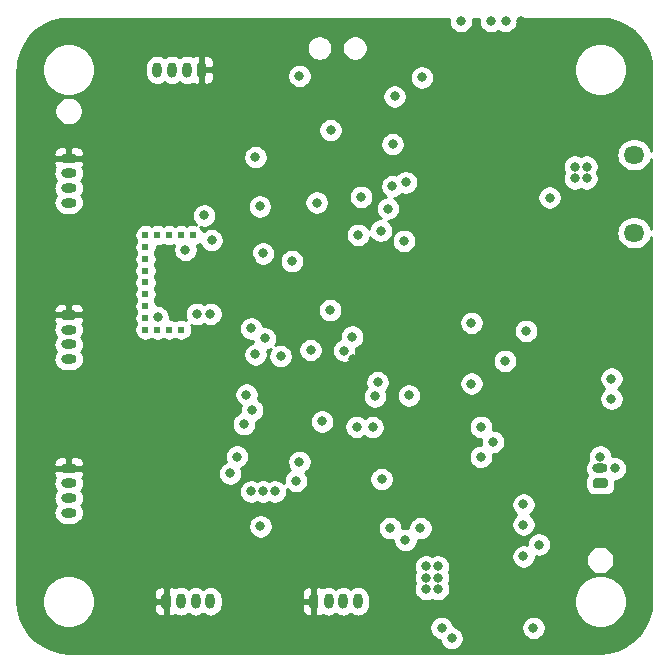
<source format=gbr>
%TF.GenerationSoftware,KiCad,Pcbnew,(5.1.6)-1*%
%TF.CreationDate,2020-10-05T02:21:00+02:00*%
%TF.ProjectId,RBoard,52426f61-7264-42e6-9b69-6361645f7063,rev?*%
%TF.SameCoordinates,Original*%
%TF.FileFunction,Copper,L3,Inr*%
%TF.FilePolarity,Positive*%
%FSLAX46Y46*%
G04 Gerber Fmt 4.6, Leading zero omitted, Abs format (unit mm)*
G04 Created by KiCad (PCBNEW (5.1.6)-1) date 2020-10-05 02:21:00*
%MOMM*%
%LPD*%
G01*
G04 APERTURE LIST*
%TA.AperFunction,ViaPad*%
%ADD10O,1.750000X1.500000*%
%TD*%
%TA.AperFunction,ViaPad*%
%ADD11O,1.300000X0.800000*%
%TD*%
%TA.AperFunction,ViaPad*%
%ADD12O,0.800000X1.300000*%
%TD*%
%TA.AperFunction,ViaPad*%
%ADD13C,0.800000*%
%TD*%
%TA.AperFunction,ViaPad*%
%ADD14C,0.609600*%
%TD*%
%TA.AperFunction,Conductor*%
%ADD15C,0.254000*%
%TD*%
G04 APERTURE END LIST*
D10*
%TO.N,Net-(J402-Pad6)*%
%TO.C,J402*%
X180375000Y-37950000D03*
X180375000Y-44550000D03*
%TD*%
%TO.N,VCC*%
%TO.C,J400*%
%TA.AperFunction,ViaPad*%
G36*
G01*
X177950000Y-66150000D02*
X177050000Y-66150000D01*
G75*
G02*
X176850000Y-65950000I0J200000D01*
G01*
X176850000Y-65550000D01*
G75*
G02*
X177050000Y-65350000I200000J0D01*
G01*
X177950000Y-65350000D01*
G75*
G02*
X178150000Y-65550000I0J-200000D01*
G01*
X178150000Y-65950000D01*
G75*
G02*
X177950000Y-66150000I-200000J0D01*
G01*
G37*
%TD.AperFunction*%
D11*
%TO.N,GND*%
X177500000Y-64500000D03*
%TD*%
%TO.N,+3V3*%
%TO.C,J403*%
%TA.AperFunction,ViaPad*%
G36*
G01*
X144150000Y-30300000D02*
X144150000Y-31200000D01*
G75*
G02*
X143950000Y-31400000I-200000J0D01*
G01*
X143550000Y-31400000D01*
G75*
G02*
X143350000Y-31200000I0J200000D01*
G01*
X143350000Y-30300000D01*
G75*
G02*
X143550000Y-30100000I200000J0D01*
G01*
X143950000Y-30100000D01*
G75*
G02*
X144150000Y-30300000I0J-200000D01*
G01*
G37*
%TD.AperFunction*%
D12*
%TO.N,Net-(J403-Pad2)*%
X142500000Y-30750000D03*
%TO.N,Net-(J403-Pad3)*%
X141250000Y-30750000D03*
%TO.N,GND*%
X140000000Y-30750000D03*
%TD*%
%TO.N,GND*%
%TO.C,J404*%
X157000000Y-75750000D03*
%TO.N,Net-(J404-Pad3)*%
X155750000Y-75750000D03*
%TO.N,Net-(J404-Pad2)*%
X154500000Y-75750000D03*
%TO.N,+3V3*%
%TA.AperFunction,ViaPad*%
G36*
G01*
X152850000Y-76200000D02*
X152850000Y-75300000D01*
G75*
G02*
X153050000Y-75100000I200000J0D01*
G01*
X153450000Y-75100000D01*
G75*
G02*
X153650000Y-75300000I0J-200000D01*
G01*
X153650000Y-76200000D01*
G75*
G02*
X153450000Y-76400000I-200000J0D01*
G01*
X153050000Y-76400000D01*
G75*
G02*
X152850000Y-76200000I0J200000D01*
G01*
G37*
%TD.AperFunction*%
%TD*%
%TO.N,GND*%
%TO.C,J405*%
X144500000Y-75750000D03*
%TO.N,Net-(J405-Pad3)*%
X143250000Y-75750000D03*
%TO.N,Net-(J405-Pad2)*%
X142000000Y-75750000D03*
%TO.N,+3V3*%
%TA.AperFunction,ViaPad*%
G36*
G01*
X140350000Y-76200000D02*
X140350000Y-75300000D01*
G75*
G02*
X140550000Y-75100000I200000J0D01*
G01*
X140950000Y-75100000D01*
G75*
G02*
X141150000Y-75300000I0J-200000D01*
G01*
X141150000Y-76200000D01*
G75*
G02*
X140950000Y-76400000I-200000J0D01*
G01*
X140550000Y-76400000D01*
G75*
G02*
X140350000Y-76200000I0J200000D01*
G01*
G37*
%TD.AperFunction*%
%TD*%
%TO.N,+3V3*%
%TO.C,J406*%
%TA.AperFunction,ViaPad*%
G36*
G01*
X132050000Y-64100000D02*
X132950000Y-64100000D01*
G75*
G02*
X133150000Y-64300000I0J-200000D01*
G01*
X133150000Y-64700000D01*
G75*
G02*
X132950000Y-64900000I-200000J0D01*
G01*
X132050000Y-64900000D01*
G75*
G02*
X131850000Y-64700000I0J200000D01*
G01*
X131850000Y-64300000D01*
G75*
G02*
X132050000Y-64100000I200000J0D01*
G01*
G37*
%TD.AperFunction*%
D11*
%TO.N,Net-(J406-Pad2)*%
X132500000Y-65750000D03*
%TO.N,Net-(J406-Pad3)*%
X132500000Y-67000000D03*
%TO.N,GND*%
X132500000Y-68250000D03*
%TD*%
%TO.N,GND*%
%TO.C,J407*%
X132500000Y-42000000D03*
%TO.N,Net-(J407-Pad3)*%
X132500000Y-40750000D03*
%TO.N,Net-(J407-Pad2)*%
X132500000Y-39500000D03*
%TO.N,+3V3*%
%TA.AperFunction,ViaPad*%
G36*
G01*
X132050000Y-37850000D02*
X132950000Y-37850000D01*
G75*
G02*
X133150000Y-38050000I0J-200000D01*
G01*
X133150000Y-38450000D01*
G75*
G02*
X132950000Y-38650000I-200000J0D01*
G01*
X132050000Y-38650000D01*
G75*
G02*
X131850000Y-38450000I0J200000D01*
G01*
X131850000Y-38050000D01*
G75*
G02*
X132050000Y-37850000I200000J0D01*
G01*
G37*
%TD.AperFunction*%
%TD*%
%TO.N,+3V3*%
%TO.C,J408*%
%TA.AperFunction,ViaPad*%
G36*
G01*
X132050000Y-51100000D02*
X132950000Y-51100000D01*
G75*
G02*
X133150000Y-51300000I0J-200000D01*
G01*
X133150000Y-51700000D01*
G75*
G02*
X132950000Y-51900000I-200000J0D01*
G01*
X132050000Y-51900000D01*
G75*
G02*
X131850000Y-51700000I0J200000D01*
G01*
X131850000Y-51300000D01*
G75*
G02*
X132050000Y-51100000I200000J0D01*
G01*
G37*
%TD.AperFunction*%
%TO.N,Net-(J408-Pad2)*%
X132500000Y-52750000D03*
%TO.N,Net-(J408-Pad3)*%
X132500000Y-54000000D03*
%TO.N,GND*%
X132500000Y-55250000D03*
%TD*%
D13*
%TO.N,GND*%
X161300000Y-58325000D03*
X158650000Y-57200000D03*
X158425000Y-58400000D03*
X147550000Y-58250000D03*
X144600000Y-45175000D03*
X143975000Y-43075000D03*
X148675000Y-42325000D03*
X158925000Y-44375000D03*
X160875000Y-45225000D03*
X171225000Y-52850000D03*
X166600000Y-57325000D03*
X166600000Y-52175000D03*
X144500000Y-51425000D03*
X143350000Y-51425000D03*
X140025000Y-51700000D03*
X142375000Y-46000000D03*
X148300000Y-38150000D03*
X152025000Y-31275000D03*
X160100000Y-33000000D03*
X162400000Y-31400000D03*
X165700000Y-26600000D03*
X168250000Y-26600000D03*
X169500000Y-26600000D03*
X159925000Y-37050000D03*
X161050000Y-40275000D03*
X159900000Y-40600000D03*
X147950000Y-66450000D03*
X148950000Y-66450000D03*
X148725000Y-69400000D03*
X149950000Y-66450000D03*
X146750000Y-63500000D03*
X173225000Y-41575000D03*
X161000000Y-70575000D03*
X162275000Y-69550000D03*
X159725000Y-69550000D03*
X159000000Y-65400000D03*
X167400000Y-60975000D03*
X168425000Y-62250000D03*
X167400000Y-63525000D03*
X164075000Y-78000000D03*
X171850000Y-78000000D03*
X171000000Y-71950000D03*
X172300000Y-70950000D03*
X171000000Y-69250000D03*
X171000000Y-67550000D03*
X176350000Y-39950000D03*
X175350000Y-39950000D03*
X175350000Y-38950000D03*
X176350000Y-38950000D03*
X153950000Y-60525000D03*
X178450000Y-56900000D03*
X178450000Y-58600000D03*
X177500000Y-63500000D03*
X178750000Y-64500000D03*
X164925000Y-78875000D03*
X163750000Y-73750000D03*
X163750000Y-72800000D03*
X163750000Y-74700000D03*
X162750000Y-74700000D03*
X162750000Y-73750000D03*
X162750000Y-72800000D03*
D14*
X139000000Y-51750000D03*
X139000000Y-50750000D03*
X139000000Y-49750000D03*
X139000000Y-48750000D03*
X139000000Y-47750000D03*
X139000000Y-46750000D03*
X139000000Y-45750000D03*
X139000000Y-44750000D03*
X140000000Y-44750000D03*
X141000000Y-44750000D03*
X142000000Y-44750000D03*
X143000000Y-44750000D03*
X139000000Y-52750000D03*
X140000000Y-52750000D03*
X141000000Y-52750000D03*
X142000000Y-52750000D03*
D13*
X147950000Y-52650000D03*
X148300000Y-54850000D03*
X148950000Y-46300000D03*
%TO.N,+3V3*%
X149200000Y-58975000D03*
X163550000Y-56650000D03*
X159725000Y-54950000D03*
X156750000Y-57300000D03*
X140075000Y-55100000D03*
X139200000Y-54000000D03*
X144600000Y-47525000D03*
X146375000Y-42150000D03*
X146375000Y-43925000D03*
X158900000Y-46100000D03*
X148300000Y-35775000D03*
X172975000Y-53350000D03*
X150350000Y-35550000D03*
X158425000Y-31250000D03*
X170800000Y-26600000D03*
X161750000Y-38625000D03*
X157550000Y-37025000D03*
X150375000Y-68675000D03*
X163950000Y-65100000D03*
X148450000Y-62750000D03*
X145400000Y-33475000D03*
X138325000Y-33475000D03*
X165325000Y-66750000D03*
X163950000Y-68400000D03*
X159700000Y-66750000D03*
X161000000Y-67800000D03*
X163575000Y-62250000D03*
X164600000Y-63525000D03*
X161900000Y-75625000D03*
X161900000Y-77375000D03*
X162450000Y-66750000D03*
X162450000Y-65100000D03*
X156600000Y-55200000D03*
X156500000Y-47350000D03*
X147900000Y-46850000D03*
X147850000Y-44850000D03*
%TO.N,NRST*%
X151400000Y-46950000D03*
X154675000Y-35850000D03*
%TO.N,SWO*%
X157000000Y-44725000D03*
X159525000Y-42500000D03*
%TO.N,USART1_TX*%
X156875000Y-60975000D03*
X154625000Y-51100000D03*
%TO.N,USART1_RX*%
X158225000Y-61000000D03*
X155825000Y-54525000D03*
%TO.N,INT_ACC*%
X151725000Y-65550000D03*
X152975000Y-54475000D03*
%TO.N,INT_GYR*%
X148025000Y-59575000D03*
X149100000Y-53500000D03*
%TO.N,SPI1_SCK*%
X150450000Y-55000000D03*
X147325000Y-60750000D03*
%TO.N,SPI1_MOSI*%
X152025000Y-63950000D03*
X146175000Y-64925000D03*
%TO.N,SPI2_MISO*%
X156500000Y-53350000D03*
X169425000Y-55400000D03*
%TO.N,SPI3_MOSI*%
X157250000Y-41500000D03*
X153500000Y-42000000D03*
%TD*%
D15*
%TO.N,+3V3*%
G36*
X164665000Y-26498061D02*
G01*
X164665000Y-26701939D01*
X164704774Y-26901898D01*
X164782795Y-27090256D01*
X164896063Y-27259774D01*
X165040226Y-27403937D01*
X165209744Y-27517205D01*
X165398102Y-27595226D01*
X165598061Y-27635000D01*
X165801939Y-27635000D01*
X166001898Y-27595226D01*
X166190256Y-27517205D01*
X166359774Y-27403937D01*
X166503937Y-27259774D01*
X166617205Y-27090256D01*
X166695226Y-26901898D01*
X166735000Y-26701939D01*
X166735000Y-26498061D01*
X166717484Y-26410000D01*
X167232516Y-26410000D01*
X167215000Y-26498061D01*
X167215000Y-26701939D01*
X167254774Y-26901898D01*
X167332795Y-27090256D01*
X167446063Y-27259774D01*
X167590226Y-27403937D01*
X167759744Y-27517205D01*
X167948102Y-27595226D01*
X168148061Y-27635000D01*
X168351939Y-27635000D01*
X168551898Y-27595226D01*
X168740256Y-27517205D01*
X168875000Y-27427172D01*
X169009744Y-27517205D01*
X169198102Y-27595226D01*
X169398061Y-27635000D01*
X169601939Y-27635000D01*
X169801898Y-27595226D01*
X169990256Y-27517205D01*
X170159774Y-27403937D01*
X170303937Y-27259774D01*
X170417205Y-27090256D01*
X170495226Y-26901898D01*
X170535000Y-26701939D01*
X170535000Y-26498061D01*
X170517484Y-26410000D01*
X177470608Y-26410000D01*
X178268083Y-26481173D01*
X179011891Y-26684656D01*
X179707905Y-27016638D01*
X180334130Y-27466626D01*
X180870777Y-28020403D01*
X181300871Y-28660451D01*
X181610829Y-29366553D01*
X181792065Y-30121457D01*
X181840000Y-30774207D01*
X181840000Y-37596211D01*
X181785764Y-37417419D01*
X181657157Y-37176812D01*
X181484081Y-36965919D01*
X181273188Y-36792843D01*
X181032581Y-36664236D01*
X180771507Y-36585040D01*
X180568037Y-36565000D01*
X180181963Y-36565000D01*
X179978493Y-36585040D01*
X179717419Y-36664236D01*
X179476812Y-36792843D01*
X179265919Y-36965919D01*
X179092843Y-37176812D01*
X178964236Y-37417419D01*
X178885040Y-37678493D01*
X178858299Y-37950000D01*
X178885040Y-38221507D01*
X178964236Y-38482581D01*
X179092843Y-38723188D01*
X179265919Y-38934081D01*
X179476812Y-39107157D01*
X179717419Y-39235764D01*
X179978493Y-39314960D01*
X180181963Y-39335000D01*
X180568037Y-39335000D01*
X180771507Y-39314960D01*
X181032581Y-39235764D01*
X181273188Y-39107157D01*
X181484081Y-38934081D01*
X181657157Y-38723188D01*
X181785764Y-38482581D01*
X181840000Y-38303788D01*
X181840000Y-44196212D01*
X181785764Y-44017419D01*
X181657157Y-43776812D01*
X181484081Y-43565919D01*
X181273188Y-43392843D01*
X181032581Y-43264236D01*
X180771507Y-43185040D01*
X180568037Y-43165000D01*
X180181963Y-43165000D01*
X179978493Y-43185040D01*
X179717419Y-43264236D01*
X179476812Y-43392843D01*
X179265919Y-43565919D01*
X179092843Y-43776812D01*
X178964236Y-44017419D01*
X178885040Y-44278493D01*
X178858299Y-44550000D01*
X178885040Y-44821507D01*
X178964236Y-45082581D01*
X179092843Y-45323188D01*
X179265919Y-45534081D01*
X179476812Y-45707157D01*
X179717419Y-45835764D01*
X179978493Y-45914960D01*
X180181963Y-45935000D01*
X180568037Y-45935000D01*
X180771507Y-45914960D01*
X181032581Y-45835764D01*
X181273188Y-45707157D01*
X181484081Y-45534081D01*
X181657157Y-45323188D01*
X181785764Y-45082581D01*
X181840000Y-44903788D01*
X181840001Y-75720597D01*
X181768827Y-76518083D01*
X181565344Y-77261890D01*
X181233363Y-77957904D01*
X180783374Y-78584130D01*
X180229597Y-79120777D01*
X179589549Y-79550871D01*
X178883447Y-79860829D01*
X178128543Y-80042065D01*
X177475793Y-80090000D01*
X132529392Y-80090000D01*
X131731917Y-80018827D01*
X130988110Y-79815344D01*
X130292096Y-79483363D01*
X129665870Y-79033374D01*
X129129223Y-78479597D01*
X128699129Y-77839549D01*
X128389171Y-77133447D01*
X128207935Y-76378543D01*
X128160000Y-75725793D01*
X128160000Y-75529872D01*
X130265000Y-75529872D01*
X130265000Y-75970128D01*
X130350890Y-76401925D01*
X130519369Y-76808669D01*
X130763962Y-77174729D01*
X131075271Y-77486038D01*
X131441331Y-77730631D01*
X131848075Y-77899110D01*
X132279872Y-77985000D01*
X132720128Y-77985000D01*
X133151925Y-77899110D01*
X133154457Y-77898061D01*
X163040000Y-77898061D01*
X163040000Y-78101939D01*
X163079774Y-78301898D01*
X163157795Y-78490256D01*
X163271063Y-78659774D01*
X163415226Y-78803937D01*
X163584744Y-78917205D01*
X163773102Y-78995226D01*
X163898603Y-79020189D01*
X163929774Y-79176898D01*
X164007795Y-79365256D01*
X164121063Y-79534774D01*
X164265226Y-79678937D01*
X164434744Y-79792205D01*
X164623102Y-79870226D01*
X164823061Y-79910000D01*
X165026939Y-79910000D01*
X165226898Y-79870226D01*
X165415256Y-79792205D01*
X165584774Y-79678937D01*
X165728937Y-79534774D01*
X165842205Y-79365256D01*
X165920226Y-79176898D01*
X165960000Y-78976939D01*
X165960000Y-78773061D01*
X165920226Y-78573102D01*
X165842205Y-78384744D01*
X165728937Y-78215226D01*
X165584774Y-78071063D01*
X165415256Y-77957795D01*
X165271047Y-77898061D01*
X170815000Y-77898061D01*
X170815000Y-78101939D01*
X170854774Y-78301898D01*
X170932795Y-78490256D01*
X171046063Y-78659774D01*
X171190226Y-78803937D01*
X171359744Y-78917205D01*
X171548102Y-78995226D01*
X171748061Y-79035000D01*
X171951939Y-79035000D01*
X172151898Y-78995226D01*
X172340256Y-78917205D01*
X172509774Y-78803937D01*
X172653937Y-78659774D01*
X172767205Y-78490256D01*
X172845226Y-78301898D01*
X172885000Y-78101939D01*
X172885000Y-77898061D01*
X172845226Y-77698102D01*
X172767205Y-77509744D01*
X172653937Y-77340226D01*
X172509774Y-77196063D01*
X172340256Y-77082795D01*
X172151898Y-77004774D01*
X171951939Y-76965000D01*
X171748061Y-76965000D01*
X171548102Y-77004774D01*
X171359744Y-77082795D01*
X171190226Y-77196063D01*
X171046063Y-77340226D01*
X170932795Y-77509744D01*
X170854774Y-77698102D01*
X170815000Y-77898061D01*
X165271047Y-77898061D01*
X165226898Y-77879774D01*
X165101397Y-77854811D01*
X165070226Y-77698102D01*
X164992205Y-77509744D01*
X164878937Y-77340226D01*
X164734774Y-77196063D01*
X164565256Y-77082795D01*
X164376898Y-77004774D01*
X164176939Y-76965000D01*
X163973061Y-76965000D01*
X163773102Y-77004774D01*
X163584744Y-77082795D01*
X163415226Y-77196063D01*
X163271063Y-77340226D01*
X163157795Y-77509744D01*
X163079774Y-77698102D01*
X163040000Y-77898061D01*
X133154457Y-77898061D01*
X133558669Y-77730631D01*
X133924729Y-77486038D01*
X134236038Y-77174729D01*
X134480631Y-76808669D01*
X134649110Y-76401925D01*
X134649492Y-76400000D01*
X139711928Y-76400000D01*
X139724188Y-76524482D01*
X139760498Y-76644180D01*
X139819463Y-76754494D01*
X139898815Y-76851185D01*
X139995506Y-76930537D01*
X140105820Y-76989502D01*
X140225518Y-77025812D01*
X140350000Y-77038072D01*
X140464250Y-77035000D01*
X140623000Y-76876250D01*
X140623000Y-75877000D01*
X139873750Y-75877000D01*
X139715000Y-76035750D01*
X139711928Y-76400000D01*
X134649492Y-76400000D01*
X134735000Y-75970128D01*
X134735000Y-75529872D01*
X134649493Y-75100000D01*
X139711928Y-75100000D01*
X139715000Y-75464250D01*
X139873750Y-75623000D01*
X140623000Y-75623000D01*
X140623000Y-74623750D01*
X140877000Y-74623750D01*
X140877000Y-75623000D01*
X140897000Y-75623000D01*
X140897000Y-75877000D01*
X140877000Y-75877000D01*
X140877000Y-76876250D01*
X141035750Y-77035000D01*
X141150000Y-77038072D01*
X141274482Y-77025812D01*
X141394180Y-76989502D01*
X141504494Y-76930537D01*
X141520594Y-76917324D01*
X141602008Y-76960841D01*
X141797106Y-77020024D01*
X142000000Y-77040007D01*
X142202895Y-77020024D01*
X142397993Y-76960841D01*
X142577797Y-76864734D01*
X142625001Y-76825995D01*
X142672204Y-76864734D01*
X142852008Y-76960841D01*
X143047106Y-77020024D01*
X143250000Y-77040007D01*
X143452895Y-77020024D01*
X143647993Y-76960841D01*
X143827797Y-76864734D01*
X143875001Y-76825995D01*
X143922204Y-76864734D01*
X144102008Y-76960841D01*
X144297106Y-77020024D01*
X144500000Y-77040007D01*
X144702895Y-77020024D01*
X144897993Y-76960841D01*
X145077797Y-76864734D01*
X145235396Y-76735396D01*
X145364734Y-76577797D01*
X145459767Y-76400000D01*
X152211928Y-76400000D01*
X152224188Y-76524482D01*
X152260498Y-76644180D01*
X152319463Y-76754494D01*
X152398815Y-76851185D01*
X152495506Y-76930537D01*
X152605820Y-76989502D01*
X152725518Y-77025812D01*
X152850000Y-77038072D01*
X152964250Y-77035000D01*
X153123000Y-76876250D01*
X153123000Y-75877000D01*
X152373750Y-75877000D01*
X152215000Y-76035750D01*
X152211928Y-76400000D01*
X145459767Y-76400000D01*
X145460841Y-76397992D01*
X145520024Y-76202894D01*
X145535000Y-76050837D01*
X145535000Y-75449162D01*
X145520024Y-75297105D01*
X145460841Y-75102007D01*
X145459769Y-75100000D01*
X152211928Y-75100000D01*
X152215000Y-75464250D01*
X152373750Y-75623000D01*
X153123000Y-75623000D01*
X153123000Y-74623750D01*
X153377000Y-74623750D01*
X153377000Y-75623000D01*
X153397000Y-75623000D01*
X153397000Y-75877000D01*
X153377000Y-75877000D01*
X153377000Y-76876250D01*
X153535750Y-77035000D01*
X153650000Y-77038072D01*
X153774482Y-77025812D01*
X153894180Y-76989502D01*
X154004494Y-76930537D01*
X154020594Y-76917324D01*
X154102008Y-76960841D01*
X154297106Y-77020024D01*
X154500000Y-77040007D01*
X154702895Y-77020024D01*
X154897993Y-76960841D01*
X155077797Y-76864734D01*
X155125001Y-76825995D01*
X155172204Y-76864734D01*
X155352008Y-76960841D01*
X155547106Y-77020024D01*
X155750000Y-77040007D01*
X155952895Y-77020024D01*
X156147993Y-76960841D01*
X156327797Y-76864734D01*
X156375001Y-76825995D01*
X156422204Y-76864734D01*
X156602008Y-76960841D01*
X156797106Y-77020024D01*
X157000000Y-77040007D01*
X157202895Y-77020024D01*
X157397993Y-76960841D01*
X157577797Y-76864734D01*
X157735396Y-76735396D01*
X157864734Y-76577797D01*
X157960841Y-76397992D01*
X158020024Y-76202894D01*
X158035000Y-76050837D01*
X158035000Y-75449162D01*
X158020024Y-75297105D01*
X157960841Y-75102007D01*
X157864734Y-74922203D01*
X157735396Y-74764604D01*
X157577797Y-74635266D01*
X157397992Y-74539159D01*
X157202894Y-74479976D01*
X157000000Y-74459993D01*
X156797105Y-74479976D01*
X156602007Y-74539159D01*
X156422203Y-74635266D01*
X156375000Y-74674004D01*
X156327797Y-74635266D01*
X156147992Y-74539159D01*
X155952894Y-74479976D01*
X155750000Y-74459993D01*
X155547105Y-74479976D01*
X155352007Y-74539159D01*
X155172203Y-74635266D01*
X155125000Y-74674004D01*
X155077797Y-74635266D01*
X154897992Y-74539159D01*
X154702894Y-74479976D01*
X154500000Y-74459993D01*
X154297105Y-74479976D01*
X154102007Y-74539159D01*
X154020593Y-74582675D01*
X154004494Y-74569463D01*
X153894180Y-74510498D01*
X153774482Y-74474188D01*
X153650000Y-74461928D01*
X153535750Y-74465000D01*
X153377000Y-74623750D01*
X153123000Y-74623750D01*
X152964250Y-74465000D01*
X152850000Y-74461928D01*
X152725518Y-74474188D01*
X152605820Y-74510498D01*
X152495506Y-74569463D01*
X152398815Y-74648815D01*
X152319463Y-74745506D01*
X152260498Y-74855820D01*
X152224188Y-74975518D01*
X152211928Y-75100000D01*
X145459769Y-75100000D01*
X145364734Y-74922203D01*
X145235396Y-74764604D01*
X145077797Y-74635266D01*
X144897992Y-74539159D01*
X144702894Y-74479976D01*
X144500000Y-74459993D01*
X144297105Y-74479976D01*
X144102007Y-74539159D01*
X143922203Y-74635266D01*
X143875000Y-74674004D01*
X143827797Y-74635266D01*
X143647992Y-74539159D01*
X143452894Y-74479976D01*
X143250000Y-74459993D01*
X143047105Y-74479976D01*
X142852007Y-74539159D01*
X142672203Y-74635266D01*
X142625000Y-74674004D01*
X142577797Y-74635266D01*
X142397992Y-74539159D01*
X142202894Y-74479976D01*
X142000000Y-74459993D01*
X141797105Y-74479976D01*
X141602007Y-74539159D01*
X141520593Y-74582675D01*
X141504494Y-74569463D01*
X141394180Y-74510498D01*
X141274482Y-74474188D01*
X141150000Y-74461928D01*
X141035750Y-74465000D01*
X140877000Y-74623750D01*
X140623000Y-74623750D01*
X140464250Y-74465000D01*
X140350000Y-74461928D01*
X140225518Y-74474188D01*
X140105820Y-74510498D01*
X139995506Y-74569463D01*
X139898815Y-74648815D01*
X139819463Y-74745506D01*
X139760498Y-74855820D01*
X139724188Y-74975518D01*
X139711928Y-75100000D01*
X134649493Y-75100000D01*
X134649110Y-75098075D01*
X134480631Y-74691331D01*
X134236038Y-74325271D01*
X133924729Y-74013962D01*
X133558669Y-73769369D01*
X133151925Y-73600890D01*
X132720128Y-73515000D01*
X132279872Y-73515000D01*
X131848075Y-73600890D01*
X131441331Y-73769369D01*
X131075271Y-74013962D01*
X130763962Y-74325271D01*
X130519369Y-74691331D01*
X130350890Y-75098075D01*
X130265000Y-75529872D01*
X128160000Y-75529872D01*
X128160000Y-72698061D01*
X161715000Y-72698061D01*
X161715000Y-72901939D01*
X161754774Y-73101898D01*
X161826476Y-73275000D01*
X161754774Y-73448102D01*
X161715000Y-73648061D01*
X161715000Y-73851939D01*
X161754774Y-74051898D01*
X161826476Y-74225000D01*
X161754774Y-74398102D01*
X161715000Y-74598061D01*
X161715000Y-74801939D01*
X161754774Y-75001898D01*
X161832795Y-75190256D01*
X161946063Y-75359774D01*
X162090226Y-75503937D01*
X162259744Y-75617205D01*
X162448102Y-75695226D01*
X162648061Y-75735000D01*
X162851939Y-75735000D01*
X163051898Y-75695226D01*
X163240256Y-75617205D01*
X163250000Y-75610694D01*
X163259744Y-75617205D01*
X163448102Y-75695226D01*
X163648061Y-75735000D01*
X163851939Y-75735000D01*
X164051898Y-75695226D01*
X164240256Y-75617205D01*
X164370959Y-75529872D01*
X175265000Y-75529872D01*
X175265000Y-75970128D01*
X175350890Y-76401925D01*
X175519369Y-76808669D01*
X175763962Y-77174729D01*
X176075271Y-77486038D01*
X176441331Y-77730631D01*
X176848075Y-77899110D01*
X177279872Y-77985000D01*
X177720128Y-77985000D01*
X178151925Y-77899110D01*
X178558669Y-77730631D01*
X178924729Y-77486038D01*
X179236038Y-77174729D01*
X179480631Y-76808669D01*
X179649110Y-76401925D01*
X179735000Y-75970128D01*
X179735000Y-75529872D01*
X179649110Y-75098075D01*
X179480631Y-74691331D01*
X179236038Y-74325271D01*
X178924729Y-74013962D01*
X178558669Y-73769369D01*
X178151925Y-73600890D01*
X177720128Y-73515000D01*
X177279872Y-73515000D01*
X176848075Y-73600890D01*
X176441331Y-73769369D01*
X176075271Y-74013962D01*
X175763962Y-74325271D01*
X175519369Y-74691331D01*
X175350890Y-75098075D01*
X175265000Y-75529872D01*
X164370959Y-75529872D01*
X164409774Y-75503937D01*
X164553937Y-75359774D01*
X164667205Y-75190256D01*
X164745226Y-75001898D01*
X164785000Y-74801939D01*
X164785000Y-74598061D01*
X164745226Y-74398102D01*
X164673524Y-74225000D01*
X164745226Y-74051898D01*
X164785000Y-73851939D01*
X164785000Y-73648061D01*
X164745226Y-73448102D01*
X164673524Y-73275000D01*
X164745226Y-73101898D01*
X164785000Y-72901939D01*
X164785000Y-72698061D01*
X164745226Y-72498102D01*
X164667205Y-72309744D01*
X164553937Y-72140226D01*
X164409774Y-71996063D01*
X164240256Y-71882795D01*
X164156402Y-71848061D01*
X169965000Y-71848061D01*
X169965000Y-72051939D01*
X170004774Y-72251898D01*
X170082795Y-72440256D01*
X170196063Y-72609774D01*
X170340226Y-72753937D01*
X170509744Y-72867205D01*
X170698102Y-72945226D01*
X170898061Y-72985000D01*
X171101939Y-72985000D01*
X171301898Y-72945226D01*
X171490256Y-72867205D01*
X171659774Y-72753937D01*
X171803937Y-72609774D01*
X171917205Y-72440256D01*
X171995226Y-72251898D01*
X172019328Y-72130727D01*
X176289000Y-72130727D01*
X176289000Y-72369273D01*
X176335538Y-72603236D01*
X176426825Y-72823624D01*
X176559354Y-73021968D01*
X176728032Y-73190646D01*
X176926376Y-73323175D01*
X177146764Y-73414462D01*
X177380727Y-73461000D01*
X177619273Y-73461000D01*
X177853236Y-73414462D01*
X178073624Y-73323175D01*
X178271968Y-73190646D01*
X178440646Y-73021968D01*
X178573175Y-72823624D01*
X178664462Y-72603236D01*
X178711000Y-72369273D01*
X178711000Y-72130727D01*
X178664462Y-71896764D01*
X178573175Y-71676376D01*
X178440646Y-71478032D01*
X178271968Y-71309354D01*
X178073624Y-71176825D01*
X177853236Y-71085538D01*
X177619273Y-71039000D01*
X177380727Y-71039000D01*
X177146764Y-71085538D01*
X176926376Y-71176825D01*
X176728032Y-71309354D01*
X176559354Y-71478032D01*
X176426825Y-71676376D01*
X176335538Y-71896764D01*
X176289000Y-72130727D01*
X172019328Y-72130727D01*
X172035000Y-72051939D01*
X172035000Y-71952565D01*
X172198061Y-71985000D01*
X172401939Y-71985000D01*
X172601898Y-71945226D01*
X172790256Y-71867205D01*
X172959774Y-71753937D01*
X173103937Y-71609774D01*
X173217205Y-71440256D01*
X173295226Y-71251898D01*
X173335000Y-71051939D01*
X173335000Y-70848061D01*
X173295226Y-70648102D01*
X173217205Y-70459744D01*
X173103937Y-70290226D01*
X172959774Y-70146063D01*
X172790256Y-70032795D01*
X172601898Y-69954774D01*
X172401939Y-69915000D01*
X172198061Y-69915000D01*
X171998102Y-69954774D01*
X171809744Y-70032795D01*
X171640226Y-70146063D01*
X171496063Y-70290226D01*
X171382795Y-70459744D01*
X171304774Y-70648102D01*
X171265000Y-70848061D01*
X171265000Y-70947435D01*
X171101939Y-70915000D01*
X170898061Y-70915000D01*
X170698102Y-70954774D01*
X170509744Y-71032795D01*
X170340226Y-71146063D01*
X170196063Y-71290226D01*
X170082795Y-71459744D01*
X170004774Y-71648102D01*
X169965000Y-71848061D01*
X164156402Y-71848061D01*
X164051898Y-71804774D01*
X163851939Y-71765000D01*
X163648061Y-71765000D01*
X163448102Y-71804774D01*
X163259744Y-71882795D01*
X163250000Y-71889306D01*
X163240256Y-71882795D01*
X163051898Y-71804774D01*
X162851939Y-71765000D01*
X162648061Y-71765000D01*
X162448102Y-71804774D01*
X162259744Y-71882795D01*
X162090226Y-71996063D01*
X161946063Y-72140226D01*
X161832795Y-72309744D01*
X161754774Y-72498102D01*
X161715000Y-72698061D01*
X128160000Y-72698061D01*
X128160000Y-69298061D01*
X147690000Y-69298061D01*
X147690000Y-69501939D01*
X147729774Y-69701898D01*
X147807795Y-69890256D01*
X147921063Y-70059774D01*
X148065226Y-70203937D01*
X148234744Y-70317205D01*
X148423102Y-70395226D01*
X148623061Y-70435000D01*
X148826939Y-70435000D01*
X149026898Y-70395226D01*
X149215256Y-70317205D01*
X149384774Y-70203937D01*
X149528937Y-70059774D01*
X149642205Y-69890256D01*
X149720226Y-69701898D01*
X149760000Y-69501939D01*
X149760000Y-69448061D01*
X158690000Y-69448061D01*
X158690000Y-69651939D01*
X158729774Y-69851898D01*
X158807795Y-70040256D01*
X158921063Y-70209774D01*
X159065226Y-70353937D01*
X159234744Y-70467205D01*
X159423102Y-70545226D01*
X159623061Y-70585000D01*
X159826939Y-70585000D01*
X159965000Y-70557538D01*
X159965000Y-70676939D01*
X160004774Y-70876898D01*
X160082795Y-71065256D01*
X160196063Y-71234774D01*
X160340226Y-71378937D01*
X160509744Y-71492205D01*
X160698102Y-71570226D01*
X160898061Y-71610000D01*
X161101939Y-71610000D01*
X161301898Y-71570226D01*
X161490256Y-71492205D01*
X161659774Y-71378937D01*
X161803937Y-71234774D01*
X161917205Y-71065256D01*
X161995226Y-70876898D01*
X162035000Y-70676939D01*
X162035000Y-70557538D01*
X162173061Y-70585000D01*
X162376939Y-70585000D01*
X162576898Y-70545226D01*
X162765256Y-70467205D01*
X162934774Y-70353937D01*
X163078937Y-70209774D01*
X163192205Y-70040256D01*
X163270226Y-69851898D01*
X163310000Y-69651939D01*
X163310000Y-69448061D01*
X163270226Y-69248102D01*
X163192205Y-69059744D01*
X163078937Y-68890226D01*
X162934774Y-68746063D01*
X162765256Y-68632795D01*
X162576898Y-68554774D01*
X162376939Y-68515000D01*
X162173061Y-68515000D01*
X161973102Y-68554774D01*
X161784744Y-68632795D01*
X161615226Y-68746063D01*
X161471063Y-68890226D01*
X161357795Y-69059744D01*
X161279774Y-69248102D01*
X161240000Y-69448061D01*
X161240000Y-69567462D01*
X161101939Y-69540000D01*
X160898061Y-69540000D01*
X160760000Y-69567462D01*
X160760000Y-69448061D01*
X160720226Y-69248102D01*
X160642205Y-69059744D01*
X160528937Y-68890226D01*
X160384774Y-68746063D01*
X160215256Y-68632795D01*
X160026898Y-68554774D01*
X159826939Y-68515000D01*
X159623061Y-68515000D01*
X159423102Y-68554774D01*
X159234744Y-68632795D01*
X159065226Y-68746063D01*
X158921063Y-68890226D01*
X158807795Y-69059744D01*
X158729774Y-69248102D01*
X158690000Y-69448061D01*
X149760000Y-69448061D01*
X149760000Y-69298061D01*
X149720226Y-69098102D01*
X149642205Y-68909744D01*
X149528937Y-68740226D01*
X149384774Y-68596063D01*
X149215256Y-68482795D01*
X149026898Y-68404774D01*
X148826939Y-68365000D01*
X148623061Y-68365000D01*
X148423102Y-68404774D01*
X148234744Y-68482795D01*
X148065226Y-68596063D01*
X147921063Y-68740226D01*
X147807795Y-68909744D01*
X147729774Y-69098102D01*
X147690000Y-69298061D01*
X128160000Y-69298061D01*
X128160000Y-65750000D01*
X131209993Y-65750000D01*
X131229976Y-65952895D01*
X131289159Y-66147993D01*
X131385266Y-66327797D01*
X131424004Y-66375000D01*
X131385266Y-66422203D01*
X131289159Y-66602007D01*
X131229976Y-66797105D01*
X131209993Y-67000000D01*
X131229976Y-67202895D01*
X131289159Y-67397993D01*
X131385266Y-67577797D01*
X131424004Y-67625000D01*
X131385266Y-67672203D01*
X131289159Y-67852007D01*
X131229976Y-68047105D01*
X131209993Y-68250000D01*
X131229976Y-68452895D01*
X131289159Y-68647993D01*
X131385266Y-68827797D01*
X131514604Y-68985396D01*
X131672203Y-69114734D01*
X131852007Y-69210841D01*
X132047105Y-69270024D01*
X132199162Y-69285000D01*
X132800838Y-69285000D01*
X132952895Y-69270024D01*
X133147993Y-69210841D01*
X133327797Y-69114734D01*
X133485396Y-68985396D01*
X133614734Y-68827797D01*
X133710841Y-68647993D01*
X133770024Y-68452895D01*
X133790007Y-68250000D01*
X133770024Y-68047105D01*
X133710841Y-67852007D01*
X133614734Y-67672203D01*
X133575996Y-67625000D01*
X133614734Y-67577797D01*
X133710841Y-67397993D01*
X133770024Y-67202895D01*
X133790007Y-67000000D01*
X133770024Y-66797105D01*
X133710841Y-66602007D01*
X133614734Y-66422203D01*
X133575996Y-66375000D01*
X133598103Y-66348061D01*
X146915000Y-66348061D01*
X146915000Y-66551939D01*
X146954774Y-66751898D01*
X147032795Y-66940256D01*
X147146063Y-67109774D01*
X147290226Y-67253937D01*
X147459744Y-67367205D01*
X147648102Y-67445226D01*
X147848061Y-67485000D01*
X148051939Y-67485000D01*
X148251898Y-67445226D01*
X148440256Y-67367205D01*
X148450000Y-67360694D01*
X148459744Y-67367205D01*
X148648102Y-67445226D01*
X148848061Y-67485000D01*
X149051939Y-67485000D01*
X149251898Y-67445226D01*
X149440256Y-67367205D01*
X149450000Y-67360694D01*
X149459744Y-67367205D01*
X149648102Y-67445226D01*
X149848061Y-67485000D01*
X150051939Y-67485000D01*
X150237645Y-67448061D01*
X169965000Y-67448061D01*
X169965000Y-67651939D01*
X170004774Y-67851898D01*
X170082795Y-68040256D01*
X170196063Y-68209774D01*
X170340226Y-68353937D01*
X170409164Y-68400000D01*
X170340226Y-68446063D01*
X170196063Y-68590226D01*
X170082795Y-68759744D01*
X170004774Y-68948102D01*
X169965000Y-69148061D01*
X169965000Y-69351939D01*
X170004774Y-69551898D01*
X170082795Y-69740256D01*
X170196063Y-69909774D01*
X170340226Y-70053937D01*
X170509744Y-70167205D01*
X170698102Y-70245226D01*
X170898061Y-70285000D01*
X171101939Y-70285000D01*
X171301898Y-70245226D01*
X171490256Y-70167205D01*
X171659774Y-70053937D01*
X171803937Y-69909774D01*
X171917205Y-69740256D01*
X171995226Y-69551898D01*
X172035000Y-69351939D01*
X172035000Y-69148061D01*
X171995226Y-68948102D01*
X171917205Y-68759744D01*
X171803937Y-68590226D01*
X171659774Y-68446063D01*
X171590836Y-68400000D01*
X171659774Y-68353937D01*
X171803937Y-68209774D01*
X171917205Y-68040256D01*
X171995226Y-67851898D01*
X172035000Y-67651939D01*
X172035000Y-67448061D01*
X171995226Y-67248102D01*
X171917205Y-67059744D01*
X171803937Y-66890226D01*
X171659774Y-66746063D01*
X171490256Y-66632795D01*
X171301898Y-66554774D01*
X171101939Y-66515000D01*
X170898061Y-66515000D01*
X170698102Y-66554774D01*
X170509744Y-66632795D01*
X170340226Y-66746063D01*
X170196063Y-66890226D01*
X170082795Y-67059744D01*
X170004774Y-67248102D01*
X169965000Y-67448061D01*
X150237645Y-67448061D01*
X150251898Y-67445226D01*
X150440256Y-67367205D01*
X150609774Y-67253937D01*
X150753937Y-67109774D01*
X150867205Y-66940256D01*
X150945226Y-66751898D01*
X150985000Y-66551939D01*
X150985000Y-66348061D01*
X150966539Y-66255250D01*
X151065226Y-66353937D01*
X151234744Y-66467205D01*
X151423102Y-66545226D01*
X151623061Y-66585000D01*
X151826939Y-66585000D01*
X152026898Y-66545226D01*
X152215256Y-66467205D01*
X152384774Y-66353937D01*
X152528937Y-66209774D01*
X152642205Y-66040256D01*
X152720226Y-65851898D01*
X152760000Y-65651939D01*
X152760000Y-65448061D01*
X152730164Y-65298061D01*
X157965000Y-65298061D01*
X157965000Y-65501939D01*
X158004774Y-65701898D01*
X158082795Y-65890256D01*
X158196063Y-66059774D01*
X158340226Y-66203937D01*
X158509744Y-66317205D01*
X158698102Y-66395226D01*
X158898061Y-66435000D01*
X159101939Y-66435000D01*
X159301898Y-66395226D01*
X159490256Y-66317205D01*
X159659774Y-66203937D01*
X159803937Y-66059774D01*
X159917205Y-65890256D01*
X159995226Y-65701898D01*
X160035000Y-65501939D01*
X160035000Y-65298061D01*
X159995226Y-65098102D01*
X159917205Y-64909744D01*
X159803937Y-64740226D01*
X159659774Y-64596063D01*
X159490256Y-64482795D01*
X159301898Y-64404774D01*
X159101939Y-64365000D01*
X158898061Y-64365000D01*
X158698102Y-64404774D01*
X158509744Y-64482795D01*
X158340226Y-64596063D01*
X158196063Y-64740226D01*
X158082795Y-64909744D01*
X158004774Y-65098102D01*
X157965000Y-65298061D01*
X152730164Y-65298061D01*
X152720226Y-65248102D01*
X152642205Y-65059744D01*
X152528937Y-64890226D01*
X152508652Y-64869941D01*
X152515256Y-64867205D01*
X152684774Y-64753937D01*
X152828937Y-64609774D01*
X152942205Y-64440256D01*
X153020226Y-64251898D01*
X153060000Y-64051939D01*
X153060000Y-63848061D01*
X153020226Y-63648102D01*
X152942205Y-63459744D01*
X152828937Y-63290226D01*
X152684774Y-63146063D01*
X152515256Y-63032795D01*
X152326898Y-62954774D01*
X152126939Y-62915000D01*
X151923061Y-62915000D01*
X151723102Y-62954774D01*
X151534744Y-63032795D01*
X151365226Y-63146063D01*
X151221063Y-63290226D01*
X151107795Y-63459744D01*
X151029774Y-63648102D01*
X150990000Y-63848061D01*
X150990000Y-64051939D01*
X151029774Y-64251898D01*
X151107795Y-64440256D01*
X151221063Y-64609774D01*
X151241348Y-64630059D01*
X151234744Y-64632795D01*
X151065226Y-64746063D01*
X150921063Y-64890226D01*
X150807795Y-65059744D01*
X150729774Y-65248102D01*
X150690000Y-65448061D01*
X150690000Y-65651939D01*
X150708461Y-65744750D01*
X150609774Y-65646063D01*
X150440256Y-65532795D01*
X150251898Y-65454774D01*
X150051939Y-65415000D01*
X149848061Y-65415000D01*
X149648102Y-65454774D01*
X149459744Y-65532795D01*
X149450000Y-65539306D01*
X149440256Y-65532795D01*
X149251898Y-65454774D01*
X149051939Y-65415000D01*
X148848061Y-65415000D01*
X148648102Y-65454774D01*
X148459744Y-65532795D01*
X148450000Y-65539306D01*
X148440256Y-65532795D01*
X148251898Y-65454774D01*
X148051939Y-65415000D01*
X147848061Y-65415000D01*
X147648102Y-65454774D01*
X147459744Y-65532795D01*
X147290226Y-65646063D01*
X147146063Y-65790226D01*
X147032795Y-65959744D01*
X146954774Y-66148102D01*
X146915000Y-66348061D01*
X133598103Y-66348061D01*
X133614734Y-66327797D01*
X133710841Y-66147993D01*
X133770024Y-65952895D01*
X133790007Y-65750000D01*
X133770024Y-65547105D01*
X133710841Y-65352007D01*
X133667325Y-65270593D01*
X133680537Y-65254494D01*
X133739502Y-65144180D01*
X133775812Y-65024482D01*
X133788072Y-64900000D01*
X133786004Y-64823061D01*
X145140000Y-64823061D01*
X145140000Y-65026939D01*
X145179774Y-65226898D01*
X145257795Y-65415256D01*
X145371063Y-65584774D01*
X145515226Y-65728937D01*
X145684744Y-65842205D01*
X145873102Y-65920226D01*
X146073061Y-65960000D01*
X146276939Y-65960000D01*
X146476898Y-65920226D01*
X146665256Y-65842205D01*
X146834774Y-65728937D01*
X146978937Y-65584774D01*
X147092205Y-65415256D01*
X147170226Y-65226898D01*
X147210000Y-65026939D01*
X147210000Y-64823061D01*
X147170226Y-64623102D01*
X147107686Y-64472118D01*
X147240256Y-64417205D01*
X147409774Y-64303937D01*
X147553937Y-64159774D01*
X147667205Y-63990256D01*
X147745226Y-63801898D01*
X147785000Y-63601939D01*
X147785000Y-63398061D01*
X147745226Y-63198102D01*
X147667205Y-63009744D01*
X147553937Y-62840226D01*
X147409774Y-62696063D01*
X147240256Y-62582795D01*
X147051898Y-62504774D01*
X146851939Y-62465000D01*
X146648061Y-62465000D01*
X146448102Y-62504774D01*
X146259744Y-62582795D01*
X146090226Y-62696063D01*
X145946063Y-62840226D01*
X145832795Y-63009744D01*
X145754774Y-63198102D01*
X145715000Y-63398061D01*
X145715000Y-63601939D01*
X145754774Y-63801898D01*
X145817314Y-63952882D01*
X145684744Y-64007795D01*
X145515226Y-64121063D01*
X145371063Y-64265226D01*
X145257795Y-64434744D01*
X145179774Y-64623102D01*
X145140000Y-64823061D01*
X133786004Y-64823061D01*
X133785000Y-64785750D01*
X133626250Y-64627000D01*
X132627000Y-64627000D01*
X132627000Y-64647000D01*
X132373000Y-64647000D01*
X132373000Y-64627000D01*
X131373750Y-64627000D01*
X131215000Y-64785750D01*
X131211928Y-64900000D01*
X131224188Y-65024482D01*
X131260498Y-65144180D01*
X131319463Y-65254494D01*
X131332675Y-65270593D01*
X131289159Y-65352007D01*
X131229976Y-65547105D01*
X131209993Y-65750000D01*
X128160000Y-65750000D01*
X128160000Y-64100000D01*
X131211928Y-64100000D01*
X131215000Y-64214250D01*
X131373750Y-64373000D01*
X132373000Y-64373000D01*
X132373000Y-63623750D01*
X132627000Y-63623750D01*
X132627000Y-64373000D01*
X133626250Y-64373000D01*
X133785000Y-64214250D01*
X133788072Y-64100000D01*
X133775812Y-63975518D01*
X133739502Y-63855820D01*
X133680537Y-63745506D01*
X133601185Y-63648815D01*
X133504494Y-63569463D01*
X133394180Y-63510498D01*
X133274482Y-63474188D01*
X133150000Y-63461928D01*
X132785750Y-63465000D01*
X132627000Y-63623750D01*
X132373000Y-63623750D01*
X132214250Y-63465000D01*
X131850000Y-63461928D01*
X131725518Y-63474188D01*
X131605820Y-63510498D01*
X131495506Y-63569463D01*
X131398815Y-63648815D01*
X131319463Y-63745506D01*
X131260498Y-63855820D01*
X131224188Y-63975518D01*
X131211928Y-64100000D01*
X128160000Y-64100000D01*
X128160000Y-60648061D01*
X146290000Y-60648061D01*
X146290000Y-60851939D01*
X146329774Y-61051898D01*
X146407795Y-61240256D01*
X146521063Y-61409774D01*
X146665226Y-61553937D01*
X146834744Y-61667205D01*
X147023102Y-61745226D01*
X147223061Y-61785000D01*
X147426939Y-61785000D01*
X147626898Y-61745226D01*
X147815256Y-61667205D01*
X147984774Y-61553937D01*
X148128937Y-61409774D01*
X148242205Y-61240256D01*
X148320226Y-61051898D01*
X148360000Y-60851939D01*
X148360000Y-60648061D01*
X148343177Y-60563483D01*
X148515256Y-60492205D01*
X148618737Y-60423061D01*
X152915000Y-60423061D01*
X152915000Y-60626939D01*
X152954774Y-60826898D01*
X153032795Y-61015256D01*
X153146063Y-61184774D01*
X153290226Y-61328937D01*
X153459744Y-61442205D01*
X153648102Y-61520226D01*
X153848061Y-61560000D01*
X154051939Y-61560000D01*
X154251898Y-61520226D01*
X154440256Y-61442205D01*
X154609774Y-61328937D01*
X154753937Y-61184774D01*
X154867205Y-61015256D01*
X154926104Y-60873061D01*
X155840000Y-60873061D01*
X155840000Y-61076939D01*
X155879774Y-61276898D01*
X155957795Y-61465256D01*
X156071063Y-61634774D01*
X156215226Y-61778937D01*
X156384744Y-61892205D01*
X156573102Y-61970226D01*
X156773061Y-62010000D01*
X156976939Y-62010000D01*
X157176898Y-61970226D01*
X157365256Y-61892205D01*
X157534774Y-61778937D01*
X157537500Y-61776211D01*
X157565226Y-61803937D01*
X157734744Y-61917205D01*
X157923102Y-61995226D01*
X158123061Y-62035000D01*
X158326939Y-62035000D01*
X158526898Y-61995226D01*
X158715256Y-61917205D01*
X158884774Y-61803937D01*
X159028937Y-61659774D01*
X159142205Y-61490256D01*
X159220226Y-61301898D01*
X159260000Y-61101939D01*
X159260000Y-60898061D01*
X159255028Y-60873061D01*
X166365000Y-60873061D01*
X166365000Y-61076939D01*
X166404774Y-61276898D01*
X166482795Y-61465256D01*
X166596063Y-61634774D01*
X166740226Y-61778937D01*
X166909744Y-61892205D01*
X167098102Y-61970226D01*
X167298061Y-62010000D01*
X167417462Y-62010000D01*
X167390000Y-62148061D01*
X167390000Y-62351939D01*
X167417462Y-62490000D01*
X167298061Y-62490000D01*
X167098102Y-62529774D01*
X166909744Y-62607795D01*
X166740226Y-62721063D01*
X166596063Y-62865226D01*
X166482795Y-63034744D01*
X166404774Y-63223102D01*
X166365000Y-63423061D01*
X166365000Y-63626939D01*
X166404774Y-63826898D01*
X166482795Y-64015256D01*
X166596063Y-64184774D01*
X166740226Y-64328937D01*
X166909744Y-64442205D01*
X167098102Y-64520226D01*
X167298061Y-64560000D01*
X167501939Y-64560000D01*
X167701898Y-64520226D01*
X167750727Y-64500000D01*
X176209993Y-64500000D01*
X176229976Y-64702895D01*
X176289159Y-64897993D01*
X176374741Y-65058106D01*
X176353169Y-65084392D01*
X176275722Y-65229284D01*
X176228031Y-65386500D01*
X176211928Y-65550000D01*
X176211928Y-65950000D01*
X176228031Y-66113500D01*
X176275722Y-66270716D01*
X176353169Y-66415608D01*
X176457394Y-66542606D01*
X176584392Y-66646831D01*
X176729284Y-66724278D01*
X176886500Y-66771969D01*
X177050000Y-66788072D01*
X177950000Y-66788072D01*
X178113500Y-66771969D01*
X178270716Y-66724278D01*
X178415608Y-66646831D01*
X178542606Y-66542606D01*
X178646831Y-66415608D01*
X178724278Y-66270716D01*
X178771969Y-66113500D01*
X178788072Y-65950000D01*
X178788072Y-65550000D01*
X178786595Y-65535000D01*
X178851939Y-65535000D01*
X179051898Y-65495226D01*
X179240256Y-65417205D01*
X179409774Y-65303937D01*
X179553937Y-65159774D01*
X179667205Y-64990256D01*
X179745226Y-64801898D01*
X179785000Y-64601939D01*
X179785000Y-64398061D01*
X179745226Y-64198102D01*
X179667205Y-64009744D01*
X179553937Y-63840226D01*
X179409774Y-63696063D01*
X179240256Y-63582795D01*
X179051898Y-63504774D01*
X178851939Y-63465000D01*
X178648061Y-63465000D01*
X178535000Y-63487489D01*
X178535000Y-63398061D01*
X178495226Y-63198102D01*
X178417205Y-63009744D01*
X178303937Y-62840226D01*
X178159774Y-62696063D01*
X177990256Y-62582795D01*
X177801898Y-62504774D01*
X177601939Y-62465000D01*
X177398061Y-62465000D01*
X177198102Y-62504774D01*
X177009744Y-62582795D01*
X176840226Y-62696063D01*
X176696063Y-62840226D01*
X176582795Y-63009744D01*
X176504774Y-63198102D01*
X176465000Y-63398061D01*
X176465000Y-63601939D01*
X176500721Y-63781521D01*
X176385266Y-63922203D01*
X176289159Y-64102007D01*
X176229976Y-64297105D01*
X176209993Y-64500000D01*
X167750727Y-64500000D01*
X167890256Y-64442205D01*
X168059774Y-64328937D01*
X168203937Y-64184774D01*
X168317205Y-64015256D01*
X168395226Y-63826898D01*
X168435000Y-63626939D01*
X168435000Y-63423061D01*
X168407538Y-63285000D01*
X168526939Y-63285000D01*
X168726898Y-63245226D01*
X168915256Y-63167205D01*
X169084774Y-63053937D01*
X169228937Y-62909774D01*
X169342205Y-62740256D01*
X169420226Y-62551898D01*
X169460000Y-62351939D01*
X169460000Y-62148061D01*
X169420226Y-61948102D01*
X169342205Y-61759744D01*
X169228937Y-61590226D01*
X169084774Y-61446063D01*
X168915256Y-61332795D01*
X168726898Y-61254774D01*
X168526939Y-61215000D01*
X168407538Y-61215000D01*
X168435000Y-61076939D01*
X168435000Y-60873061D01*
X168395226Y-60673102D01*
X168317205Y-60484744D01*
X168203937Y-60315226D01*
X168059774Y-60171063D01*
X167890256Y-60057795D01*
X167701898Y-59979774D01*
X167501939Y-59940000D01*
X167298061Y-59940000D01*
X167098102Y-59979774D01*
X166909744Y-60057795D01*
X166740226Y-60171063D01*
X166596063Y-60315226D01*
X166482795Y-60484744D01*
X166404774Y-60673102D01*
X166365000Y-60873061D01*
X159255028Y-60873061D01*
X159220226Y-60698102D01*
X159142205Y-60509744D01*
X159028937Y-60340226D01*
X158884774Y-60196063D01*
X158715256Y-60082795D01*
X158526898Y-60004774D01*
X158326939Y-59965000D01*
X158123061Y-59965000D01*
X157923102Y-60004774D01*
X157734744Y-60082795D01*
X157565226Y-60196063D01*
X157562500Y-60198789D01*
X157534774Y-60171063D01*
X157365256Y-60057795D01*
X157176898Y-59979774D01*
X156976939Y-59940000D01*
X156773061Y-59940000D01*
X156573102Y-59979774D01*
X156384744Y-60057795D01*
X156215226Y-60171063D01*
X156071063Y-60315226D01*
X155957795Y-60484744D01*
X155879774Y-60673102D01*
X155840000Y-60873061D01*
X154926104Y-60873061D01*
X154945226Y-60826898D01*
X154985000Y-60626939D01*
X154985000Y-60423061D01*
X154945226Y-60223102D01*
X154867205Y-60034744D01*
X154753937Y-59865226D01*
X154609774Y-59721063D01*
X154440256Y-59607795D01*
X154251898Y-59529774D01*
X154051939Y-59490000D01*
X153848061Y-59490000D01*
X153648102Y-59529774D01*
X153459744Y-59607795D01*
X153290226Y-59721063D01*
X153146063Y-59865226D01*
X153032795Y-60034744D01*
X152954774Y-60223102D01*
X152915000Y-60423061D01*
X148618737Y-60423061D01*
X148684774Y-60378937D01*
X148828937Y-60234774D01*
X148942205Y-60065256D01*
X149020226Y-59876898D01*
X149060000Y-59676939D01*
X149060000Y-59473061D01*
X149020226Y-59273102D01*
X148942205Y-59084744D01*
X148828937Y-58915226D01*
X148684774Y-58771063D01*
X148515256Y-58657795D01*
X148503397Y-58652883D01*
X148545226Y-58551898D01*
X148585000Y-58351939D01*
X148585000Y-58298061D01*
X157390000Y-58298061D01*
X157390000Y-58501939D01*
X157429774Y-58701898D01*
X157507795Y-58890256D01*
X157621063Y-59059774D01*
X157765226Y-59203937D01*
X157934744Y-59317205D01*
X158123102Y-59395226D01*
X158323061Y-59435000D01*
X158526939Y-59435000D01*
X158726898Y-59395226D01*
X158915256Y-59317205D01*
X159084774Y-59203937D01*
X159228937Y-59059774D01*
X159342205Y-58890256D01*
X159420226Y-58701898D01*
X159460000Y-58501939D01*
X159460000Y-58298061D01*
X159445082Y-58223061D01*
X160265000Y-58223061D01*
X160265000Y-58426939D01*
X160304774Y-58626898D01*
X160382795Y-58815256D01*
X160496063Y-58984774D01*
X160640226Y-59128937D01*
X160809744Y-59242205D01*
X160998102Y-59320226D01*
X161198061Y-59360000D01*
X161401939Y-59360000D01*
X161601898Y-59320226D01*
X161790256Y-59242205D01*
X161959774Y-59128937D01*
X162103937Y-58984774D01*
X162217205Y-58815256D01*
X162295226Y-58626898D01*
X162335000Y-58426939D01*
X162335000Y-58223061D01*
X162295226Y-58023102D01*
X162217205Y-57834744D01*
X162103937Y-57665226D01*
X161959774Y-57521063D01*
X161790256Y-57407795D01*
X161601898Y-57329774D01*
X161401939Y-57290000D01*
X161198061Y-57290000D01*
X160998102Y-57329774D01*
X160809744Y-57407795D01*
X160640226Y-57521063D01*
X160496063Y-57665226D01*
X160382795Y-57834744D01*
X160304774Y-58023102D01*
X160265000Y-58223061D01*
X159445082Y-58223061D01*
X159420226Y-58098102D01*
X159360295Y-57953416D01*
X159453937Y-57859774D01*
X159567205Y-57690256D01*
X159645226Y-57501898D01*
X159685000Y-57301939D01*
X159685000Y-57223061D01*
X165565000Y-57223061D01*
X165565000Y-57426939D01*
X165604774Y-57626898D01*
X165682795Y-57815256D01*
X165796063Y-57984774D01*
X165940226Y-58128937D01*
X166109744Y-58242205D01*
X166298102Y-58320226D01*
X166498061Y-58360000D01*
X166701939Y-58360000D01*
X166901898Y-58320226D01*
X167090256Y-58242205D01*
X167259774Y-58128937D01*
X167403937Y-57984774D01*
X167517205Y-57815256D01*
X167595226Y-57626898D01*
X167635000Y-57426939D01*
X167635000Y-57223061D01*
X167595226Y-57023102D01*
X167517205Y-56834744D01*
X167492695Y-56798061D01*
X177415000Y-56798061D01*
X177415000Y-57001939D01*
X177454774Y-57201898D01*
X177532795Y-57390256D01*
X177646063Y-57559774D01*
X177790226Y-57703937D01*
X177859164Y-57750000D01*
X177790226Y-57796063D01*
X177646063Y-57940226D01*
X177532795Y-58109744D01*
X177454774Y-58298102D01*
X177415000Y-58498061D01*
X177415000Y-58701939D01*
X177454774Y-58901898D01*
X177532795Y-59090256D01*
X177646063Y-59259774D01*
X177790226Y-59403937D01*
X177959744Y-59517205D01*
X178148102Y-59595226D01*
X178348061Y-59635000D01*
X178551939Y-59635000D01*
X178751898Y-59595226D01*
X178940256Y-59517205D01*
X179109774Y-59403937D01*
X179253937Y-59259774D01*
X179367205Y-59090256D01*
X179445226Y-58901898D01*
X179485000Y-58701939D01*
X179485000Y-58498061D01*
X179445226Y-58298102D01*
X179367205Y-58109744D01*
X179253937Y-57940226D01*
X179109774Y-57796063D01*
X179040836Y-57750000D01*
X179109774Y-57703937D01*
X179253937Y-57559774D01*
X179367205Y-57390256D01*
X179445226Y-57201898D01*
X179485000Y-57001939D01*
X179485000Y-56798061D01*
X179445226Y-56598102D01*
X179367205Y-56409744D01*
X179253937Y-56240226D01*
X179109774Y-56096063D01*
X178940256Y-55982795D01*
X178751898Y-55904774D01*
X178551939Y-55865000D01*
X178348061Y-55865000D01*
X178148102Y-55904774D01*
X177959744Y-55982795D01*
X177790226Y-56096063D01*
X177646063Y-56240226D01*
X177532795Y-56409744D01*
X177454774Y-56598102D01*
X177415000Y-56798061D01*
X167492695Y-56798061D01*
X167403937Y-56665226D01*
X167259774Y-56521063D01*
X167090256Y-56407795D01*
X166901898Y-56329774D01*
X166701939Y-56290000D01*
X166498061Y-56290000D01*
X166298102Y-56329774D01*
X166109744Y-56407795D01*
X165940226Y-56521063D01*
X165796063Y-56665226D01*
X165682795Y-56834744D01*
X165604774Y-57023102D01*
X165565000Y-57223061D01*
X159685000Y-57223061D01*
X159685000Y-57098061D01*
X159645226Y-56898102D01*
X159567205Y-56709744D01*
X159453937Y-56540226D01*
X159309774Y-56396063D01*
X159140256Y-56282795D01*
X158951898Y-56204774D01*
X158751939Y-56165000D01*
X158548061Y-56165000D01*
X158348102Y-56204774D01*
X158159744Y-56282795D01*
X157990226Y-56396063D01*
X157846063Y-56540226D01*
X157732795Y-56709744D01*
X157654774Y-56898102D01*
X157615000Y-57098061D01*
X157615000Y-57301939D01*
X157654774Y-57501898D01*
X157714705Y-57646584D01*
X157621063Y-57740226D01*
X157507795Y-57909744D01*
X157429774Y-58098102D01*
X157390000Y-58298061D01*
X148585000Y-58298061D01*
X148585000Y-58148061D01*
X148545226Y-57948102D01*
X148467205Y-57759744D01*
X148353937Y-57590226D01*
X148209774Y-57446063D01*
X148040256Y-57332795D01*
X147851898Y-57254774D01*
X147651939Y-57215000D01*
X147448061Y-57215000D01*
X147248102Y-57254774D01*
X147059744Y-57332795D01*
X146890226Y-57446063D01*
X146746063Y-57590226D01*
X146632795Y-57759744D01*
X146554774Y-57948102D01*
X146515000Y-58148061D01*
X146515000Y-58351939D01*
X146554774Y-58551898D01*
X146632795Y-58740256D01*
X146746063Y-58909774D01*
X146890226Y-59053937D01*
X147059744Y-59167205D01*
X147071603Y-59172117D01*
X147029774Y-59273102D01*
X146990000Y-59473061D01*
X146990000Y-59676939D01*
X147006823Y-59761517D01*
X146834744Y-59832795D01*
X146665226Y-59946063D01*
X146521063Y-60090226D01*
X146407795Y-60259744D01*
X146329774Y-60448102D01*
X146290000Y-60648061D01*
X128160000Y-60648061D01*
X128160000Y-52750000D01*
X131209993Y-52750000D01*
X131229976Y-52952895D01*
X131289159Y-53147993D01*
X131385266Y-53327797D01*
X131424004Y-53375000D01*
X131385266Y-53422203D01*
X131289159Y-53602007D01*
X131229976Y-53797105D01*
X131209993Y-54000000D01*
X131229976Y-54202895D01*
X131289159Y-54397993D01*
X131385266Y-54577797D01*
X131424004Y-54625000D01*
X131385266Y-54672203D01*
X131289159Y-54852007D01*
X131229976Y-55047105D01*
X131209993Y-55250000D01*
X131229976Y-55452895D01*
X131289159Y-55647993D01*
X131385266Y-55827797D01*
X131514604Y-55985396D01*
X131672203Y-56114734D01*
X131852007Y-56210841D01*
X132047105Y-56270024D01*
X132199162Y-56285000D01*
X132800838Y-56285000D01*
X132952895Y-56270024D01*
X133147993Y-56210841D01*
X133327797Y-56114734D01*
X133485396Y-55985396D01*
X133614734Y-55827797D01*
X133710841Y-55647993D01*
X133770024Y-55452895D01*
X133790007Y-55250000D01*
X133770024Y-55047105D01*
X133710841Y-54852007D01*
X133614734Y-54672203D01*
X133575996Y-54625000D01*
X133614734Y-54577797D01*
X133710841Y-54397993D01*
X133770024Y-54202895D01*
X133790007Y-54000000D01*
X133770024Y-53797105D01*
X133710841Y-53602007D01*
X133614734Y-53422203D01*
X133575996Y-53375000D01*
X133614734Y-53327797D01*
X133710841Y-53147993D01*
X133770024Y-52952895D01*
X133790007Y-52750000D01*
X133770024Y-52547105D01*
X133710841Y-52352007D01*
X133667325Y-52270593D01*
X133680537Y-52254494D01*
X133739502Y-52144180D01*
X133775812Y-52024482D01*
X133788072Y-51900000D01*
X133785000Y-51785750D01*
X133626250Y-51627000D01*
X132627000Y-51627000D01*
X132627000Y-51647000D01*
X132373000Y-51647000D01*
X132373000Y-51627000D01*
X131373750Y-51627000D01*
X131215000Y-51785750D01*
X131211928Y-51900000D01*
X131224188Y-52024482D01*
X131260498Y-52144180D01*
X131319463Y-52254494D01*
X131332675Y-52270593D01*
X131289159Y-52352007D01*
X131229976Y-52547105D01*
X131209993Y-52750000D01*
X128160000Y-52750000D01*
X128160000Y-51100000D01*
X131211928Y-51100000D01*
X131215000Y-51214250D01*
X131373750Y-51373000D01*
X132373000Y-51373000D01*
X132373000Y-50623750D01*
X132627000Y-50623750D01*
X132627000Y-51373000D01*
X133626250Y-51373000D01*
X133785000Y-51214250D01*
X133788072Y-51100000D01*
X133775812Y-50975518D01*
X133739502Y-50855820D01*
X133680537Y-50745506D01*
X133601185Y-50648815D01*
X133504494Y-50569463D01*
X133394180Y-50510498D01*
X133274482Y-50474188D01*
X133150000Y-50461928D01*
X132785750Y-50465000D01*
X132627000Y-50623750D01*
X132373000Y-50623750D01*
X132214250Y-50465000D01*
X131850000Y-50461928D01*
X131725518Y-50474188D01*
X131605820Y-50510498D01*
X131495506Y-50569463D01*
X131398815Y-50648815D01*
X131319463Y-50745506D01*
X131260498Y-50855820D01*
X131224188Y-50975518D01*
X131211928Y-51100000D01*
X128160000Y-51100000D01*
X128160000Y-44657438D01*
X138060200Y-44657438D01*
X138060200Y-44842562D01*
X138096316Y-45024129D01*
X138167160Y-45195162D01*
X138203802Y-45250000D01*
X138167160Y-45304838D01*
X138096316Y-45475871D01*
X138060200Y-45657438D01*
X138060200Y-45842562D01*
X138096316Y-46024129D01*
X138167160Y-46195162D01*
X138203802Y-46250000D01*
X138167160Y-46304838D01*
X138096316Y-46475871D01*
X138060200Y-46657438D01*
X138060200Y-46842562D01*
X138096316Y-47024129D01*
X138167160Y-47195162D01*
X138203802Y-47250000D01*
X138167160Y-47304838D01*
X138096316Y-47475871D01*
X138060200Y-47657438D01*
X138060200Y-47842562D01*
X138096316Y-48024129D01*
X138167160Y-48195162D01*
X138203802Y-48250000D01*
X138167160Y-48304838D01*
X138096316Y-48475871D01*
X138060200Y-48657438D01*
X138060200Y-48842562D01*
X138096316Y-49024129D01*
X138167160Y-49195162D01*
X138203802Y-49250000D01*
X138167160Y-49304838D01*
X138096316Y-49475871D01*
X138060200Y-49657438D01*
X138060200Y-49842562D01*
X138096316Y-50024129D01*
X138167160Y-50195162D01*
X138203802Y-50250000D01*
X138167160Y-50304838D01*
X138096316Y-50475871D01*
X138060200Y-50657438D01*
X138060200Y-50842562D01*
X138096316Y-51024129D01*
X138167160Y-51195162D01*
X138203802Y-51250000D01*
X138167160Y-51304838D01*
X138096316Y-51475871D01*
X138060200Y-51657438D01*
X138060200Y-51842562D01*
X138096316Y-52024129D01*
X138167160Y-52195162D01*
X138203802Y-52250000D01*
X138167160Y-52304838D01*
X138096316Y-52475871D01*
X138060200Y-52657438D01*
X138060200Y-52842562D01*
X138096316Y-53024129D01*
X138167160Y-53195162D01*
X138270010Y-53349087D01*
X138400913Y-53479990D01*
X138554838Y-53582840D01*
X138725871Y-53653684D01*
X138907438Y-53689800D01*
X139092562Y-53689800D01*
X139274129Y-53653684D01*
X139445162Y-53582840D01*
X139500000Y-53546198D01*
X139554838Y-53582840D01*
X139725871Y-53653684D01*
X139907438Y-53689800D01*
X140092562Y-53689800D01*
X140274129Y-53653684D01*
X140445162Y-53582840D01*
X140500000Y-53546198D01*
X140554838Y-53582840D01*
X140725871Y-53653684D01*
X140907438Y-53689800D01*
X141092562Y-53689800D01*
X141274129Y-53653684D01*
X141445162Y-53582840D01*
X141500000Y-53546198D01*
X141554838Y-53582840D01*
X141725871Y-53653684D01*
X141907438Y-53689800D01*
X142092562Y-53689800D01*
X142274129Y-53653684D01*
X142445162Y-53582840D01*
X142599087Y-53479990D01*
X142729990Y-53349087D01*
X142832840Y-53195162D01*
X142903684Y-53024129D01*
X142939800Y-52842562D01*
X142939800Y-52657438D01*
X142918044Y-52548061D01*
X146915000Y-52548061D01*
X146915000Y-52751939D01*
X146954774Y-52951898D01*
X147032795Y-53140256D01*
X147146063Y-53309774D01*
X147290226Y-53453937D01*
X147459744Y-53567205D01*
X147648102Y-53645226D01*
X147848061Y-53685000D01*
X148051939Y-53685000D01*
X148080396Y-53679340D01*
X148104774Y-53801898D01*
X148116889Y-53831146D01*
X147998102Y-53854774D01*
X147809744Y-53932795D01*
X147640226Y-54046063D01*
X147496063Y-54190226D01*
X147382795Y-54359744D01*
X147304774Y-54548102D01*
X147265000Y-54748061D01*
X147265000Y-54951939D01*
X147304774Y-55151898D01*
X147382795Y-55340256D01*
X147496063Y-55509774D01*
X147640226Y-55653937D01*
X147809744Y-55767205D01*
X147998102Y-55845226D01*
X148198061Y-55885000D01*
X148401939Y-55885000D01*
X148601898Y-55845226D01*
X148790256Y-55767205D01*
X148959774Y-55653937D01*
X149103937Y-55509774D01*
X149217205Y-55340256D01*
X149295226Y-55151898D01*
X149335000Y-54951939D01*
X149335000Y-54748061D01*
X149295226Y-54548102D01*
X149283111Y-54518854D01*
X149401898Y-54495226D01*
X149590256Y-54417205D01*
X149598153Y-54411928D01*
X149532795Y-54509744D01*
X149454774Y-54698102D01*
X149415000Y-54898061D01*
X149415000Y-55101939D01*
X149454774Y-55301898D01*
X149532795Y-55490256D01*
X149646063Y-55659774D01*
X149790226Y-55803937D01*
X149959744Y-55917205D01*
X150148102Y-55995226D01*
X150348061Y-56035000D01*
X150551939Y-56035000D01*
X150751898Y-55995226D01*
X150940256Y-55917205D01*
X151109774Y-55803937D01*
X151253937Y-55659774D01*
X151367205Y-55490256D01*
X151445226Y-55301898D01*
X151485000Y-55101939D01*
X151485000Y-54898061D01*
X151445226Y-54698102D01*
X151367205Y-54509744D01*
X151275877Y-54373061D01*
X151940000Y-54373061D01*
X151940000Y-54576939D01*
X151979774Y-54776898D01*
X152057795Y-54965256D01*
X152171063Y-55134774D01*
X152315226Y-55278937D01*
X152484744Y-55392205D01*
X152673102Y-55470226D01*
X152873061Y-55510000D01*
X153076939Y-55510000D01*
X153276898Y-55470226D01*
X153465256Y-55392205D01*
X153634774Y-55278937D01*
X153778937Y-55134774D01*
X153892205Y-54965256D01*
X153970226Y-54776898D01*
X154010000Y-54576939D01*
X154010000Y-54423061D01*
X154790000Y-54423061D01*
X154790000Y-54626939D01*
X154829774Y-54826898D01*
X154907795Y-55015256D01*
X155021063Y-55184774D01*
X155165226Y-55328937D01*
X155334744Y-55442205D01*
X155523102Y-55520226D01*
X155723061Y-55560000D01*
X155926939Y-55560000D01*
X156126898Y-55520226D01*
X156315256Y-55442205D01*
X156484774Y-55328937D01*
X156515650Y-55298061D01*
X168390000Y-55298061D01*
X168390000Y-55501939D01*
X168429774Y-55701898D01*
X168507795Y-55890256D01*
X168621063Y-56059774D01*
X168765226Y-56203937D01*
X168934744Y-56317205D01*
X169123102Y-56395226D01*
X169323061Y-56435000D01*
X169526939Y-56435000D01*
X169726898Y-56395226D01*
X169915256Y-56317205D01*
X170084774Y-56203937D01*
X170228937Y-56059774D01*
X170342205Y-55890256D01*
X170420226Y-55701898D01*
X170460000Y-55501939D01*
X170460000Y-55298061D01*
X170420226Y-55098102D01*
X170342205Y-54909744D01*
X170228937Y-54740226D01*
X170084774Y-54596063D01*
X169915256Y-54482795D01*
X169726898Y-54404774D01*
X169526939Y-54365000D01*
X169323061Y-54365000D01*
X169123102Y-54404774D01*
X168934744Y-54482795D01*
X168765226Y-54596063D01*
X168621063Y-54740226D01*
X168507795Y-54909744D01*
X168429774Y-55098102D01*
X168390000Y-55298061D01*
X156515650Y-55298061D01*
X156628937Y-55184774D01*
X156742205Y-55015256D01*
X156820226Y-54826898D01*
X156860000Y-54626939D01*
X156860000Y-54423061D01*
X156841274Y-54328916D01*
X156990256Y-54267205D01*
X157159774Y-54153937D01*
X157303937Y-54009774D01*
X157417205Y-53840256D01*
X157495226Y-53651898D01*
X157535000Y-53451939D01*
X157535000Y-53248061D01*
X157495226Y-53048102D01*
X157417205Y-52859744D01*
X157303937Y-52690226D01*
X157159774Y-52546063D01*
X156990256Y-52432795D01*
X156801898Y-52354774D01*
X156601939Y-52315000D01*
X156398061Y-52315000D01*
X156198102Y-52354774D01*
X156009744Y-52432795D01*
X155840226Y-52546063D01*
X155696063Y-52690226D01*
X155582795Y-52859744D01*
X155504774Y-53048102D01*
X155465000Y-53248061D01*
X155465000Y-53451939D01*
X155483726Y-53546084D01*
X155334744Y-53607795D01*
X155165226Y-53721063D01*
X155021063Y-53865226D01*
X154907795Y-54034744D01*
X154829774Y-54223102D01*
X154790000Y-54423061D01*
X154010000Y-54423061D01*
X154010000Y-54373061D01*
X153970226Y-54173102D01*
X153892205Y-53984744D01*
X153778937Y-53815226D01*
X153634774Y-53671063D01*
X153465256Y-53557795D01*
X153276898Y-53479774D01*
X153076939Y-53440000D01*
X152873061Y-53440000D01*
X152673102Y-53479774D01*
X152484744Y-53557795D01*
X152315226Y-53671063D01*
X152171063Y-53815226D01*
X152057795Y-53984744D01*
X151979774Y-54173102D01*
X151940000Y-54373061D01*
X151275877Y-54373061D01*
X151253937Y-54340226D01*
X151109774Y-54196063D01*
X150940256Y-54082795D01*
X150751898Y-54004774D01*
X150551939Y-53965000D01*
X150348061Y-53965000D01*
X150148102Y-54004774D01*
X149959744Y-54082795D01*
X149951847Y-54088072D01*
X150017205Y-53990256D01*
X150095226Y-53801898D01*
X150135000Y-53601939D01*
X150135000Y-53398061D01*
X150095226Y-53198102D01*
X150017205Y-53009744D01*
X149903937Y-52840226D01*
X149759774Y-52696063D01*
X149590256Y-52582795D01*
X149401898Y-52504774D01*
X149201939Y-52465000D01*
X148998061Y-52465000D01*
X148969604Y-52470660D01*
X148945226Y-52348102D01*
X148867205Y-52159744D01*
X148753937Y-51990226D01*
X148609774Y-51846063D01*
X148440256Y-51732795D01*
X148251898Y-51654774D01*
X148051939Y-51615000D01*
X147848061Y-51615000D01*
X147648102Y-51654774D01*
X147459744Y-51732795D01*
X147290226Y-51846063D01*
X147146063Y-51990226D01*
X147032795Y-52159744D01*
X146954774Y-52348102D01*
X146915000Y-52548061D01*
X142918044Y-52548061D01*
X142903684Y-52475871D01*
X142843945Y-52331649D01*
X142859744Y-52342205D01*
X143048102Y-52420226D01*
X143248061Y-52460000D01*
X143451939Y-52460000D01*
X143651898Y-52420226D01*
X143840256Y-52342205D01*
X143925000Y-52285581D01*
X144009744Y-52342205D01*
X144198102Y-52420226D01*
X144398061Y-52460000D01*
X144601939Y-52460000D01*
X144801898Y-52420226D01*
X144990256Y-52342205D01*
X145159774Y-52228937D01*
X145303937Y-52084774D01*
X145417205Y-51915256D01*
X145495226Y-51726898D01*
X145535000Y-51526939D01*
X145535000Y-51323061D01*
X145495226Y-51123102D01*
X145443432Y-50998061D01*
X153590000Y-50998061D01*
X153590000Y-51201939D01*
X153629774Y-51401898D01*
X153707795Y-51590256D01*
X153821063Y-51759774D01*
X153965226Y-51903937D01*
X154134744Y-52017205D01*
X154323102Y-52095226D01*
X154523061Y-52135000D01*
X154726939Y-52135000D01*
X154926898Y-52095226D01*
X154980408Y-52073061D01*
X165565000Y-52073061D01*
X165565000Y-52276939D01*
X165604774Y-52476898D01*
X165682795Y-52665256D01*
X165796063Y-52834774D01*
X165940226Y-52978937D01*
X166109744Y-53092205D01*
X166298102Y-53170226D01*
X166498061Y-53210000D01*
X166701939Y-53210000D01*
X166901898Y-53170226D01*
X167090256Y-53092205D01*
X167259774Y-52978937D01*
X167403937Y-52834774D01*
X167461876Y-52748061D01*
X170190000Y-52748061D01*
X170190000Y-52951939D01*
X170229774Y-53151898D01*
X170307795Y-53340256D01*
X170421063Y-53509774D01*
X170565226Y-53653937D01*
X170734744Y-53767205D01*
X170923102Y-53845226D01*
X171123061Y-53885000D01*
X171326939Y-53885000D01*
X171526898Y-53845226D01*
X171715256Y-53767205D01*
X171884774Y-53653937D01*
X172028937Y-53509774D01*
X172142205Y-53340256D01*
X172220226Y-53151898D01*
X172260000Y-52951939D01*
X172260000Y-52748061D01*
X172220226Y-52548102D01*
X172142205Y-52359744D01*
X172028937Y-52190226D01*
X171884774Y-52046063D01*
X171715256Y-51932795D01*
X171526898Y-51854774D01*
X171326939Y-51815000D01*
X171123061Y-51815000D01*
X170923102Y-51854774D01*
X170734744Y-51932795D01*
X170565226Y-52046063D01*
X170421063Y-52190226D01*
X170307795Y-52359744D01*
X170229774Y-52548102D01*
X170190000Y-52748061D01*
X167461876Y-52748061D01*
X167517205Y-52665256D01*
X167595226Y-52476898D01*
X167635000Y-52276939D01*
X167635000Y-52073061D01*
X167595226Y-51873102D01*
X167517205Y-51684744D01*
X167403937Y-51515226D01*
X167259774Y-51371063D01*
X167090256Y-51257795D01*
X166901898Y-51179774D01*
X166701939Y-51140000D01*
X166498061Y-51140000D01*
X166298102Y-51179774D01*
X166109744Y-51257795D01*
X165940226Y-51371063D01*
X165796063Y-51515226D01*
X165682795Y-51684744D01*
X165604774Y-51873102D01*
X165565000Y-52073061D01*
X154980408Y-52073061D01*
X155115256Y-52017205D01*
X155284774Y-51903937D01*
X155428937Y-51759774D01*
X155542205Y-51590256D01*
X155620226Y-51401898D01*
X155660000Y-51201939D01*
X155660000Y-50998061D01*
X155620226Y-50798102D01*
X155542205Y-50609744D01*
X155428937Y-50440226D01*
X155284774Y-50296063D01*
X155115256Y-50182795D01*
X154926898Y-50104774D01*
X154726939Y-50065000D01*
X154523061Y-50065000D01*
X154323102Y-50104774D01*
X154134744Y-50182795D01*
X153965226Y-50296063D01*
X153821063Y-50440226D01*
X153707795Y-50609744D01*
X153629774Y-50798102D01*
X153590000Y-50998061D01*
X145443432Y-50998061D01*
X145417205Y-50934744D01*
X145303937Y-50765226D01*
X145159774Y-50621063D01*
X144990256Y-50507795D01*
X144801898Y-50429774D01*
X144601939Y-50390000D01*
X144398061Y-50390000D01*
X144198102Y-50429774D01*
X144009744Y-50507795D01*
X143925000Y-50564419D01*
X143840256Y-50507795D01*
X143651898Y-50429774D01*
X143451939Y-50390000D01*
X143248061Y-50390000D01*
X143048102Y-50429774D01*
X142859744Y-50507795D01*
X142690226Y-50621063D01*
X142546063Y-50765226D01*
X142432795Y-50934744D01*
X142354774Y-51123102D01*
X142315000Y-51323061D01*
X142315000Y-51526939D01*
X142354774Y-51726898D01*
X142431186Y-51911371D01*
X142274129Y-51846316D01*
X142092562Y-51810200D01*
X141907438Y-51810200D01*
X141725871Y-51846316D01*
X141554838Y-51917160D01*
X141500000Y-51953802D01*
X141445162Y-51917160D01*
X141274129Y-51846316D01*
X141092562Y-51810200D01*
X141058357Y-51810200D01*
X141060000Y-51801939D01*
X141060000Y-51598061D01*
X141020226Y-51398102D01*
X140942205Y-51209744D01*
X140828937Y-51040226D01*
X140684774Y-50896063D01*
X140515256Y-50782795D01*
X140326898Y-50704774D01*
X140126939Y-50665000D01*
X139939800Y-50665000D01*
X139939800Y-50657438D01*
X139903684Y-50475871D01*
X139832840Y-50304838D01*
X139796198Y-50250000D01*
X139832840Y-50195162D01*
X139903684Y-50024129D01*
X139939800Y-49842562D01*
X139939800Y-49657438D01*
X139903684Y-49475871D01*
X139832840Y-49304838D01*
X139796198Y-49250000D01*
X139832840Y-49195162D01*
X139903684Y-49024129D01*
X139939800Y-48842562D01*
X139939800Y-48657438D01*
X139903684Y-48475871D01*
X139832840Y-48304838D01*
X139796198Y-48250000D01*
X139832840Y-48195162D01*
X139903684Y-48024129D01*
X139939800Y-47842562D01*
X139939800Y-47657438D01*
X139903684Y-47475871D01*
X139832840Y-47304838D01*
X139796198Y-47250000D01*
X139832840Y-47195162D01*
X139903684Y-47024129D01*
X139939800Y-46842562D01*
X139939800Y-46657438D01*
X139903684Y-46475871D01*
X139832840Y-46304838D01*
X139796198Y-46250000D01*
X139832840Y-46195162D01*
X139903684Y-46024129D01*
X139939800Y-45842562D01*
X139939800Y-45689800D01*
X140092562Y-45689800D01*
X140274129Y-45653684D01*
X140445162Y-45582840D01*
X140500000Y-45546198D01*
X140554838Y-45582840D01*
X140725871Y-45653684D01*
X140907438Y-45689800D01*
X141092562Y-45689800D01*
X141274129Y-45653684D01*
X141423863Y-45591662D01*
X141379774Y-45698102D01*
X141340000Y-45898061D01*
X141340000Y-46101939D01*
X141379774Y-46301898D01*
X141457795Y-46490256D01*
X141571063Y-46659774D01*
X141715226Y-46803937D01*
X141884744Y-46917205D01*
X142073102Y-46995226D01*
X142273061Y-47035000D01*
X142476939Y-47035000D01*
X142676898Y-46995226D01*
X142865256Y-46917205D01*
X143034774Y-46803937D01*
X143178937Y-46659774D01*
X143292205Y-46490256D01*
X143370226Y-46301898D01*
X143410000Y-46101939D01*
X143410000Y-45898061D01*
X143370226Y-45698102D01*
X143340449Y-45626214D01*
X143445162Y-45582840D01*
X143599087Y-45479990D01*
X143604343Y-45474734D01*
X143604774Y-45476898D01*
X143682795Y-45665256D01*
X143796063Y-45834774D01*
X143940226Y-45978937D01*
X144109744Y-46092205D01*
X144298102Y-46170226D01*
X144498061Y-46210000D01*
X144701939Y-46210000D01*
X144761960Y-46198061D01*
X147915000Y-46198061D01*
X147915000Y-46401939D01*
X147954774Y-46601898D01*
X148032795Y-46790256D01*
X148146063Y-46959774D01*
X148290226Y-47103937D01*
X148459744Y-47217205D01*
X148648102Y-47295226D01*
X148848061Y-47335000D01*
X149051939Y-47335000D01*
X149251898Y-47295226D01*
X149440256Y-47217205D01*
X149609774Y-47103937D01*
X149753937Y-46959774D01*
X149828581Y-46848061D01*
X150365000Y-46848061D01*
X150365000Y-47051939D01*
X150404774Y-47251898D01*
X150482795Y-47440256D01*
X150596063Y-47609774D01*
X150740226Y-47753937D01*
X150909744Y-47867205D01*
X151098102Y-47945226D01*
X151298061Y-47985000D01*
X151501939Y-47985000D01*
X151701898Y-47945226D01*
X151890256Y-47867205D01*
X152059774Y-47753937D01*
X152203937Y-47609774D01*
X152317205Y-47440256D01*
X152395226Y-47251898D01*
X152435000Y-47051939D01*
X152435000Y-46848061D01*
X152395226Y-46648102D01*
X152317205Y-46459744D01*
X152203937Y-46290226D01*
X152059774Y-46146063D01*
X151890256Y-46032795D01*
X151701898Y-45954774D01*
X151501939Y-45915000D01*
X151298061Y-45915000D01*
X151098102Y-45954774D01*
X150909744Y-46032795D01*
X150740226Y-46146063D01*
X150596063Y-46290226D01*
X150482795Y-46459744D01*
X150404774Y-46648102D01*
X150365000Y-46848061D01*
X149828581Y-46848061D01*
X149867205Y-46790256D01*
X149945226Y-46601898D01*
X149985000Y-46401939D01*
X149985000Y-46198061D01*
X149945226Y-45998102D01*
X149867205Y-45809744D01*
X149753937Y-45640226D01*
X149609774Y-45496063D01*
X149440256Y-45382795D01*
X149251898Y-45304774D01*
X149051939Y-45265000D01*
X148848061Y-45265000D01*
X148648102Y-45304774D01*
X148459744Y-45382795D01*
X148290226Y-45496063D01*
X148146063Y-45640226D01*
X148032795Y-45809744D01*
X147954774Y-45998102D01*
X147915000Y-46198061D01*
X144761960Y-46198061D01*
X144901898Y-46170226D01*
X145090256Y-46092205D01*
X145259774Y-45978937D01*
X145403937Y-45834774D01*
X145517205Y-45665256D01*
X145595226Y-45476898D01*
X145635000Y-45276939D01*
X145635000Y-45073061D01*
X145595226Y-44873102D01*
X145517205Y-44684744D01*
X145475990Y-44623061D01*
X155965000Y-44623061D01*
X155965000Y-44826939D01*
X156004774Y-45026898D01*
X156082795Y-45215256D01*
X156196063Y-45384774D01*
X156340226Y-45528937D01*
X156509744Y-45642205D01*
X156698102Y-45720226D01*
X156898061Y-45760000D01*
X157101939Y-45760000D01*
X157301898Y-45720226D01*
X157490256Y-45642205D01*
X157659774Y-45528937D01*
X157803937Y-45384774D01*
X157917205Y-45215256D01*
X157995226Y-45026898D01*
X158022886Y-44887841D01*
X158121063Y-45034774D01*
X158265226Y-45178937D01*
X158434744Y-45292205D01*
X158623102Y-45370226D01*
X158823061Y-45410000D01*
X159026939Y-45410000D01*
X159226898Y-45370226D01*
X159415256Y-45292205D01*
X159584774Y-45178937D01*
X159640650Y-45123061D01*
X159840000Y-45123061D01*
X159840000Y-45326939D01*
X159879774Y-45526898D01*
X159957795Y-45715256D01*
X160071063Y-45884774D01*
X160215226Y-46028937D01*
X160384744Y-46142205D01*
X160573102Y-46220226D01*
X160773061Y-46260000D01*
X160976939Y-46260000D01*
X161176898Y-46220226D01*
X161365256Y-46142205D01*
X161534774Y-46028937D01*
X161678937Y-45884774D01*
X161792205Y-45715256D01*
X161870226Y-45526898D01*
X161910000Y-45326939D01*
X161910000Y-45123061D01*
X161870226Y-44923102D01*
X161792205Y-44734744D01*
X161678937Y-44565226D01*
X161534774Y-44421063D01*
X161365256Y-44307795D01*
X161176898Y-44229774D01*
X160976939Y-44190000D01*
X160773061Y-44190000D01*
X160573102Y-44229774D01*
X160384744Y-44307795D01*
X160215226Y-44421063D01*
X160071063Y-44565226D01*
X159957795Y-44734744D01*
X159879774Y-44923102D01*
X159840000Y-45123061D01*
X159640650Y-45123061D01*
X159728937Y-45034774D01*
X159842205Y-44865256D01*
X159920226Y-44676898D01*
X159960000Y-44476939D01*
X159960000Y-44273061D01*
X159920226Y-44073102D01*
X159842205Y-43884744D01*
X159728937Y-43715226D01*
X159584774Y-43571063D01*
X159530802Y-43535000D01*
X159626939Y-43535000D01*
X159826898Y-43495226D01*
X160015256Y-43417205D01*
X160184774Y-43303937D01*
X160328937Y-43159774D01*
X160442205Y-42990256D01*
X160520226Y-42801898D01*
X160560000Y-42601939D01*
X160560000Y-42398061D01*
X160520226Y-42198102D01*
X160442205Y-42009744D01*
X160328937Y-41840226D01*
X160184774Y-41696063D01*
X160072408Y-41620983D01*
X160201898Y-41595226D01*
X160390256Y-41517205D01*
X160456322Y-41473061D01*
X172190000Y-41473061D01*
X172190000Y-41676939D01*
X172229774Y-41876898D01*
X172307795Y-42065256D01*
X172421063Y-42234774D01*
X172565226Y-42378937D01*
X172734744Y-42492205D01*
X172923102Y-42570226D01*
X173123061Y-42610000D01*
X173326939Y-42610000D01*
X173526898Y-42570226D01*
X173715256Y-42492205D01*
X173884774Y-42378937D01*
X174028937Y-42234774D01*
X174142205Y-42065256D01*
X174220226Y-41876898D01*
X174260000Y-41676939D01*
X174260000Y-41473061D01*
X174220226Y-41273102D01*
X174142205Y-41084744D01*
X174028937Y-40915226D01*
X173884774Y-40771063D01*
X173715256Y-40657795D01*
X173526898Y-40579774D01*
X173326939Y-40540000D01*
X173123061Y-40540000D01*
X172923102Y-40579774D01*
X172734744Y-40657795D01*
X172565226Y-40771063D01*
X172421063Y-40915226D01*
X172307795Y-41084744D01*
X172229774Y-41273102D01*
X172190000Y-41473061D01*
X160456322Y-41473061D01*
X160559774Y-41403937D01*
X160703937Y-41259774D01*
X160708041Y-41253632D01*
X160748102Y-41270226D01*
X160948061Y-41310000D01*
X161151939Y-41310000D01*
X161351898Y-41270226D01*
X161540256Y-41192205D01*
X161709774Y-41078937D01*
X161853937Y-40934774D01*
X161967205Y-40765256D01*
X162045226Y-40576898D01*
X162085000Y-40376939D01*
X162085000Y-40173061D01*
X162045226Y-39973102D01*
X161967205Y-39784744D01*
X161853937Y-39615226D01*
X161709774Y-39471063D01*
X161540256Y-39357795D01*
X161351898Y-39279774D01*
X161151939Y-39240000D01*
X160948061Y-39240000D01*
X160748102Y-39279774D01*
X160559744Y-39357795D01*
X160390226Y-39471063D01*
X160246063Y-39615226D01*
X160241959Y-39621368D01*
X160201898Y-39604774D01*
X160001939Y-39565000D01*
X159798061Y-39565000D01*
X159598102Y-39604774D01*
X159409744Y-39682795D01*
X159240226Y-39796063D01*
X159096063Y-39940226D01*
X158982795Y-40109744D01*
X158904774Y-40298102D01*
X158865000Y-40498061D01*
X158865000Y-40701939D01*
X158904774Y-40901898D01*
X158982795Y-41090256D01*
X159096063Y-41259774D01*
X159240226Y-41403937D01*
X159352592Y-41479017D01*
X159223102Y-41504774D01*
X159034744Y-41582795D01*
X158865226Y-41696063D01*
X158721063Y-41840226D01*
X158607795Y-42009744D01*
X158529774Y-42198102D01*
X158490000Y-42398061D01*
X158490000Y-42601939D01*
X158529774Y-42801898D01*
X158607795Y-42990256D01*
X158721063Y-43159774D01*
X158865226Y-43303937D01*
X158919198Y-43340000D01*
X158823061Y-43340000D01*
X158623102Y-43379774D01*
X158434744Y-43457795D01*
X158265226Y-43571063D01*
X158121063Y-43715226D01*
X158007795Y-43884744D01*
X157929774Y-44073102D01*
X157902114Y-44212159D01*
X157803937Y-44065226D01*
X157659774Y-43921063D01*
X157490256Y-43807795D01*
X157301898Y-43729774D01*
X157101939Y-43690000D01*
X156898061Y-43690000D01*
X156698102Y-43729774D01*
X156509744Y-43807795D01*
X156340226Y-43921063D01*
X156196063Y-44065226D01*
X156082795Y-44234744D01*
X156004774Y-44423102D01*
X155965000Y-44623061D01*
X145475990Y-44623061D01*
X145403937Y-44515226D01*
X145259774Y-44371063D01*
X145090256Y-44257795D01*
X144901898Y-44179774D01*
X144701939Y-44140000D01*
X144498061Y-44140000D01*
X144298102Y-44179774D01*
X144109744Y-44257795D01*
X143940226Y-44371063D01*
X143883689Y-44427600D01*
X143832840Y-44304838D01*
X143729990Y-44150913D01*
X143632474Y-44053397D01*
X143673102Y-44070226D01*
X143873061Y-44110000D01*
X144076939Y-44110000D01*
X144276898Y-44070226D01*
X144465256Y-43992205D01*
X144634774Y-43878937D01*
X144778937Y-43734774D01*
X144892205Y-43565256D01*
X144970226Y-43376898D01*
X145010000Y-43176939D01*
X145010000Y-42973061D01*
X144970226Y-42773102D01*
X144892205Y-42584744D01*
X144778937Y-42415226D01*
X144634774Y-42271063D01*
X144562934Y-42223061D01*
X147640000Y-42223061D01*
X147640000Y-42426939D01*
X147679774Y-42626898D01*
X147757795Y-42815256D01*
X147871063Y-42984774D01*
X148015226Y-43128937D01*
X148184744Y-43242205D01*
X148373102Y-43320226D01*
X148573061Y-43360000D01*
X148776939Y-43360000D01*
X148976898Y-43320226D01*
X149165256Y-43242205D01*
X149334774Y-43128937D01*
X149478937Y-42984774D01*
X149592205Y-42815256D01*
X149670226Y-42626898D01*
X149710000Y-42426939D01*
X149710000Y-42223061D01*
X149670226Y-42023102D01*
X149618432Y-41898061D01*
X152465000Y-41898061D01*
X152465000Y-42101939D01*
X152504774Y-42301898D01*
X152582795Y-42490256D01*
X152696063Y-42659774D01*
X152840226Y-42803937D01*
X153009744Y-42917205D01*
X153198102Y-42995226D01*
X153398061Y-43035000D01*
X153601939Y-43035000D01*
X153801898Y-42995226D01*
X153990256Y-42917205D01*
X154159774Y-42803937D01*
X154303937Y-42659774D01*
X154417205Y-42490256D01*
X154495226Y-42301898D01*
X154535000Y-42101939D01*
X154535000Y-41898061D01*
X154495226Y-41698102D01*
X154417205Y-41509744D01*
X154342582Y-41398061D01*
X156215000Y-41398061D01*
X156215000Y-41601939D01*
X156254774Y-41801898D01*
X156332795Y-41990256D01*
X156446063Y-42159774D01*
X156590226Y-42303937D01*
X156759744Y-42417205D01*
X156948102Y-42495226D01*
X157148061Y-42535000D01*
X157351939Y-42535000D01*
X157551898Y-42495226D01*
X157740256Y-42417205D01*
X157909774Y-42303937D01*
X158053937Y-42159774D01*
X158167205Y-41990256D01*
X158245226Y-41801898D01*
X158285000Y-41601939D01*
X158285000Y-41398061D01*
X158245226Y-41198102D01*
X158167205Y-41009744D01*
X158053937Y-40840226D01*
X157909774Y-40696063D01*
X157740256Y-40582795D01*
X157551898Y-40504774D01*
X157351939Y-40465000D01*
X157148061Y-40465000D01*
X156948102Y-40504774D01*
X156759744Y-40582795D01*
X156590226Y-40696063D01*
X156446063Y-40840226D01*
X156332795Y-41009744D01*
X156254774Y-41198102D01*
X156215000Y-41398061D01*
X154342582Y-41398061D01*
X154303937Y-41340226D01*
X154159774Y-41196063D01*
X153990256Y-41082795D01*
X153801898Y-41004774D01*
X153601939Y-40965000D01*
X153398061Y-40965000D01*
X153198102Y-41004774D01*
X153009744Y-41082795D01*
X152840226Y-41196063D01*
X152696063Y-41340226D01*
X152582795Y-41509744D01*
X152504774Y-41698102D01*
X152465000Y-41898061D01*
X149618432Y-41898061D01*
X149592205Y-41834744D01*
X149478937Y-41665226D01*
X149334774Y-41521063D01*
X149165256Y-41407795D01*
X148976898Y-41329774D01*
X148776939Y-41290000D01*
X148573061Y-41290000D01*
X148373102Y-41329774D01*
X148184744Y-41407795D01*
X148015226Y-41521063D01*
X147871063Y-41665226D01*
X147757795Y-41834744D01*
X147679774Y-42023102D01*
X147640000Y-42223061D01*
X144562934Y-42223061D01*
X144465256Y-42157795D01*
X144276898Y-42079774D01*
X144076939Y-42040000D01*
X143873061Y-42040000D01*
X143673102Y-42079774D01*
X143484744Y-42157795D01*
X143315226Y-42271063D01*
X143171063Y-42415226D01*
X143057795Y-42584744D01*
X142979774Y-42773102D01*
X142940000Y-42973061D01*
X142940000Y-43176939D01*
X142979774Y-43376898D01*
X143057795Y-43565256D01*
X143171063Y-43734774D01*
X143288598Y-43852309D01*
X143274129Y-43846316D01*
X143092562Y-43810200D01*
X142907438Y-43810200D01*
X142725871Y-43846316D01*
X142554838Y-43917160D01*
X142500000Y-43953802D01*
X142445162Y-43917160D01*
X142274129Y-43846316D01*
X142092562Y-43810200D01*
X141907438Y-43810200D01*
X141725871Y-43846316D01*
X141554838Y-43917160D01*
X141500000Y-43953802D01*
X141445162Y-43917160D01*
X141274129Y-43846316D01*
X141092562Y-43810200D01*
X140907438Y-43810200D01*
X140725871Y-43846316D01*
X140554838Y-43917160D01*
X140500000Y-43953802D01*
X140445162Y-43917160D01*
X140274129Y-43846316D01*
X140092562Y-43810200D01*
X139907438Y-43810200D01*
X139725871Y-43846316D01*
X139554838Y-43917160D01*
X139500000Y-43953802D01*
X139445162Y-43917160D01*
X139274129Y-43846316D01*
X139092562Y-43810200D01*
X138907438Y-43810200D01*
X138725871Y-43846316D01*
X138554838Y-43917160D01*
X138400913Y-44020010D01*
X138270010Y-44150913D01*
X138167160Y-44304838D01*
X138096316Y-44475871D01*
X138060200Y-44657438D01*
X128160000Y-44657438D01*
X128160000Y-39500000D01*
X131209993Y-39500000D01*
X131229976Y-39702895D01*
X131289159Y-39897993D01*
X131385266Y-40077797D01*
X131424004Y-40125000D01*
X131385266Y-40172203D01*
X131289159Y-40352007D01*
X131229976Y-40547105D01*
X131209993Y-40750000D01*
X131229976Y-40952895D01*
X131289159Y-41147993D01*
X131385266Y-41327797D01*
X131424004Y-41375000D01*
X131385266Y-41422203D01*
X131289159Y-41602007D01*
X131229976Y-41797105D01*
X131209993Y-42000000D01*
X131229976Y-42202895D01*
X131289159Y-42397993D01*
X131385266Y-42577797D01*
X131514604Y-42735396D01*
X131672203Y-42864734D01*
X131852007Y-42960841D01*
X132047105Y-43020024D01*
X132199162Y-43035000D01*
X132800838Y-43035000D01*
X132952895Y-43020024D01*
X133147993Y-42960841D01*
X133327797Y-42864734D01*
X133485396Y-42735396D01*
X133614734Y-42577797D01*
X133710841Y-42397993D01*
X133770024Y-42202895D01*
X133790007Y-42000000D01*
X133770024Y-41797105D01*
X133710841Y-41602007D01*
X133614734Y-41422203D01*
X133575996Y-41375000D01*
X133614734Y-41327797D01*
X133710841Y-41147993D01*
X133770024Y-40952895D01*
X133790007Y-40750000D01*
X133770024Y-40547105D01*
X133710841Y-40352007D01*
X133614734Y-40172203D01*
X133575996Y-40125000D01*
X133614734Y-40077797D01*
X133710841Y-39897993D01*
X133770024Y-39702895D01*
X133790007Y-39500000D01*
X133770024Y-39297105D01*
X133710841Y-39102007D01*
X133667325Y-39020593D01*
X133680537Y-39004494D01*
X133739502Y-38894180D01*
X133775812Y-38774482D01*
X133788072Y-38650000D01*
X133785000Y-38535750D01*
X133626250Y-38377000D01*
X132627000Y-38377000D01*
X132627000Y-38397000D01*
X132373000Y-38397000D01*
X132373000Y-38377000D01*
X131373750Y-38377000D01*
X131215000Y-38535750D01*
X131211928Y-38650000D01*
X131224188Y-38774482D01*
X131260498Y-38894180D01*
X131319463Y-39004494D01*
X131332675Y-39020593D01*
X131289159Y-39102007D01*
X131229976Y-39297105D01*
X131209993Y-39500000D01*
X128160000Y-39500000D01*
X128160000Y-37850000D01*
X131211928Y-37850000D01*
X131215000Y-37964250D01*
X131373750Y-38123000D01*
X132373000Y-38123000D01*
X132373000Y-37373750D01*
X132627000Y-37373750D01*
X132627000Y-38123000D01*
X133626250Y-38123000D01*
X133701189Y-38048061D01*
X147265000Y-38048061D01*
X147265000Y-38251939D01*
X147304774Y-38451898D01*
X147382795Y-38640256D01*
X147496063Y-38809774D01*
X147640226Y-38953937D01*
X147809744Y-39067205D01*
X147998102Y-39145226D01*
X148198061Y-39185000D01*
X148401939Y-39185000D01*
X148601898Y-39145226D01*
X148790256Y-39067205D01*
X148959774Y-38953937D01*
X149065650Y-38848061D01*
X174315000Y-38848061D01*
X174315000Y-39051939D01*
X174354774Y-39251898D01*
X174432795Y-39440256D01*
X174439306Y-39450000D01*
X174432795Y-39459744D01*
X174354774Y-39648102D01*
X174315000Y-39848061D01*
X174315000Y-40051939D01*
X174354774Y-40251898D01*
X174432795Y-40440256D01*
X174546063Y-40609774D01*
X174690226Y-40753937D01*
X174859744Y-40867205D01*
X175048102Y-40945226D01*
X175248061Y-40985000D01*
X175451939Y-40985000D01*
X175651898Y-40945226D01*
X175840256Y-40867205D01*
X175850000Y-40860694D01*
X175859744Y-40867205D01*
X176048102Y-40945226D01*
X176248061Y-40985000D01*
X176451939Y-40985000D01*
X176651898Y-40945226D01*
X176840256Y-40867205D01*
X177009774Y-40753937D01*
X177153937Y-40609774D01*
X177267205Y-40440256D01*
X177345226Y-40251898D01*
X177385000Y-40051939D01*
X177385000Y-39848061D01*
X177345226Y-39648102D01*
X177267205Y-39459744D01*
X177260694Y-39450000D01*
X177267205Y-39440256D01*
X177345226Y-39251898D01*
X177385000Y-39051939D01*
X177385000Y-38848061D01*
X177345226Y-38648102D01*
X177267205Y-38459744D01*
X177153937Y-38290226D01*
X177009774Y-38146063D01*
X176840256Y-38032795D01*
X176651898Y-37954774D01*
X176451939Y-37915000D01*
X176248061Y-37915000D01*
X176048102Y-37954774D01*
X175859744Y-38032795D01*
X175850000Y-38039306D01*
X175840256Y-38032795D01*
X175651898Y-37954774D01*
X175451939Y-37915000D01*
X175248061Y-37915000D01*
X175048102Y-37954774D01*
X174859744Y-38032795D01*
X174690226Y-38146063D01*
X174546063Y-38290226D01*
X174432795Y-38459744D01*
X174354774Y-38648102D01*
X174315000Y-38848061D01*
X149065650Y-38848061D01*
X149103937Y-38809774D01*
X149217205Y-38640256D01*
X149295226Y-38451898D01*
X149335000Y-38251939D01*
X149335000Y-38048061D01*
X149295226Y-37848102D01*
X149217205Y-37659744D01*
X149103937Y-37490226D01*
X148959774Y-37346063D01*
X148790256Y-37232795D01*
X148601898Y-37154774D01*
X148401939Y-37115000D01*
X148198061Y-37115000D01*
X147998102Y-37154774D01*
X147809744Y-37232795D01*
X147640226Y-37346063D01*
X147496063Y-37490226D01*
X147382795Y-37659744D01*
X147304774Y-37848102D01*
X147265000Y-38048061D01*
X133701189Y-38048061D01*
X133785000Y-37964250D01*
X133788072Y-37850000D01*
X133775812Y-37725518D01*
X133739502Y-37605820D01*
X133680537Y-37495506D01*
X133601185Y-37398815D01*
X133504494Y-37319463D01*
X133394180Y-37260498D01*
X133274482Y-37224188D01*
X133150000Y-37211928D01*
X132785750Y-37215000D01*
X132627000Y-37373750D01*
X132373000Y-37373750D01*
X132214250Y-37215000D01*
X131850000Y-37211928D01*
X131725518Y-37224188D01*
X131605820Y-37260498D01*
X131495506Y-37319463D01*
X131398815Y-37398815D01*
X131319463Y-37495506D01*
X131260498Y-37605820D01*
X131224188Y-37725518D01*
X131211928Y-37850000D01*
X128160000Y-37850000D01*
X128160000Y-36948061D01*
X158890000Y-36948061D01*
X158890000Y-37151939D01*
X158929774Y-37351898D01*
X159007795Y-37540256D01*
X159121063Y-37709774D01*
X159265226Y-37853937D01*
X159434744Y-37967205D01*
X159623102Y-38045226D01*
X159823061Y-38085000D01*
X160026939Y-38085000D01*
X160226898Y-38045226D01*
X160415256Y-37967205D01*
X160584774Y-37853937D01*
X160728937Y-37709774D01*
X160842205Y-37540256D01*
X160920226Y-37351898D01*
X160960000Y-37151939D01*
X160960000Y-36948061D01*
X160920226Y-36748102D01*
X160842205Y-36559744D01*
X160728937Y-36390226D01*
X160584774Y-36246063D01*
X160415256Y-36132795D01*
X160226898Y-36054774D01*
X160026939Y-36015000D01*
X159823061Y-36015000D01*
X159623102Y-36054774D01*
X159434744Y-36132795D01*
X159265226Y-36246063D01*
X159121063Y-36390226D01*
X159007795Y-36559744D01*
X158929774Y-36748102D01*
X158890000Y-36948061D01*
X128160000Y-36948061D01*
X128160000Y-35748061D01*
X153640000Y-35748061D01*
X153640000Y-35951939D01*
X153679774Y-36151898D01*
X153757795Y-36340256D01*
X153871063Y-36509774D01*
X154015226Y-36653937D01*
X154184744Y-36767205D01*
X154373102Y-36845226D01*
X154573061Y-36885000D01*
X154776939Y-36885000D01*
X154976898Y-36845226D01*
X155165256Y-36767205D01*
X155334774Y-36653937D01*
X155478937Y-36509774D01*
X155592205Y-36340256D01*
X155670226Y-36151898D01*
X155710000Y-35951939D01*
X155710000Y-35748061D01*
X155670226Y-35548102D01*
X155592205Y-35359744D01*
X155478937Y-35190226D01*
X155334774Y-35046063D01*
X155165256Y-34932795D01*
X154976898Y-34854774D01*
X154776939Y-34815000D01*
X154573061Y-34815000D01*
X154373102Y-34854774D01*
X154184744Y-34932795D01*
X154015226Y-35046063D01*
X153871063Y-35190226D01*
X153757795Y-35359744D01*
X153679774Y-35548102D01*
X153640000Y-35748061D01*
X128160000Y-35748061D01*
X128160000Y-34130727D01*
X131289000Y-34130727D01*
X131289000Y-34369273D01*
X131335538Y-34603236D01*
X131426825Y-34823624D01*
X131559354Y-35021968D01*
X131728032Y-35190646D01*
X131926376Y-35323175D01*
X132146764Y-35414462D01*
X132380727Y-35461000D01*
X132619273Y-35461000D01*
X132853236Y-35414462D01*
X133073624Y-35323175D01*
X133271968Y-35190646D01*
X133440646Y-35021968D01*
X133573175Y-34823624D01*
X133664462Y-34603236D01*
X133711000Y-34369273D01*
X133711000Y-34130727D01*
X133664462Y-33896764D01*
X133573175Y-33676376D01*
X133440646Y-33478032D01*
X133271968Y-33309354D01*
X133073624Y-33176825D01*
X132853236Y-33085538D01*
X132619273Y-33039000D01*
X132380727Y-33039000D01*
X132146764Y-33085538D01*
X131926376Y-33176825D01*
X131728032Y-33309354D01*
X131559354Y-33478032D01*
X131426825Y-33676376D01*
X131335538Y-33896764D01*
X131289000Y-34130727D01*
X128160000Y-34130727D01*
X128160000Y-30779392D01*
X128182269Y-30529872D01*
X130265000Y-30529872D01*
X130265000Y-30970128D01*
X130350890Y-31401925D01*
X130519369Y-31808669D01*
X130763962Y-32174729D01*
X131075271Y-32486038D01*
X131441331Y-32730631D01*
X131848075Y-32899110D01*
X132279872Y-32985000D01*
X132720128Y-32985000D01*
X133151925Y-32899110D01*
X133154457Y-32898061D01*
X159065000Y-32898061D01*
X159065000Y-33101939D01*
X159104774Y-33301898D01*
X159182795Y-33490256D01*
X159296063Y-33659774D01*
X159440226Y-33803937D01*
X159609744Y-33917205D01*
X159798102Y-33995226D01*
X159998061Y-34035000D01*
X160201939Y-34035000D01*
X160401898Y-33995226D01*
X160590256Y-33917205D01*
X160759774Y-33803937D01*
X160903937Y-33659774D01*
X161017205Y-33490256D01*
X161095226Y-33301898D01*
X161135000Y-33101939D01*
X161135000Y-32898061D01*
X161095226Y-32698102D01*
X161017205Y-32509744D01*
X160903937Y-32340226D01*
X160759774Y-32196063D01*
X160590256Y-32082795D01*
X160401898Y-32004774D01*
X160201939Y-31965000D01*
X159998061Y-31965000D01*
X159798102Y-32004774D01*
X159609744Y-32082795D01*
X159440226Y-32196063D01*
X159296063Y-32340226D01*
X159182795Y-32509744D01*
X159104774Y-32698102D01*
X159065000Y-32898061D01*
X133154457Y-32898061D01*
X133558669Y-32730631D01*
X133924729Y-32486038D01*
X134236038Y-32174729D01*
X134480631Y-31808669D01*
X134649110Y-31401925D01*
X134735000Y-30970128D01*
X134735000Y-30529872D01*
X134718946Y-30449162D01*
X138965000Y-30449162D01*
X138965000Y-31050837D01*
X138979976Y-31202894D01*
X139039159Y-31397992D01*
X139135266Y-31577797D01*
X139264604Y-31735396D01*
X139422203Y-31864734D01*
X139602007Y-31960841D01*
X139797105Y-32020024D01*
X140000000Y-32040007D01*
X140202894Y-32020024D01*
X140397992Y-31960841D01*
X140577797Y-31864734D01*
X140625000Y-31825996D01*
X140672203Y-31864734D01*
X140852007Y-31960841D01*
X141047105Y-32020024D01*
X141250000Y-32040007D01*
X141452894Y-32020024D01*
X141647992Y-31960841D01*
X141827797Y-31864734D01*
X141875000Y-31825996D01*
X141922203Y-31864734D01*
X142102007Y-31960841D01*
X142297105Y-32020024D01*
X142500000Y-32040007D01*
X142702894Y-32020024D01*
X142897992Y-31960841D01*
X142979406Y-31917324D01*
X142995506Y-31930537D01*
X143105820Y-31989502D01*
X143225518Y-32025812D01*
X143350000Y-32038072D01*
X143464250Y-32035000D01*
X143623000Y-31876250D01*
X143623000Y-30877000D01*
X143877000Y-30877000D01*
X143877000Y-31876250D01*
X144035750Y-32035000D01*
X144150000Y-32038072D01*
X144274482Y-32025812D01*
X144394180Y-31989502D01*
X144504494Y-31930537D01*
X144601185Y-31851185D01*
X144680537Y-31754494D01*
X144739502Y-31644180D01*
X144775812Y-31524482D01*
X144788072Y-31400000D01*
X144786159Y-31173061D01*
X150990000Y-31173061D01*
X150990000Y-31376939D01*
X151029774Y-31576898D01*
X151107795Y-31765256D01*
X151221063Y-31934774D01*
X151365226Y-32078937D01*
X151534744Y-32192205D01*
X151723102Y-32270226D01*
X151923061Y-32310000D01*
X152126939Y-32310000D01*
X152326898Y-32270226D01*
X152515256Y-32192205D01*
X152684774Y-32078937D01*
X152828937Y-31934774D01*
X152942205Y-31765256D01*
X153020226Y-31576898D01*
X153060000Y-31376939D01*
X153060000Y-31298061D01*
X161365000Y-31298061D01*
X161365000Y-31501939D01*
X161404774Y-31701898D01*
X161482795Y-31890256D01*
X161596063Y-32059774D01*
X161740226Y-32203937D01*
X161909744Y-32317205D01*
X162098102Y-32395226D01*
X162298061Y-32435000D01*
X162501939Y-32435000D01*
X162701898Y-32395226D01*
X162890256Y-32317205D01*
X163059774Y-32203937D01*
X163203937Y-32059774D01*
X163317205Y-31890256D01*
X163395226Y-31701898D01*
X163435000Y-31501939D01*
X163435000Y-31298061D01*
X163395226Y-31098102D01*
X163317205Y-30909744D01*
X163203937Y-30740226D01*
X163059774Y-30596063D01*
X162960712Y-30529872D01*
X175265000Y-30529872D01*
X175265000Y-30970128D01*
X175350890Y-31401925D01*
X175519369Y-31808669D01*
X175763962Y-32174729D01*
X176075271Y-32486038D01*
X176441331Y-32730631D01*
X176848075Y-32899110D01*
X177279872Y-32985000D01*
X177720128Y-32985000D01*
X178151925Y-32899110D01*
X178558669Y-32730631D01*
X178924729Y-32486038D01*
X179236038Y-32174729D01*
X179480631Y-31808669D01*
X179649110Y-31401925D01*
X179735000Y-30970128D01*
X179735000Y-30529872D01*
X179649110Y-30098075D01*
X179480631Y-29691331D01*
X179236038Y-29325271D01*
X178924729Y-29013962D01*
X178558669Y-28769369D01*
X178151925Y-28600890D01*
X177720128Y-28515000D01*
X177279872Y-28515000D01*
X176848075Y-28600890D01*
X176441331Y-28769369D01*
X176075271Y-29013962D01*
X175763962Y-29325271D01*
X175519369Y-29691331D01*
X175350890Y-30098075D01*
X175265000Y-30529872D01*
X162960712Y-30529872D01*
X162890256Y-30482795D01*
X162701898Y-30404774D01*
X162501939Y-30365000D01*
X162298061Y-30365000D01*
X162098102Y-30404774D01*
X161909744Y-30482795D01*
X161740226Y-30596063D01*
X161596063Y-30740226D01*
X161482795Y-30909744D01*
X161404774Y-31098102D01*
X161365000Y-31298061D01*
X153060000Y-31298061D01*
X153060000Y-31173061D01*
X153020226Y-30973102D01*
X152942205Y-30784744D01*
X152828937Y-30615226D01*
X152684774Y-30471063D01*
X152515256Y-30357795D01*
X152326898Y-30279774D01*
X152126939Y-30240000D01*
X151923061Y-30240000D01*
X151723102Y-30279774D01*
X151534744Y-30357795D01*
X151365226Y-30471063D01*
X151221063Y-30615226D01*
X151107795Y-30784744D01*
X151029774Y-30973102D01*
X150990000Y-31173061D01*
X144786159Y-31173061D01*
X144785000Y-31035750D01*
X144626250Y-30877000D01*
X143877000Y-30877000D01*
X143623000Y-30877000D01*
X143603000Y-30877000D01*
X143603000Y-30623000D01*
X143623000Y-30623000D01*
X143623000Y-29623750D01*
X143877000Y-29623750D01*
X143877000Y-30623000D01*
X144626250Y-30623000D01*
X144785000Y-30464250D01*
X144788072Y-30100000D01*
X144775812Y-29975518D01*
X144739502Y-29855820D01*
X144680537Y-29745506D01*
X144601185Y-29648815D01*
X144504494Y-29569463D01*
X144394180Y-29510498D01*
X144274482Y-29474188D01*
X144150000Y-29461928D01*
X144035750Y-29465000D01*
X143877000Y-29623750D01*
X143623000Y-29623750D01*
X143464250Y-29465000D01*
X143350000Y-29461928D01*
X143225518Y-29474188D01*
X143105820Y-29510498D01*
X142995506Y-29569463D01*
X142979407Y-29582675D01*
X142897993Y-29539159D01*
X142702895Y-29479976D01*
X142500000Y-29459993D01*
X142297106Y-29479976D01*
X142102008Y-29539159D01*
X141922204Y-29635266D01*
X141875001Y-29674005D01*
X141827797Y-29635266D01*
X141647993Y-29539159D01*
X141452895Y-29479976D01*
X141250000Y-29459993D01*
X141047106Y-29479976D01*
X140852008Y-29539159D01*
X140672204Y-29635266D01*
X140625001Y-29674005D01*
X140577797Y-29635266D01*
X140397993Y-29539159D01*
X140202895Y-29479976D01*
X140000000Y-29459993D01*
X139797106Y-29479976D01*
X139602008Y-29539159D01*
X139422204Y-29635266D01*
X139264605Y-29764604D01*
X139135267Y-29922203D01*
X139039159Y-30102007D01*
X138979976Y-30297105D01*
X138965000Y-30449162D01*
X134718946Y-30449162D01*
X134649110Y-30098075D01*
X134480631Y-29691331D01*
X134236038Y-29325271D01*
X133924729Y-29013962D01*
X133624173Y-28813137D01*
X152640000Y-28813137D01*
X152640000Y-29026863D01*
X152681696Y-29236483D01*
X152763485Y-29433940D01*
X152882225Y-29611647D01*
X153033353Y-29762775D01*
X153211060Y-29881515D01*
X153408517Y-29963304D01*
X153618137Y-30005000D01*
X153831863Y-30005000D01*
X154041483Y-29963304D01*
X154238940Y-29881515D01*
X154416647Y-29762775D01*
X154567775Y-29611647D01*
X154686515Y-29433940D01*
X154768304Y-29236483D01*
X154810000Y-29026863D01*
X154810000Y-28813137D01*
X155640000Y-28813137D01*
X155640000Y-29026863D01*
X155681696Y-29236483D01*
X155763485Y-29433940D01*
X155882225Y-29611647D01*
X156033353Y-29762775D01*
X156211060Y-29881515D01*
X156408517Y-29963304D01*
X156618137Y-30005000D01*
X156831863Y-30005000D01*
X157041483Y-29963304D01*
X157238940Y-29881515D01*
X157416647Y-29762775D01*
X157567775Y-29611647D01*
X157686515Y-29433940D01*
X157768304Y-29236483D01*
X157810000Y-29026863D01*
X157810000Y-28813137D01*
X157768304Y-28603517D01*
X157686515Y-28406060D01*
X157567775Y-28228353D01*
X157416647Y-28077225D01*
X157238940Y-27958485D01*
X157041483Y-27876696D01*
X156831863Y-27835000D01*
X156618137Y-27835000D01*
X156408517Y-27876696D01*
X156211060Y-27958485D01*
X156033353Y-28077225D01*
X155882225Y-28228353D01*
X155763485Y-28406060D01*
X155681696Y-28603517D01*
X155640000Y-28813137D01*
X154810000Y-28813137D01*
X154768304Y-28603517D01*
X154686515Y-28406060D01*
X154567775Y-28228353D01*
X154416647Y-28077225D01*
X154238940Y-27958485D01*
X154041483Y-27876696D01*
X153831863Y-27835000D01*
X153618137Y-27835000D01*
X153408517Y-27876696D01*
X153211060Y-27958485D01*
X153033353Y-28077225D01*
X152882225Y-28228353D01*
X152763485Y-28406060D01*
X152681696Y-28603517D01*
X152640000Y-28813137D01*
X133624173Y-28813137D01*
X133558669Y-28769369D01*
X133151925Y-28600890D01*
X132720128Y-28515000D01*
X132279872Y-28515000D01*
X131848075Y-28600890D01*
X131441331Y-28769369D01*
X131075271Y-29013962D01*
X130763962Y-29325271D01*
X130519369Y-29691331D01*
X130350890Y-30098075D01*
X130265000Y-30529872D01*
X128182269Y-30529872D01*
X128231173Y-29981917D01*
X128434656Y-29238109D01*
X128766638Y-28542095D01*
X129216626Y-27915870D01*
X129770403Y-27379223D01*
X130410451Y-26949129D01*
X131116553Y-26639171D01*
X131871457Y-26457935D01*
X132524207Y-26410000D01*
X164682516Y-26410000D01*
X164665000Y-26498061D01*
G37*
X164665000Y-26498061D02*
X164665000Y-26701939D01*
X164704774Y-26901898D01*
X164782795Y-27090256D01*
X164896063Y-27259774D01*
X165040226Y-27403937D01*
X165209744Y-27517205D01*
X165398102Y-27595226D01*
X165598061Y-27635000D01*
X165801939Y-27635000D01*
X166001898Y-27595226D01*
X166190256Y-27517205D01*
X166359774Y-27403937D01*
X166503937Y-27259774D01*
X166617205Y-27090256D01*
X166695226Y-26901898D01*
X166735000Y-26701939D01*
X166735000Y-26498061D01*
X166717484Y-26410000D01*
X167232516Y-26410000D01*
X167215000Y-26498061D01*
X167215000Y-26701939D01*
X167254774Y-26901898D01*
X167332795Y-27090256D01*
X167446063Y-27259774D01*
X167590226Y-27403937D01*
X167759744Y-27517205D01*
X167948102Y-27595226D01*
X168148061Y-27635000D01*
X168351939Y-27635000D01*
X168551898Y-27595226D01*
X168740256Y-27517205D01*
X168875000Y-27427172D01*
X169009744Y-27517205D01*
X169198102Y-27595226D01*
X169398061Y-27635000D01*
X169601939Y-27635000D01*
X169801898Y-27595226D01*
X169990256Y-27517205D01*
X170159774Y-27403937D01*
X170303937Y-27259774D01*
X170417205Y-27090256D01*
X170495226Y-26901898D01*
X170535000Y-26701939D01*
X170535000Y-26498061D01*
X170517484Y-26410000D01*
X177470608Y-26410000D01*
X178268083Y-26481173D01*
X179011891Y-26684656D01*
X179707905Y-27016638D01*
X180334130Y-27466626D01*
X180870777Y-28020403D01*
X181300871Y-28660451D01*
X181610829Y-29366553D01*
X181792065Y-30121457D01*
X181840000Y-30774207D01*
X181840000Y-37596211D01*
X181785764Y-37417419D01*
X181657157Y-37176812D01*
X181484081Y-36965919D01*
X181273188Y-36792843D01*
X181032581Y-36664236D01*
X180771507Y-36585040D01*
X180568037Y-36565000D01*
X180181963Y-36565000D01*
X179978493Y-36585040D01*
X179717419Y-36664236D01*
X179476812Y-36792843D01*
X179265919Y-36965919D01*
X179092843Y-37176812D01*
X178964236Y-37417419D01*
X178885040Y-37678493D01*
X178858299Y-37950000D01*
X178885040Y-38221507D01*
X178964236Y-38482581D01*
X179092843Y-38723188D01*
X179265919Y-38934081D01*
X179476812Y-39107157D01*
X179717419Y-39235764D01*
X179978493Y-39314960D01*
X180181963Y-39335000D01*
X180568037Y-39335000D01*
X180771507Y-39314960D01*
X181032581Y-39235764D01*
X181273188Y-39107157D01*
X181484081Y-38934081D01*
X181657157Y-38723188D01*
X181785764Y-38482581D01*
X181840000Y-38303788D01*
X181840000Y-44196212D01*
X181785764Y-44017419D01*
X181657157Y-43776812D01*
X181484081Y-43565919D01*
X181273188Y-43392843D01*
X181032581Y-43264236D01*
X180771507Y-43185040D01*
X180568037Y-43165000D01*
X180181963Y-43165000D01*
X179978493Y-43185040D01*
X179717419Y-43264236D01*
X179476812Y-43392843D01*
X179265919Y-43565919D01*
X179092843Y-43776812D01*
X178964236Y-44017419D01*
X178885040Y-44278493D01*
X178858299Y-44550000D01*
X178885040Y-44821507D01*
X178964236Y-45082581D01*
X179092843Y-45323188D01*
X179265919Y-45534081D01*
X179476812Y-45707157D01*
X179717419Y-45835764D01*
X179978493Y-45914960D01*
X180181963Y-45935000D01*
X180568037Y-45935000D01*
X180771507Y-45914960D01*
X181032581Y-45835764D01*
X181273188Y-45707157D01*
X181484081Y-45534081D01*
X181657157Y-45323188D01*
X181785764Y-45082581D01*
X181840000Y-44903788D01*
X181840001Y-75720597D01*
X181768827Y-76518083D01*
X181565344Y-77261890D01*
X181233363Y-77957904D01*
X180783374Y-78584130D01*
X180229597Y-79120777D01*
X179589549Y-79550871D01*
X178883447Y-79860829D01*
X178128543Y-80042065D01*
X177475793Y-80090000D01*
X132529392Y-80090000D01*
X131731917Y-80018827D01*
X130988110Y-79815344D01*
X130292096Y-79483363D01*
X129665870Y-79033374D01*
X129129223Y-78479597D01*
X128699129Y-77839549D01*
X128389171Y-77133447D01*
X128207935Y-76378543D01*
X128160000Y-75725793D01*
X128160000Y-75529872D01*
X130265000Y-75529872D01*
X130265000Y-75970128D01*
X130350890Y-76401925D01*
X130519369Y-76808669D01*
X130763962Y-77174729D01*
X131075271Y-77486038D01*
X131441331Y-77730631D01*
X131848075Y-77899110D01*
X132279872Y-77985000D01*
X132720128Y-77985000D01*
X133151925Y-77899110D01*
X133154457Y-77898061D01*
X163040000Y-77898061D01*
X163040000Y-78101939D01*
X163079774Y-78301898D01*
X163157795Y-78490256D01*
X163271063Y-78659774D01*
X163415226Y-78803937D01*
X163584744Y-78917205D01*
X163773102Y-78995226D01*
X163898603Y-79020189D01*
X163929774Y-79176898D01*
X164007795Y-79365256D01*
X164121063Y-79534774D01*
X164265226Y-79678937D01*
X164434744Y-79792205D01*
X164623102Y-79870226D01*
X164823061Y-79910000D01*
X165026939Y-79910000D01*
X165226898Y-79870226D01*
X165415256Y-79792205D01*
X165584774Y-79678937D01*
X165728937Y-79534774D01*
X165842205Y-79365256D01*
X165920226Y-79176898D01*
X165960000Y-78976939D01*
X165960000Y-78773061D01*
X165920226Y-78573102D01*
X165842205Y-78384744D01*
X165728937Y-78215226D01*
X165584774Y-78071063D01*
X165415256Y-77957795D01*
X165271047Y-77898061D01*
X170815000Y-77898061D01*
X170815000Y-78101939D01*
X170854774Y-78301898D01*
X170932795Y-78490256D01*
X171046063Y-78659774D01*
X171190226Y-78803937D01*
X171359744Y-78917205D01*
X171548102Y-78995226D01*
X171748061Y-79035000D01*
X171951939Y-79035000D01*
X172151898Y-78995226D01*
X172340256Y-78917205D01*
X172509774Y-78803937D01*
X172653937Y-78659774D01*
X172767205Y-78490256D01*
X172845226Y-78301898D01*
X172885000Y-78101939D01*
X172885000Y-77898061D01*
X172845226Y-77698102D01*
X172767205Y-77509744D01*
X172653937Y-77340226D01*
X172509774Y-77196063D01*
X172340256Y-77082795D01*
X172151898Y-77004774D01*
X171951939Y-76965000D01*
X171748061Y-76965000D01*
X171548102Y-77004774D01*
X171359744Y-77082795D01*
X171190226Y-77196063D01*
X171046063Y-77340226D01*
X170932795Y-77509744D01*
X170854774Y-77698102D01*
X170815000Y-77898061D01*
X165271047Y-77898061D01*
X165226898Y-77879774D01*
X165101397Y-77854811D01*
X165070226Y-77698102D01*
X164992205Y-77509744D01*
X164878937Y-77340226D01*
X164734774Y-77196063D01*
X164565256Y-77082795D01*
X164376898Y-77004774D01*
X164176939Y-76965000D01*
X163973061Y-76965000D01*
X163773102Y-77004774D01*
X163584744Y-77082795D01*
X163415226Y-77196063D01*
X163271063Y-77340226D01*
X163157795Y-77509744D01*
X163079774Y-77698102D01*
X163040000Y-77898061D01*
X133154457Y-77898061D01*
X133558669Y-77730631D01*
X133924729Y-77486038D01*
X134236038Y-77174729D01*
X134480631Y-76808669D01*
X134649110Y-76401925D01*
X134649492Y-76400000D01*
X139711928Y-76400000D01*
X139724188Y-76524482D01*
X139760498Y-76644180D01*
X139819463Y-76754494D01*
X139898815Y-76851185D01*
X139995506Y-76930537D01*
X140105820Y-76989502D01*
X140225518Y-77025812D01*
X140350000Y-77038072D01*
X140464250Y-77035000D01*
X140623000Y-76876250D01*
X140623000Y-75877000D01*
X139873750Y-75877000D01*
X139715000Y-76035750D01*
X139711928Y-76400000D01*
X134649492Y-76400000D01*
X134735000Y-75970128D01*
X134735000Y-75529872D01*
X134649493Y-75100000D01*
X139711928Y-75100000D01*
X139715000Y-75464250D01*
X139873750Y-75623000D01*
X140623000Y-75623000D01*
X140623000Y-74623750D01*
X140877000Y-74623750D01*
X140877000Y-75623000D01*
X140897000Y-75623000D01*
X140897000Y-75877000D01*
X140877000Y-75877000D01*
X140877000Y-76876250D01*
X141035750Y-77035000D01*
X141150000Y-77038072D01*
X141274482Y-77025812D01*
X141394180Y-76989502D01*
X141504494Y-76930537D01*
X141520594Y-76917324D01*
X141602008Y-76960841D01*
X141797106Y-77020024D01*
X142000000Y-77040007D01*
X142202895Y-77020024D01*
X142397993Y-76960841D01*
X142577797Y-76864734D01*
X142625001Y-76825995D01*
X142672204Y-76864734D01*
X142852008Y-76960841D01*
X143047106Y-77020024D01*
X143250000Y-77040007D01*
X143452895Y-77020024D01*
X143647993Y-76960841D01*
X143827797Y-76864734D01*
X143875001Y-76825995D01*
X143922204Y-76864734D01*
X144102008Y-76960841D01*
X144297106Y-77020024D01*
X144500000Y-77040007D01*
X144702895Y-77020024D01*
X144897993Y-76960841D01*
X145077797Y-76864734D01*
X145235396Y-76735396D01*
X145364734Y-76577797D01*
X145459767Y-76400000D01*
X152211928Y-76400000D01*
X152224188Y-76524482D01*
X152260498Y-76644180D01*
X152319463Y-76754494D01*
X152398815Y-76851185D01*
X152495506Y-76930537D01*
X152605820Y-76989502D01*
X152725518Y-77025812D01*
X152850000Y-77038072D01*
X152964250Y-77035000D01*
X153123000Y-76876250D01*
X153123000Y-75877000D01*
X152373750Y-75877000D01*
X152215000Y-76035750D01*
X152211928Y-76400000D01*
X145459767Y-76400000D01*
X145460841Y-76397992D01*
X145520024Y-76202894D01*
X145535000Y-76050837D01*
X145535000Y-75449162D01*
X145520024Y-75297105D01*
X145460841Y-75102007D01*
X145459769Y-75100000D01*
X152211928Y-75100000D01*
X152215000Y-75464250D01*
X152373750Y-75623000D01*
X153123000Y-75623000D01*
X153123000Y-74623750D01*
X153377000Y-74623750D01*
X153377000Y-75623000D01*
X153397000Y-75623000D01*
X153397000Y-75877000D01*
X153377000Y-75877000D01*
X153377000Y-76876250D01*
X153535750Y-77035000D01*
X153650000Y-77038072D01*
X153774482Y-77025812D01*
X153894180Y-76989502D01*
X154004494Y-76930537D01*
X154020594Y-76917324D01*
X154102008Y-76960841D01*
X154297106Y-77020024D01*
X154500000Y-77040007D01*
X154702895Y-77020024D01*
X154897993Y-76960841D01*
X155077797Y-76864734D01*
X155125001Y-76825995D01*
X155172204Y-76864734D01*
X155352008Y-76960841D01*
X155547106Y-77020024D01*
X155750000Y-77040007D01*
X155952895Y-77020024D01*
X156147993Y-76960841D01*
X156327797Y-76864734D01*
X156375001Y-76825995D01*
X156422204Y-76864734D01*
X156602008Y-76960841D01*
X156797106Y-77020024D01*
X157000000Y-77040007D01*
X157202895Y-77020024D01*
X157397993Y-76960841D01*
X157577797Y-76864734D01*
X157735396Y-76735396D01*
X157864734Y-76577797D01*
X157960841Y-76397992D01*
X158020024Y-76202894D01*
X158035000Y-76050837D01*
X158035000Y-75449162D01*
X158020024Y-75297105D01*
X157960841Y-75102007D01*
X157864734Y-74922203D01*
X157735396Y-74764604D01*
X157577797Y-74635266D01*
X157397992Y-74539159D01*
X157202894Y-74479976D01*
X157000000Y-74459993D01*
X156797105Y-74479976D01*
X156602007Y-74539159D01*
X156422203Y-74635266D01*
X156375000Y-74674004D01*
X156327797Y-74635266D01*
X156147992Y-74539159D01*
X155952894Y-74479976D01*
X155750000Y-74459993D01*
X155547105Y-74479976D01*
X155352007Y-74539159D01*
X155172203Y-74635266D01*
X155125000Y-74674004D01*
X155077797Y-74635266D01*
X154897992Y-74539159D01*
X154702894Y-74479976D01*
X154500000Y-74459993D01*
X154297105Y-74479976D01*
X154102007Y-74539159D01*
X154020593Y-74582675D01*
X154004494Y-74569463D01*
X153894180Y-74510498D01*
X153774482Y-74474188D01*
X153650000Y-74461928D01*
X153535750Y-74465000D01*
X153377000Y-74623750D01*
X153123000Y-74623750D01*
X152964250Y-74465000D01*
X152850000Y-74461928D01*
X152725518Y-74474188D01*
X152605820Y-74510498D01*
X152495506Y-74569463D01*
X152398815Y-74648815D01*
X152319463Y-74745506D01*
X152260498Y-74855820D01*
X152224188Y-74975518D01*
X152211928Y-75100000D01*
X145459769Y-75100000D01*
X145364734Y-74922203D01*
X145235396Y-74764604D01*
X145077797Y-74635266D01*
X144897992Y-74539159D01*
X144702894Y-74479976D01*
X144500000Y-74459993D01*
X144297105Y-74479976D01*
X144102007Y-74539159D01*
X143922203Y-74635266D01*
X143875000Y-74674004D01*
X143827797Y-74635266D01*
X143647992Y-74539159D01*
X143452894Y-74479976D01*
X143250000Y-74459993D01*
X143047105Y-74479976D01*
X142852007Y-74539159D01*
X142672203Y-74635266D01*
X142625000Y-74674004D01*
X142577797Y-74635266D01*
X142397992Y-74539159D01*
X142202894Y-74479976D01*
X142000000Y-74459993D01*
X141797105Y-74479976D01*
X141602007Y-74539159D01*
X141520593Y-74582675D01*
X141504494Y-74569463D01*
X141394180Y-74510498D01*
X141274482Y-74474188D01*
X141150000Y-74461928D01*
X141035750Y-74465000D01*
X140877000Y-74623750D01*
X140623000Y-74623750D01*
X140464250Y-74465000D01*
X140350000Y-74461928D01*
X140225518Y-74474188D01*
X140105820Y-74510498D01*
X139995506Y-74569463D01*
X139898815Y-74648815D01*
X139819463Y-74745506D01*
X139760498Y-74855820D01*
X139724188Y-74975518D01*
X139711928Y-75100000D01*
X134649493Y-75100000D01*
X134649110Y-75098075D01*
X134480631Y-74691331D01*
X134236038Y-74325271D01*
X133924729Y-74013962D01*
X133558669Y-73769369D01*
X133151925Y-73600890D01*
X132720128Y-73515000D01*
X132279872Y-73515000D01*
X131848075Y-73600890D01*
X131441331Y-73769369D01*
X131075271Y-74013962D01*
X130763962Y-74325271D01*
X130519369Y-74691331D01*
X130350890Y-75098075D01*
X130265000Y-75529872D01*
X128160000Y-75529872D01*
X128160000Y-72698061D01*
X161715000Y-72698061D01*
X161715000Y-72901939D01*
X161754774Y-73101898D01*
X161826476Y-73275000D01*
X161754774Y-73448102D01*
X161715000Y-73648061D01*
X161715000Y-73851939D01*
X161754774Y-74051898D01*
X161826476Y-74225000D01*
X161754774Y-74398102D01*
X161715000Y-74598061D01*
X161715000Y-74801939D01*
X161754774Y-75001898D01*
X161832795Y-75190256D01*
X161946063Y-75359774D01*
X162090226Y-75503937D01*
X162259744Y-75617205D01*
X162448102Y-75695226D01*
X162648061Y-75735000D01*
X162851939Y-75735000D01*
X163051898Y-75695226D01*
X163240256Y-75617205D01*
X163250000Y-75610694D01*
X163259744Y-75617205D01*
X163448102Y-75695226D01*
X163648061Y-75735000D01*
X163851939Y-75735000D01*
X164051898Y-75695226D01*
X164240256Y-75617205D01*
X164370959Y-75529872D01*
X175265000Y-75529872D01*
X175265000Y-75970128D01*
X175350890Y-76401925D01*
X175519369Y-76808669D01*
X175763962Y-77174729D01*
X176075271Y-77486038D01*
X176441331Y-77730631D01*
X176848075Y-77899110D01*
X177279872Y-77985000D01*
X177720128Y-77985000D01*
X178151925Y-77899110D01*
X178558669Y-77730631D01*
X178924729Y-77486038D01*
X179236038Y-77174729D01*
X179480631Y-76808669D01*
X179649110Y-76401925D01*
X179735000Y-75970128D01*
X179735000Y-75529872D01*
X179649110Y-75098075D01*
X179480631Y-74691331D01*
X179236038Y-74325271D01*
X178924729Y-74013962D01*
X178558669Y-73769369D01*
X178151925Y-73600890D01*
X177720128Y-73515000D01*
X177279872Y-73515000D01*
X176848075Y-73600890D01*
X176441331Y-73769369D01*
X176075271Y-74013962D01*
X175763962Y-74325271D01*
X175519369Y-74691331D01*
X175350890Y-75098075D01*
X175265000Y-75529872D01*
X164370959Y-75529872D01*
X164409774Y-75503937D01*
X164553937Y-75359774D01*
X164667205Y-75190256D01*
X164745226Y-75001898D01*
X164785000Y-74801939D01*
X164785000Y-74598061D01*
X164745226Y-74398102D01*
X164673524Y-74225000D01*
X164745226Y-74051898D01*
X164785000Y-73851939D01*
X164785000Y-73648061D01*
X164745226Y-73448102D01*
X164673524Y-73275000D01*
X164745226Y-73101898D01*
X164785000Y-72901939D01*
X164785000Y-72698061D01*
X164745226Y-72498102D01*
X164667205Y-72309744D01*
X164553937Y-72140226D01*
X164409774Y-71996063D01*
X164240256Y-71882795D01*
X164156402Y-71848061D01*
X169965000Y-71848061D01*
X169965000Y-72051939D01*
X170004774Y-72251898D01*
X170082795Y-72440256D01*
X170196063Y-72609774D01*
X170340226Y-72753937D01*
X170509744Y-72867205D01*
X170698102Y-72945226D01*
X170898061Y-72985000D01*
X171101939Y-72985000D01*
X171301898Y-72945226D01*
X171490256Y-72867205D01*
X171659774Y-72753937D01*
X171803937Y-72609774D01*
X171917205Y-72440256D01*
X171995226Y-72251898D01*
X172019328Y-72130727D01*
X176289000Y-72130727D01*
X176289000Y-72369273D01*
X176335538Y-72603236D01*
X176426825Y-72823624D01*
X176559354Y-73021968D01*
X176728032Y-73190646D01*
X176926376Y-73323175D01*
X177146764Y-73414462D01*
X177380727Y-73461000D01*
X177619273Y-73461000D01*
X177853236Y-73414462D01*
X178073624Y-73323175D01*
X178271968Y-73190646D01*
X178440646Y-73021968D01*
X178573175Y-72823624D01*
X178664462Y-72603236D01*
X178711000Y-72369273D01*
X178711000Y-72130727D01*
X178664462Y-71896764D01*
X178573175Y-71676376D01*
X178440646Y-71478032D01*
X178271968Y-71309354D01*
X178073624Y-71176825D01*
X177853236Y-71085538D01*
X177619273Y-71039000D01*
X177380727Y-71039000D01*
X177146764Y-71085538D01*
X176926376Y-71176825D01*
X176728032Y-71309354D01*
X176559354Y-71478032D01*
X176426825Y-71676376D01*
X176335538Y-71896764D01*
X176289000Y-72130727D01*
X172019328Y-72130727D01*
X172035000Y-72051939D01*
X172035000Y-71952565D01*
X172198061Y-71985000D01*
X172401939Y-71985000D01*
X172601898Y-71945226D01*
X172790256Y-71867205D01*
X172959774Y-71753937D01*
X173103937Y-71609774D01*
X173217205Y-71440256D01*
X173295226Y-71251898D01*
X173335000Y-71051939D01*
X173335000Y-70848061D01*
X173295226Y-70648102D01*
X173217205Y-70459744D01*
X173103937Y-70290226D01*
X172959774Y-70146063D01*
X172790256Y-70032795D01*
X172601898Y-69954774D01*
X172401939Y-69915000D01*
X172198061Y-69915000D01*
X171998102Y-69954774D01*
X171809744Y-70032795D01*
X171640226Y-70146063D01*
X171496063Y-70290226D01*
X171382795Y-70459744D01*
X171304774Y-70648102D01*
X171265000Y-70848061D01*
X171265000Y-70947435D01*
X171101939Y-70915000D01*
X170898061Y-70915000D01*
X170698102Y-70954774D01*
X170509744Y-71032795D01*
X170340226Y-71146063D01*
X170196063Y-71290226D01*
X170082795Y-71459744D01*
X170004774Y-71648102D01*
X169965000Y-71848061D01*
X164156402Y-71848061D01*
X164051898Y-71804774D01*
X163851939Y-71765000D01*
X163648061Y-71765000D01*
X163448102Y-71804774D01*
X163259744Y-71882795D01*
X163250000Y-71889306D01*
X163240256Y-71882795D01*
X163051898Y-71804774D01*
X162851939Y-71765000D01*
X162648061Y-71765000D01*
X162448102Y-71804774D01*
X162259744Y-71882795D01*
X162090226Y-71996063D01*
X161946063Y-72140226D01*
X161832795Y-72309744D01*
X161754774Y-72498102D01*
X161715000Y-72698061D01*
X128160000Y-72698061D01*
X128160000Y-69298061D01*
X147690000Y-69298061D01*
X147690000Y-69501939D01*
X147729774Y-69701898D01*
X147807795Y-69890256D01*
X147921063Y-70059774D01*
X148065226Y-70203937D01*
X148234744Y-70317205D01*
X148423102Y-70395226D01*
X148623061Y-70435000D01*
X148826939Y-70435000D01*
X149026898Y-70395226D01*
X149215256Y-70317205D01*
X149384774Y-70203937D01*
X149528937Y-70059774D01*
X149642205Y-69890256D01*
X149720226Y-69701898D01*
X149760000Y-69501939D01*
X149760000Y-69448061D01*
X158690000Y-69448061D01*
X158690000Y-69651939D01*
X158729774Y-69851898D01*
X158807795Y-70040256D01*
X158921063Y-70209774D01*
X159065226Y-70353937D01*
X159234744Y-70467205D01*
X159423102Y-70545226D01*
X159623061Y-70585000D01*
X159826939Y-70585000D01*
X159965000Y-70557538D01*
X159965000Y-70676939D01*
X160004774Y-70876898D01*
X160082795Y-71065256D01*
X160196063Y-71234774D01*
X160340226Y-71378937D01*
X160509744Y-71492205D01*
X160698102Y-71570226D01*
X160898061Y-71610000D01*
X161101939Y-71610000D01*
X161301898Y-71570226D01*
X161490256Y-71492205D01*
X161659774Y-71378937D01*
X161803937Y-71234774D01*
X161917205Y-71065256D01*
X161995226Y-70876898D01*
X162035000Y-70676939D01*
X162035000Y-70557538D01*
X162173061Y-70585000D01*
X162376939Y-70585000D01*
X162576898Y-70545226D01*
X162765256Y-70467205D01*
X162934774Y-70353937D01*
X163078937Y-70209774D01*
X163192205Y-70040256D01*
X163270226Y-69851898D01*
X163310000Y-69651939D01*
X163310000Y-69448061D01*
X163270226Y-69248102D01*
X163192205Y-69059744D01*
X163078937Y-68890226D01*
X162934774Y-68746063D01*
X162765256Y-68632795D01*
X162576898Y-68554774D01*
X162376939Y-68515000D01*
X162173061Y-68515000D01*
X161973102Y-68554774D01*
X161784744Y-68632795D01*
X161615226Y-68746063D01*
X161471063Y-68890226D01*
X161357795Y-69059744D01*
X161279774Y-69248102D01*
X161240000Y-69448061D01*
X161240000Y-69567462D01*
X161101939Y-69540000D01*
X160898061Y-69540000D01*
X160760000Y-69567462D01*
X160760000Y-69448061D01*
X160720226Y-69248102D01*
X160642205Y-69059744D01*
X160528937Y-68890226D01*
X160384774Y-68746063D01*
X160215256Y-68632795D01*
X160026898Y-68554774D01*
X159826939Y-68515000D01*
X159623061Y-68515000D01*
X159423102Y-68554774D01*
X159234744Y-68632795D01*
X159065226Y-68746063D01*
X158921063Y-68890226D01*
X158807795Y-69059744D01*
X158729774Y-69248102D01*
X158690000Y-69448061D01*
X149760000Y-69448061D01*
X149760000Y-69298061D01*
X149720226Y-69098102D01*
X149642205Y-68909744D01*
X149528937Y-68740226D01*
X149384774Y-68596063D01*
X149215256Y-68482795D01*
X149026898Y-68404774D01*
X148826939Y-68365000D01*
X148623061Y-68365000D01*
X148423102Y-68404774D01*
X148234744Y-68482795D01*
X148065226Y-68596063D01*
X147921063Y-68740226D01*
X147807795Y-68909744D01*
X147729774Y-69098102D01*
X147690000Y-69298061D01*
X128160000Y-69298061D01*
X128160000Y-65750000D01*
X131209993Y-65750000D01*
X131229976Y-65952895D01*
X131289159Y-66147993D01*
X131385266Y-66327797D01*
X131424004Y-66375000D01*
X131385266Y-66422203D01*
X131289159Y-66602007D01*
X131229976Y-66797105D01*
X131209993Y-67000000D01*
X131229976Y-67202895D01*
X131289159Y-67397993D01*
X131385266Y-67577797D01*
X131424004Y-67625000D01*
X131385266Y-67672203D01*
X131289159Y-67852007D01*
X131229976Y-68047105D01*
X131209993Y-68250000D01*
X131229976Y-68452895D01*
X131289159Y-68647993D01*
X131385266Y-68827797D01*
X131514604Y-68985396D01*
X131672203Y-69114734D01*
X131852007Y-69210841D01*
X132047105Y-69270024D01*
X132199162Y-69285000D01*
X132800838Y-69285000D01*
X132952895Y-69270024D01*
X133147993Y-69210841D01*
X133327797Y-69114734D01*
X133485396Y-68985396D01*
X133614734Y-68827797D01*
X133710841Y-68647993D01*
X133770024Y-68452895D01*
X133790007Y-68250000D01*
X133770024Y-68047105D01*
X133710841Y-67852007D01*
X133614734Y-67672203D01*
X133575996Y-67625000D01*
X133614734Y-67577797D01*
X133710841Y-67397993D01*
X133770024Y-67202895D01*
X133790007Y-67000000D01*
X133770024Y-66797105D01*
X133710841Y-66602007D01*
X133614734Y-66422203D01*
X133575996Y-66375000D01*
X133598103Y-66348061D01*
X146915000Y-66348061D01*
X146915000Y-66551939D01*
X146954774Y-66751898D01*
X147032795Y-66940256D01*
X147146063Y-67109774D01*
X147290226Y-67253937D01*
X147459744Y-67367205D01*
X147648102Y-67445226D01*
X147848061Y-67485000D01*
X148051939Y-67485000D01*
X148251898Y-67445226D01*
X148440256Y-67367205D01*
X148450000Y-67360694D01*
X148459744Y-67367205D01*
X148648102Y-67445226D01*
X148848061Y-67485000D01*
X149051939Y-67485000D01*
X149251898Y-67445226D01*
X149440256Y-67367205D01*
X149450000Y-67360694D01*
X149459744Y-67367205D01*
X149648102Y-67445226D01*
X149848061Y-67485000D01*
X150051939Y-67485000D01*
X150237645Y-67448061D01*
X169965000Y-67448061D01*
X169965000Y-67651939D01*
X170004774Y-67851898D01*
X170082795Y-68040256D01*
X170196063Y-68209774D01*
X170340226Y-68353937D01*
X170409164Y-68400000D01*
X170340226Y-68446063D01*
X170196063Y-68590226D01*
X170082795Y-68759744D01*
X170004774Y-68948102D01*
X169965000Y-69148061D01*
X169965000Y-69351939D01*
X170004774Y-69551898D01*
X170082795Y-69740256D01*
X170196063Y-69909774D01*
X170340226Y-70053937D01*
X170509744Y-70167205D01*
X170698102Y-70245226D01*
X170898061Y-70285000D01*
X171101939Y-70285000D01*
X171301898Y-70245226D01*
X171490256Y-70167205D01*
X171659774Y-70053937D01*
X171803937Y-69909774D01*
X171917205Y-69740256D01*
X171995226Y-69551898D01*
X172035000Y-69351939D01*
X172035000Y-69148061D01*
X171995226Y-68948102D01*
X171917205Y-68759744D01*
X171803937Y-68590226D01*
X171659774Y-68446063D01*
X171590836Y-68400000D01*
X171659774Y-68353937D01*
X171803937Y-68209774D01*
X171917205Y-68040256D01*
X171995226Y-67851898D01*
X172035000Y-67651939D01*
X172035000Y-67448061D01*
X171995226Y-67248102D01*
X171917205Y-67059744D01*
X171803937Y-66890226D01*
X171659774Y-66746063D01*
X171490256Y-66632795D01*
X171301898Y-66554774D01*
X171101939Y-66515000D01*
X170898061Y-66515000D01*
X170698102Y-66554774D01*
X170509744Y-66632795D01*
X170340226Y-66746063D01*
X170196063Y-66890226D01*
X170082795Y-67059744D01*
X170004774Y-67248102D01*
X169965000Y-67448061D01*
X150237645Y-67448061D01*
X150251898Y-67445226D01*
X150440256Y-67367205D01*
X150609774Y-67253937D01*
X150753937Y-67109774D01*
X150867205Y-66940256D01*
X150945226Y-66751898D01*
X150985000Y-66551939D01*
X150985000Y-66348061D01*
X150966539Y-66255250D01*
X151065226Y-66353937D01*
X151234744Y-66467205D01*
X151423102Y-66545226D01*
X151623061Y-66585000D01*
X151826939Y-66585000D01*
X152026898Y-66545226D01*
X152215256Y-66467205D01*
X152384774Y-66353937D01*
X152528937Y-66209774D01*
X152642205Y-66040256D01*
X152720226Y-65851898D01*
X152760000Y-65651939D01*
X152760000Y-65448061D01*
X152730164Y-65298061D01*
X157965000Y-65298061D01*
X157965000Y-65501939D01*
X158004774Y-65701898D01*
X158082795Y-65890256D01*
X158196063Y-66059774D01*
X158340226Y-66203937D01*
X158509744Y-66317205D01*
X158698102Y-66395226D01*
X158898061Y-66435000D01*
X159101939Y-66435000D01*
X159301898Y-66395226D01*
X159490256Y-66317205D01*
X159659774Y-66203937D01*
X159803937Y-66059774D01*
X159917205Y-65890256D01*
X159995226Y-65701898D01*
X160035000Y-65501939D01*
X160035000Y-65298061D01*
X159995226Y-65098102D01*
X159917205Y-64909744D01*
X159803937Y-64740226D01*
X159659774Y-64596063D01*
X159490256Y-64482795D01*
X159301898Y-64404774D01*
X159101939Y-64365000D01*
X158898061Y-64365000D01*
X158698102Y-64404774D01*
X158509744Y-64482795D01*
X158340226Y-64596063D01*
X158196063Y-64740226D01*
X158082795Y-64909744D01*
X158004774Y-65098102D01*
X157965000Y-65298061D01*
X152730164Y-65298061D01*
X152720226Y-65248102D01*
X152642205Y-65059744D01*
X152528937Y-64890226D01*
X152508652Y-64869941D01*
X152515256Y-64867205D01*
X152684774Y-64753937D01*
X152828937Y-64609774D01*
X152942205Y-64440256D01*
X153020226Y-64251898D01*
X153060000Y-64051939D01*
X153060000Y-63848061D01*
X153020226Y-63648102D01*
X152942205Y-63459744D01*
X152828937Y-63290226D01*
X152684774Y-63146063D01*
X152515256Y-63032795D01*
X152326898Y-62954774D01*
X152126939Y-62915000D01*
X151923061Y-62915000D01*
X151723102Y-62954774D01*
X151534744Y-63032795D01*
X151365226Y-63146063D01*
X151221063Y-63290226D01*
X151107795Y-63459744D01*
X151029774Y-63648102D01*
X150990000Y-63848061D01*
X150990000Y-64051939D01*
X151029774Y-64251898D01*
X151107795Y-64440256D01*
X151221063Y-64609774D01*
X151241348Y-64630059D01*
X151234744Y-64632795D01*
X151065226Y-64746063D01*
X150921063Y-64890226D01*
X150807795Y-65059744D01*
X150729774Y-65248102D01*
X150690000Y-65448061D01*
X150690000Y-65651939D01*
X150708461Y-65744750D01*
X150609774Y-65646063D01*
X150440256Y-65532795D01*
X150251898Y-65454774D01*
X150051939Y-65415000D01*
X149848061Y-65415000D01*
X149648102Y-65454774D01*
X149459744Y-65532795D01*
X149450000Y-65539306D01*
X149440256Y-65532795D01*
X149251898Y-65454774D01*
X149051939Y-65415000D01*
X148848061Y-65415000D01*
X148648102Y-65454774D01*
X148459744Y-65532795D01*
X148450000Y-65539306D01*
X148440256Y-65532795D01*
X148251898Y-65454774D01*
X148051939Y-65415000D01*
X147848061Y-65415000D01*
X147648102Y-65454774D01*
X147459744Y-65532795D01*
X147290226Y-65646063D01*
X147146063Y-65790226D01*
X147032795Y-65959744D01*
X146954774Y-66148102D01*
X146915000Y-66348061D01*
X133598103Y-66348061D01*
X133614734Y-66327797D01*
X133710841Y-66147993D01*
X133770024Y-65952895D01*
X133790007Y-65750000D01*
X133770024Y-65547105D01*
X133710841Y-65352007D01*
X133667325Y-65270593D01*
X133680537Y-65254494D01*
X133739502Y-65144180D01*
X133775812Y-65024482D01*
X133788072Y-64900000D01*
X133786004Y-64823061D01*
X145140000Y-64823061D01*
X145140000Y-65026939D01*
X145179774Y-65226898D01*
X145257795Y-65415256D01*
X145371063Y-65584774D01*
X145515226Y-65728937D01*
X145684744Y-65842205D01*
X145873102Y-65920226D01*
X146073061Y-65960000D01*
X146276939Y-65960000D01*
X146476898Y-65920226D01*
X146665256Y-65842205D01*
X146834774Y-65728937D01*
X146978937Y-65584774D01*
X147092205Y-65415256D01*
X147170226Y-65226898D01*
X147210000Y-65026939D01*
X147210000Y-64823061D01*
X147170226Y-64623102D01*
X147107686Y-64472118D01*
X147240256Y-64417205D01*
X147409774Y-64303937D01*
X147553937Y-64159774D01*
X147667205Y-63990256D01*
X147745226Y-63801898D01*
X147785000Y-63601939D01*
X147785000Y-63398061D01*
X147745226Y-63198102D01*
X147667205Y-63009744D01*
X147553937Y-62840226D01*
X147409774Y-62696063D01*
X147240256Y-62582795D01*
X147051898Y-62504774D01*
X146851939Y-62465000D01*
X146648061Y-62465000D01*
X146448102Y-62504774D01*
X146259744Y-62582795D01*
X146090226Y-62696063D01*
X145946063Y-62840226D01*
X145832795Y-63009744D01*
X145754774Y-63198102D01*
X145715000Y-63398061D01*
X145715000Y-63601939D01*
X145754774Y-63801898D01*
X145817314Y-63952882D01*
X145684744Y-64007795D01*
X145515226Y-64121063D01*
X145371063Y-64265226D01*
X145257795Y-64434744D01*
X145179774Y-64623102D01*
X145140000Y-64823061D01*
X133786004Y-64823061D01*
X133785000Y-64785750D01*
X133626250Y-64627000D01*
X132627000Y-64627000D01*
X132627000Y-64647000D01*
X132373000Y-64647000D01*
X132373000Y-64627000D01*
X131373750Y-64627000D01*
X131215000Y-64785750D01*
X131211928Y-64900000D01*
X131224188Y-65024482D01*
X131260498Y-65144180D01*
X131319463Y-65254494D01*
X131332675Y-65270593D01*
X131289159Y-65352007D01*
X131229976Y-65547105D01*
X131209993Y-65750000D01*
X128160000Y-65750000D01*
X128160000Y-64100000D01*
X131211928Y-64100000D01*
X131215000Y-64214250D01*
X131373750Y-64373000D01*
X132373000Y-64373000D01*
X132373000Y-63623750D01*
X132627000Y-63623750D01*
X132627000Y-64373000D01*
X133626250Y-64373000D01*
X133785000Y-64214250D01*
X133788072Y-64100000D01*
X133775812Y-63975518D01*
X133739502Y-63855820D01*
X133680537Y-63745506D01*
X133601185Y-63648815D01*
X133504494Y-63569463D01*
X133394180Y-63510498D01*
X133274482Y-63474188D01*
X133150000Y-63461928D01*
X132785750Y-63465000D01*
X132627000Y-63623750D01*
X132373000Y-63623750D01*
X132214250Y-63465000D01*
X131850000Y-63461928D01*
X131725518Y-63474188D01*
X131605820Y-63510498D01*
X131495506Y-63569463D01*
X131398815Y-63648815D01*
X131319463Y-63745506D01*
X131260498Y-63855820D01*
X131224188Y-63975518D01*
X131211928Y-64100000D01*
X128160000Y-64100000D01*
X128160000Y-60648061D01*
X146290000Y-60648061D01*
X146290000Y-60851939D01*
X146329774Y-61051898D01*
X146407795Y-61240256D01*
X146521063Y-61409774D01*
X146665226Y-61553937D01*
X146834744Y-61667205D01*
X147023102Y-61745226D01*
X147223061Y-61785000D01*
X147426939Y-61785000D01*
X147626898Y-61745226D01*
X147815256Y-61667205D01*
X147984774Y-61553937D01*
X148128937Y-61409774D01*
X148242205Y-61240256D01*
X148320226Y-61051898D01*
X148360000Y-60851939D01*
X148360000Y-60648061D01*
X148343177Y-60563483D01*
X148515256Y-60492205D01*
X148618737Y-60423061D01*
X152915000Y-60423061D01*
X152915000Y-60626939D01*
X152954774Y-60826898D01*
X153032795Y-61015256D01*
X153146063Y-61184774D01*
X153290226Y-61328937D01*
X153459744Y-61442205D01*
X153648102Y-61520226D01*
X153848061Y-61560000D01*
X154051939Y-61560000D01*
X154251898Y-61520226D01*
X154440256Y-61442205D01*
X154609774Y-61328937D01*
X154753937Y-61184774D01*
X154867205Y-61015256D01*
X154926104Y-60873061D01*
X155840000Y-60873061D01*
X155840000Y-61076939D01*
X155879774Y-61276898D01*
X155957795Y-61465256D01*
X156071063Y-61634774D01*
X156215226Y-61778937D01*
X156384744Y-61892205D01*
X156573102Y-61970226D01*
X156773061Y-62010000D01*
X156976939Y-62010000D01*
X157176898Y-61970226D01*
X157365256Y-61892205D01*
X157534774Y-61778937D01*
X157537500Y-61776211D01*
X157565226Y-61803937D01*
X157734744Y-61917205D01*
X157923102Y-61995226D01*
X158123061Y-62035000D01*
X158326939Y-62035000D01*
X158526898Y-61995226D01*
X158715256Y-61917205D01*
X158884774Y-61803937D01*
X159028937Y-61659774D01*
X159142205Y-61490256D01*
X159220226Y-61301898D01*
X159260000Y-61101939D01*
X159260000Y-60898061D01*
X159255028Y-60873061D01*
X166365000Y-60873061D01*
X166365000Y-61076939D01*
X166404774Y-61276898D01*
X166482795Y-61465256D01*
X166596063Y-61634774D01*
X166740226Y-61778937D01*
X166909744Y-61892205D01*
X167098102Y-61970226D01*
X167298061Y-62010000D01*
X167417462Y-62010000D01*
X167390000Y-62148061D01*
X167390000Y-62351939D01*
X167417462Y-62490000D01*
X167298061Y-62490000D01*
X167098102Y-62529774D01*
X166909744Y-62607795D01*
X166740226Y-62721063D01*
X166596063Y-62865226D01*
X166482795Y-63034744D01*
X166404774Y-63223102D01*
X166365000Y-63423061D01*
X166365000Y-63626939D01*
X166404774Y-63826898D01*
X166482795Y-64015256D01*
X166596063Y-64184774D01*
X166740226Y-64328937D01*
X166909744Y-64442205D01*
X167098102Y-64520226D01*
X167298061Y-64560000D01*
X167501939Y-64560000D01*
X167701898Y-64520226D01*
X167750727Y-64500000D01*
X176209993Y-64500000D01*
X176229976Y-64702895D01*
X176289159Y-64897993D01*
X176374741Y-65058106D01*
X176353169Y-65084392D01*
X176275722Y-65229284D01*
X176228031Y-65386500D01*
X176211928Y-65550000D01*
X176211928Y-65950000D01*
X176228031Y-66113500D01*
X176275722Y-66270716D01*
X176353169Y-66415608D01*
X176457394Y-66542606D01*
X176584392Y-66646831D01*
X176729284Y-66724278D01*
X176886500Y-66771969D01*
X177050000Y-66788072D01*
X177950000Y-66788072D01*
X178113500Y-66771969D01*
X178270716Y-66724278D01*
X178415608Y-66646831D01*
X178542606Y-66542606D01*
X178646831Y-66415608D01*
X178724278Y-66270716D01*
X178771969Y-66113500D01*
X178788072Y-65950000D01*
X178788072Y-65550000D01*
X178786595Y-65535000D01*
X178851939Y-65535000D01*
X179051898Y-65495226D01*
X179240256Y-65417205D01*
X179409774Y-65303937D01*
X179553937Y-65159774D01*
X179667205Y-64990256D01*
X179745226Y-64801898D01*
X179785000Y-64601939D01*
X179785000Y-64398061D01*
X179745226Y-64198102D01*
X179667205Y-64009744D01*
X179553937Y-63840226D01*
X179409774Y-63696063D01*
X179240256Y-63582795D01*
X179051898Y-63504774D01*
X178851939Y-63465000D01*
X178648061Y-63465000D01*
X178535000Y-63487489D01*
X178535000Y-63398061D01*
X178495226Y-63198102D01*
X178417205Y-63009744D01*
X178303937Y-62840226D01*
X178159774Y-62696063D01*
X177990256Y-62582795D01*
X177801898Y-62504774D01*
X177601939Y-62465000D01*
X177398061Y-62465000D01*
X177198102Y-62504774D01*
X177009744Y-62582795D01*
X176840226Y-62696063D01*
X176696063Y-62840226D01*
X176582795Y-63009744D01*
X176504774Y-63198102D01*
X176465000Y-63398061D01*
X176465000Y-63601939D01*
X176500721Y-63781521D01*
X176385266Y-63922203D01*
X176289159Y-64102007D01*
X176229976Y-64297105D01*
X176209993Y-64500000D01*
X167750727Y-64500000D01*
X167890256Y-64442205D01*
X168059774Y-64328937D01*
X168203937Y-64184774D01*
X168317205Y-64015256D01*
X168395226Y-63826898D01*
X168435000Y-63626939D01*
X168435000Y-63423061D01*
X168407538Y-63285000D01*
X168526939Y-63285000D01*
X168726898Y-63245226D01*
X168915256Y-63167205D01*
X169084774Y-63053937D01*
X169228937Y-62909774D01*
X169342205Y-62740256D01*
X169420226Y-62551898D01*
X169460000Y-62351939D01*
X169460000Y-62148061D01*
X169420226Y-61948102D01*
X169342205Y-61759744D01*
X169228937Y-61590226D01*
X169084774Y-61446063D01*
X168915256Y-61332795D01*
X168726898Y-61254774D01*
X168526939Y-61215000D01*
X168407538Y-61215000D01*
X168435000Y-61076939D01*
X168435000Y-60873061D01*
X168395226Y-60673102D01*
X168317205Y-60484744D01*
X168203937Y-60315226D01*
X168059774Y-60171063D01*
X167890256Y-60057795D01*
X167701898Y-59979774D01*
X167501939Y-59940000D01*
X167298061Y-59940000D01*
X167098102Y-59979774D01*
X166909744Y-60057795D01*
X166740226Y-60171063D01*
X166596063Y-60315226D01*
X166482795Y-60484744D01*
X166404774Y-60673102D01*
X166365000Y-60873061D01*
X159255028Y-60873061D01*
X159220226Y-60698102D01*
X159142205Y-60509744D01*
X159028937Y-60340226D01*
X158884774Y-60196063D01*
X158715256Y-60082795D01*
X158526898Y-60004774D01*
X158326939Y-59965000D01*
X158123061Y-59965000D01*
X157923102Y-60004774D01*
X157734744Y-60082795D01*
X157565226Y-60196063D01*
X157562500Y-60198789D01*
X157534774Y-60171063D01*
X157365256Y-60057795D01*
X157176898Y-59979774D01*
X156976939Y-59940000D01*
X156773061Y-59940000D01*
X156573102Y-59979774D01*
X156384744Y-60057795D01*
X156215226Y-60171063D01*
X156071063Y-60315226D01*
X155957795Y-60484744D01*
X155879774Y-60673102D01*
X155840000Y-60873061D01*
X154926104Y-60873061D01*
X154945226Y-60826898D01*
X154985000Y-60626939D01*
X154985000Y-60423061D01*
X154945226Y-60223102D01*
X154867205Y-60034744D01*
X154753937Y-59865226D01*
X154609774Y-59721063D01*
X154440256Y-59607795D01*
X154251898Y-59529774D01*
X154051939Y-59490000D01*
X153848061Y-59490000D01*
X153648102Y-59529774D01*
X153459744Y-59607795D01*
X153290226Y-59721063D01*
X153146063Y-59865226D01*
X153032795Y-60034744D01*
X152954774Y-60223102D01*
X152915000Y-60423061D01*
X148618737Y-60423061D01*
X148684774Y-60378937D01*
X148828937Y-60234774D01*
X148942205Y-60065256D01*
X149020226Y-59876898D01*
X149060000Y-59676939D01*
X149060000Y-59473061D01*
X149020226Y-59273102D01*
X148942205Y-59084744D01*
X148828937Y-58915226D01*
X148684774Y-58771063D01*
X148515256Y-58657795D01*
X148503397Y-58652883D01*
X148545226Y-58551898D01*
X148585000Y-58351939D01*
X148585000Y-58298061D01*
X157390000Y-58298061D01*
X157390000Y-58501939D01*
X157429774Y-58701898D01*
X157507795Y-58890256D01*
X157621063Y-59059774D01*
X157765226Y-59203937D01*
X157934744Y-59317205D01*
X158123102Y-59395226D01*
X158323061Y-59435000D01*
X158526939Y-59435000D01*
X158726898Y-59395226D01*
X158915256Y-59317205D01*
X159084774Y-59203937D01*
X159228937Y-59059774D01*
X159342205Y-58890256D01*
X159420226Y-58701898D01*
X159460000Y-58501939D01*
X159460000Y-58298061D01*
X159445082Y-58223061D01*
X160265000Y-58223061D01*
X160265000Y-58426939D01*
X160304774Y-58626898D01*
X160382795Y-58815256D01*
X160496063Y-58984774D01*
X160640226Y-59128937D01*
X160809744Y-59242205D01*
X160998102Y-59320226D01*
X161198061Y-59360000D01*
X161401939Y-59360000D01*
X161601898Y-59320226D01*
X161790256Y-59242205D01*
X161959774Y-59128937D01*
X162103937Y-58984774D01*
X162217205Y-58815256D01*
X162295226Y-58626898D01*
X162335000Y-58426939D01*
X162335000Y-58223061D01*
X162295226Y-58023102D01*
X162217205Y-57834744D01*
X162103937Y-57665226D01*
X161959774Y-57521063D01*
X161790256Y-57407795D01*
X161601898Y-57329774D01*
X161401939Y-57290000D01*
X161198061Y-57290000D01*
X160998102Y-57329774D01*
X160809744Y-57407795D01*
X160640226Y-57521063D01*
X160496063Y-57665226D01*
X160382795Y-57834744D01*
X160304774Y-58023102D01*
X160265000Y-58223061D01*
X159445082Y-58223061D01*
X159420226Y-58098102D01*
X159360295Y-57953416D01*
X159453937Y-57859774D01*
X159567205Y-57690256D01*
X159645226Y-57501898D01*
X159685000Y-57301939D01*
X159685000Y-57223061D01*
X165565000Y-57223061D01*
X165565000Y-57426939D01*
X165604774Y-57626898D01*
X165682795Y-57815256D01*
X165796063Y-57984774D01*
X165940226Y-58128937D01*
X166109744Y-58242205D01*
X166298102Y-58320226D01*
X166498061Y-58360000D01*
X166701939Y-58360000D01*
X166901898Y-58320226D01*
X167090256Y-58242205D01*
X167259774Y-58128937D01*
X167403937Y-57984774D01*
X167517205Y-57815256D01*
X167595226Y-57626898D01*
X167635000Y-57426939D01*
X167635000Y-57223061D01*
X167595226Y-57023102D01*
X167517205Y-56834744D01*
X167492695Y-56798061D01*
X177415000Y-56798061D01*
X177415000Y-57001939D01*
X177454774Y-57201898D01*
X177532795Y-57390256D01*
X177646063Y-57559774D01*
X177790226Y-57703937D01*
X177859164Y-57750000D01*
X177790226Y-57796063D01*
X177646063Y-57940226D01*
X177532795Y-58109744D01*
X177454774Y-58298102D01*
X177415000Y-58498061D01*
X177415000Y-58701939D01*
X177454774Y-58901898D01*
X177532795Y-59090256D01*
X177646063Y-59259774D01*
X177790226Y-59403937D01*
X177959744Y-59517205D01*
X178148102Y-59595226D01*
X178348061Y-59635000D01*
X178551939Y-59635000D01*
X178751898Y-59595226D01*
X178940256Y-59517205D01*
X179109774Y-59403937D01*
X179253937Y-59259774D01*
X179367205Y-59090256D01*
X179445226Y-58901898D01*
X179485000Y-58701939D01*
X179485000Y-58498061D01*
X179445226Y-58298102D01*
X179367205Y-58109744D01*
X179253937Y-57940226D01*
X179109774Y-57796063D01*
X179040836Y-57750000D01*
X179109774Y-57703937D01*
X179253937Y-57559774D01*
X179367205Y-57390256D01*
X179445226Y-57201898D01*
X179485000Y-57001939D01*
X179485000Y-56798061D01*
X179445226Y-56598102D01*
X179367205Y-56409744D01*
X179253937Y-56240226D01*
X179109774Y-56096063D01*
X178940256Y-55982795D01*
X178751898Y-55904774D01*
X178551939Y-55865000D01*
X178348061Y-55865000D01*
X178148102Y-55904774D01*
X177959744Y-55982795D01*
X177790226Y-56096063D01*
X177646063Y-56240226D01*
X177532795Y-56409744D01*
X177454774Y-56598102D01*
X177415000Y-56798061D01*
X167492695Y-56798061D01*
X167403937Y-56665226D01*
X167259774Y-56521063D01*
X167090256Y-56407795D01*
X166901898Y-56329774D01*
X166701939Y-56290000D01*
X166498061Y-56290000D01*
X166298102Y-56329774D01*
X166109744Y-56407795D01*
X165940226Y-56521063D01*
X165796063Y-56665226D01*
X165682795Y-56834744D01*
X165604774Y-57023102D01*
X165565000Y-57223061D01*
X159685000Y-57223061D01*
X159685000Y-57098061D01*
X159645226Y-56898102D01*
X159567205Y-56709744D01*
X159453937Y-56540226D01*
X159309774Y-56396063D01*
X159140256Y-56282795D01*
X158951898Y-56204774D01*
X158751939Y-56165000D01*
X158548061Y-56165000D01*
X158348102Y-56204774D01*
X158159744Y-56282795D01*
X157990226Y-56396063D01*
X157846063Y-56540226D01*
X157732795Y-56709744D01*
X157654774Y-56898102D01*
X157615000Y-57098061D01*
X157615000Y-57301939D01*
X157654774Y-57501898D01*
X157714705Y-57646584D01*
X157621063Y-57740226D01*
X157507795Y-57909744D01*
X157429774Y-58098102D01*
X157390000Y-58298061D01*
X148585000Y-58298061D01*
X148585000Y-58148061D01*
X148545226Y-57948102D01*
X148467205Y-57759744D01*
X148353937Y-57590226D01*
X148209774Y-57446063D01*
X148040256Y-57332795D01*
X147851898Y-57254774D01*
X147651939Y-57215000D01*
X147448061Y-57215000D01*
X147248102Y-57254774D01*
X147059744Y-57332795D01*
X146890226Y-57446063D01*
X146746063Y-57590226D01*
X146632795Y-57759744D01*
X146554774Y-57948102D01*
X146515000Y-58148061D01*
X146515000Y-58351939D01*
X146554774Y-58551898D01*
X146632795Y-58740256D01*
X146746063Y-58909774D01*
X146890226Y-59053937D01*
X147059744Y-59167205D01*
X147071603Y-59172117D01*
X147029774Y-59273102D01*
X146990000Y-59473061D01*
X146990000Y-59676939D01*
X147006823Y-59761517D01*
X146834744Y-59832795D01*
X146665226Y-59946063D01*
X146521063Y-60090226D01*
X146407795Y-60259744D01*
X146329774Y-60448102D01*
X146290000Y-60648061D01*
X128160000Y-60648061D01*
X128160000Y-52750000D01*
X131209993Y-52750000D01*
X131229976Y-52952895D01*
X131289159Y-53147993D01*
X131385266Y-53327797D01*
X131424004Y-53375000D01*
X131385266Y-53422203D01*
X131289159Y-53602007D01*
X131229976Y-53797105D01*
X131209993Y-54000000D01*
X131229976Y-54202895D01*
X131289159Y-54397993D01*
X131385266Y-54577797D01*
X131424004Y-54625000D01*
X131385266Y-54672203D01*
X131289159Y-54852007D01*
X131229976Y-55047105D01*
X131209993Y-55250000D01*
X131229976Y-55452895D01*
X131289159Y-55647993D01*
X131385266Y-55827797D01*
X131514604Y-55985396D01*
X131672203Y-56114734D01*
X131852007Y-56210841D01*
X132047105Y-56270024D01*
X132199162Y-56285000D01*
X132800838Y-56285000D01*
X132952895Y-56270024D01*
X133147993Y-56210841D01*
X133327797Y-56114734D01*
X133485396Y-55985396D01*
X133614734Y-55827797D01*
X133710841Y-55647993D01*
X133770024Y-55452895D01*
X133790007Y-55250000D01*
X133770024Y-55047105D01*
X133710841Y-54852007D01*
X133614734Y-54672203D01*
X133575996Y-54625000D01*
X133614734Y-54577797D01*
X133710841Y-54397993D01*
X133770024Y-54202895D01*
X133790007Y-54000000D01*
X133770024Y-53797105D01*
X133710841Y-53602007D01*
X133614734Y-53422203D01*
X133575996Y-53375000D01*
X133614734Y-53327797D01*
X133710841Y-53147993D01*
X133770024Y-52952895D01*
X133790007Y-52750000D01*
X133770024Y-52547105D01*
X133710841Y-52352007D01*
X133667325Y-52270593D01*
X133680537Y-52254494D01*
X133739502Y-52144180D01*
X133775812Y-52024482D01*
X133788072Y-51900000D01*
X133785000Y-51785750D01*
X133626250Y-51627000D01*
X132627000Y-51627000D01*
X132627000Y-51647000D01*
X132373000Y-51647000D01*
X132373000Y-51627000D01*
X131373750Y-51627000D01*
X131215000Y-51785750D01*
X131211928Y-51900000D01*
X131224188Y-52024482D01*
X131260498Y-52144180D01*
X131319463Y-52254494D01*
X131332675Y-52270593D01*
X131289159Y-52352007D01*
X131229976Y-52547105D01*
X131209993Y-52750000D01*
X128160000Y-52750000D01*
X128160000Y-51100000D01*
X131211928Y-51100000D01*
X131215000Y-51214250D01*
X131373750Y-51373000D01*
X132373000Y-51373000D01*
X132373000Y-50623750D01*
X132627000Y-50623750D01*
X132627000Y-51373000D01*
X133626250Y-51373000D01*
X133785000Y-51214250D01*
X133788072Y-51100000D01*
X133775812Y-50975518D01*
X133739502Y-50855820D01*
X133680537Y-50745506D01*
X133601185Y-50648815D01*
X133504494Y-50569463D01*
X133394180Y-50510498D01*
X133274482Y-50474188D01*
X133150000Y-50461928D01*
X132785750Y-50465000D01*
X132627000Y-50623750D01*
X132373000Y-50623750D01*
X132214250Y-50465000D01*
X131850000Y-50461928D01*
X131725518Y-50474188D01*
X131605820Y-50510498D01*
X131495506Y-50569463D01*
X131398815Y-50648815D01*
X131319463Y-50745506D01*
X131260498Y-50855820D01*
X131224188Y-50975518D01*
X131211928Y-51100000D01*
X128160000Y-51100000D01*
X128160000Y-44657438D01*
X138060200Y-44657438D01*
X138060200Y-44842562D01*
X138096316Y-45024129D01*
X138167160Y-45195162D01*
X138203802Y-45250000D01*
X138167160Y-45304838D01*
X138096316Y-45475871D01*
X138060200Y-45657438D01*
X138060200Y-45842562D01*
X138096316Y-46024129D01*
X138167160Y-46195162D01*
X138203802Y-46250000D01*
X138167160Y-46304838D01*
X138096316Y-46475871D01*
X138060200Y-46657438D01*
X138060200Y-46842562D01*
X138096316Y-47024129D01*
X138167160Y-47195162D01*
X138203802Y-47250000D01*
X138167160Y-47304838D01*
X138096316Y-47475871D01*
X138060200Y-47657438D01*
X138060200Y-47842562D01*
X138096316Y-48024129D01*
X138167160Y-48195162D01*
X138203802Y-48250000D01*
X138167160Y-48304838D01*
X138096316Y-48475871D01*
X138060200Y-48657438D01*
X138060200Y-48842562D01*
X138096316Y-49024129D01*
X138167160Y-49195162D01*
X138203802Y-49250000D01*
X138167160Y-49304838D01*
X138096316Y-49475871D01*
X138060200Y-49657438D01*
X138060200Y-49842562D01*
X138096316Y-50024129D01*
X138167160Y-50195162D01*
X138203802Y-50250000D01*
X138167160Y-50304838D01*
X138096316Y-50475871D01*
X138060200Y-50657438D01*
X138060200Y-50842562D01*
X138096316Y-51024129D01*
X138167160Y-51195162D01*
X138203802Y-51250000D01*
X138167160Y-51304838D01*
X138096316Y-51475871D01*
X138060200Y-51657438D01*
X138060200Y-51842562D01*
X138096316Y-52024129D01*
X138167160Y-52195162D01*
X138203802Y-52250000D01*
X138167160Y-52304838D01*
X138096316Y-52475871D01*
X138060200Y-52657438D01*
X138060200Y-52842562D01*
X138096316Y-53024129D01*
X138167160Y-53195162D01*
X138270010Y-53349087D01*
X138400913Y-53479990D01*
X138554838Y-53582840D01*
X138725871Y-53653684D01*
X138907438Y-53689800D01*
X139092562Y-53689800D01*
X139274129Y-53653684D01*
X139445162Y-53582840D01*
X139500000Y-53546198D01*
X139554838Y-53582840D01*
X139725871Y-53653684D01*
X139907438Y-53689800D01*
X140092562Y-53689800D01*
X140274129Y-53653684D01*
X140445162Y-53582840D01*
X140500000Y-53546198D01*
X140554838Y-53582840D01*
X140725871Y-53653684D01*
X140907438Y-53689800D01*
X141092562Y-53689800D01*
X141274129Y-53653684D01*
X141445162Y-53582840D01*
X141500000Y-53546198D01*
X141554838Y-53582840D01*
X141725871Y-53653684D01*
X141907438Y-53689800D01*
X142092562Y-53689800D01*
X142274129Y-53653684D01*
X142445162Y-53582840D01*
X142599087Y-53479990D01*
X142729990Y-53349087D01*
X142832840Y-53195162D01*
X142903684Y-53024129D01*
X142939800Y-52842562D01*
X142939800Y-52657438D01*
X142918044Y-52548061D01*
X146915000Y-52548061D01*
X146915000Y-52751939D01*
X146954774Y-52951898D01*
X147032795Y-53140256D01*
X147146063Y-53309774D01*
X147290226Y-53453937D01*
X147459744Y-53567205D01*
X147648102Y-53645226D01*
X147848061Y-53685000D01*
X148051939Y-53685000D01*
X148080396Y-53679340D01*
X148104774Y-53801898D01*
X148116889Y-53831146D01*
X147998102Y-53854774D01*
X147809744Y-53932795D01*
X147640226Y-54046063D01*
X147496063Y-54190226D01*
X147382795Y-54359744D01*
X147304774Y-54548102D01*
X147265000Y-54748061D01*
X147265000Y-54951939D01*
X147304774Y-55151898D01*
X147382795Y-55340256D01*
X147496063Y-55509774D01*
X147640226Y-55653937D01*
X147809744Y-55767205D01*
X147998102Y-55845226D01*
X148198061Y-55885000D01*
X148401939Y-55885000D01*
X148601898Y-55845226D01*
X148790256Y-55767205D01*
X148959774Y-55653937D01*
X149103937Y-55509774D01*
X149217205Y-55340256D01*
X149295226Y-55151898D01*
X149335000Y-54951939D01*
X149335000Y-54748061D01*
X149295226Y-54548102D01*
X149283111Y-54518854D01*
X149401898Y-54495226D01*
X149590256Y-54417205D01*
X149598153Y-54411928D01*
X149532795Y-54509744D01*
X149454774Y-54698102D01*
X149415000Y-54898061D01*
X149415000Y-55101939D01*
X149454774Y-55301898D01*
X149532795Y-55490256D01*
X149646063Y-55659774D01*
X149790226Y-55803937D01*
X149959744Y-55917205D01*
X150148102Y-55995226D01*
X150348061Y-56035000D01*
X150551939Y-56035000D01*
X150751898Y-55995226D01*
X150940256Y-55917205D01*
X151109774Y-55803937D01*
X151253937Y-55659774D01*
X151367205Y-55490256D01*
X151445226Y-55301898D01*
X151485000Y-55101939D01*
X151485000Y-54898061D01*
X151445226Y-54698102D01*
X151367205Y-54509744D01*
X151275877Y-54373061D01*
X151940000Y-54373061D01*
X151940000Y-54576939D01*
X151979774Y-54776898D01*
X152057795Y-54965256D01*
X152171063Y-55134774D01*
X152315226Y-55278937D01*
X152484744Y-55392205D01*
X152673102Y-55470226D01*
X152873061Y-55510000D01*
X153076939Y-55510000D01*
X153276898Y-55470226D01*
X153465256Y-55392205D01*
X153634774Y-55278937D01*
X153778937Y-55134774D01*
X153892205Y-54965256D01*
X153970226Y-54776898D01*
X154010000Y-54576939D01*
X154010000Y-54423061D01*
X154790000Y-54423061D01*
X154790000Y-54626939D01*
X154829774Y-54826898D01*
X154907795Y-55015256D01*
X155021063Y-55184774D01*
X155165226Y-55328937D01*
X155334744Y-55442205D01*
X155523102Y-55520226D01*
X155723061Y-55560000D01*
X155926939Y-55560000D01*
X156126898Y-55520226D01*
X156315256Y-55442205D01*
X156484774Y-55328937D01*
X156515650Y-55298061D01*
X168390000Y-55298061D01*
X168390000Y-55501939D01*
X168429774Y-55701898D01*
X168507795Y-55890256D01*
X168621063Y-56059774D01*
X168765226Y-56203937D01*
X168934744Y-56317205D01*
X169123102Y-56395226D01*
X169323061Y-56435000D01*
X169526939Y-56435000D01*
X169726898Y-56395226D01*
X169915256Y-56317205D01*
X170084774Y-56203937D01*
X170228937Y-56059774D01*
X170342205Y-55890256D01*
X170420226Y-55701898D01*
X170460000Y-55501939D01*
X170460000Y-55298061D01*
X170420226Y-55098102D01*
X170342205Y-54909744D01*
X170228937Y-54740226D01*
X170084774Y-54596063D01*
X169915256Y-54482795D01*
X169726898Y-54404774D01*
X169526939Y-54365000D01*
X169323061Y-54365000D01*
X169123102Y-54404774D01*
X168934744Y-54482795D01*
X168765226Y-54596063D01*
X168621063Y-54740226D01*
X168507795Y-54909744D01*
X168429774Y-55098102D01*
X168390000Y-55298061D01*
X156515650Y-55298061D01*
X156628937Y-55184774D01*
X156742205Y-55015256D01*
X156820226Y-54826898D01*
X156860000Y-54626939D01*
X156860000Y-54423061D01*
X156841274Y-54328916D01*
X156990256Y-54267205D01*
X157159774Y-54153937D01*
X157303937Y-54009774D01*
X157417205Y-53840256D01*
X157495226Y-53651898D01*
X157535000Y-53451939D01*
X157535000Y-53248061D01*
X157495226Y-53048102D01*
X157417205Y-52859744D01*
X157303937Y-52690226D01*
X157159774Y-52546063D01*
X156990256Y-52432795D01*
X156801898Y-52354774D01*
X156601939Y-52315000D01*
X156398061Y-52315000D01*
X156198102Y-52354774D01*
X156009744Y-52432795D01*
X155840226Y-52546063D01*
X155696063Y-52690226D01*
X155582795Y-52859744D01*
X155504774Y-53048102D01*
X155465000Y-53248061D01*
X155465000Y-53451939D01*
X155483726Y-53546084D01*
X155334744Y-53607795D01*
X155165226Y-53721063D01*
X155021063Y-53865226D01*
X154907795Y-54034744D01*
X154829774Y-54223102D01*
X154790000Y-54423061D01*
X154010000Y-54423061D01*
X154010000Y-54373061D01*
X153970226Y-54173102D01*
X153892205Y-53984744D01*
X153778937Y-53815226D01*
X153634774Y-53671063D01*
X153465256Y-53557795D01*
X153276898Y-53479774D01*
X153076939Y-53440000D01*
X152873061Y-53440000D01*
X152673102Y-53479774D01*
X152484744Y-53557795D01*
X152315226Y-53671063D01*
X152171063Y-53815226D01*
X152057795Y-53984744D01*
X151979774Y-54173102D01*
X151940000Y-54373061D01*
X151275877Y-54373061D01*
X151253937Y-54340226D01*
X151109774Y-54196063D01*
X150940256Y-54082795D01*
X150751898Y-54004774D01*
X150551939Y-53965000D01*
X150348061Y-53965000D01*
X150148102Y-54004774D01*
X149959744Y-54082795D01*
X149951847Y-54088072D01*
X150017205Y-53990256D01*
X150095226Y-53801898D01*
X150135000Y-53601939D01*
X150135000Y-53398061D01*
X150095226Y-53198102D01*
X150017205Y-53009744D01*
X149903937Y-52840226D01*
X149759774Y-52696063D01*
X149590256Y-52582795D01*
X149401898Y-52504774D01*
X149201939Y-52465000D01*
X148998061Y-52465000D01*
X148969604Y-52470660D01*
X148945226Y-52348102D01*
X148867205Y-52159744D01*
X148753937Y-51990226D01*
X148609774Y-51846063D01*
X148440256Y-51732795D01*
X148251898Y-51654774D01*
X148051939Y-51615000D01*
X147848061Y-51615000D01*
X147648102Y-51654774D01*
X147459744Y-51732795D01*
X147290226Y-51846063D01*
X147146063Y-51990226D01*
X147032795Y-52159744D01*
X146954774Y-52348102D01*
X146915000Y-52548061D01*
X142918044Y-52548061D01*
X142903684Y-52475871D01*
X142843945Y-52331649D01*
X142859744Y-52342205D01*
X143048102Y-52420226D01*
X143248061Y-52460000D01*
X143451939Y-52460000D01*
X143651898Y-52420226D01*
X143840256Y-52342205D01*
X143925000Y-52285581D01*
X144009744Y-52342205D01*
X144198102Y-52420226D01*
X144398061Y-52460000D01*
X144601939Y-52460000D01*
X144801898Y-52420226D01*
X144990256Y-52342205D01*
X145159774Y-52228937D01*
X145303937Y-52084774D01*
X145417205Y-51915256D01*
X145495226Y-51726898D01*
X145535000Y-51526939D01*
X145535000Y-51323061D01*
X145495226Y-51123102D01*
X145443432Y-50998061D01*
X153590000Y-50998061D01*
X153590000Y-51201939D01*
X153629774Y-51401898D01*
X153707795Y-51590256D01*
X153821063Y-51759774D01*
X153965226Y-51903937D01*
X154134744Y-52017205D01*
X154323102Y-52095226D01*
X154523061Y-52135000D01*
X154726939Y-52135000D01*
X154926898Y-52095226D01*
X154980408Y-52073061D01*
X165565000Y-52073061D01*
X165565000Y-52276939D01*
X165604774Y-52476898D01*
X165682795Y-52665256D01*
X165796063Y-52834774D01*
X165940226Y-52978937D01*
X166109744Y-53092205D01*
X166298102Y-53170226D01*
X166498061Y-53210000D01*
X166701939Y-53210000D01*
X166901898Y-53170226D01*
X167090256Y-53092205D01*
X167259774Y-52978937D01*
X167403937Y-52834774D01*
X167461876Y-52748061D01*
X170190000Y-52748061D01*
X170190000Y-52951939D01*
X170229774Y-53151898D01*
X170307795Y-53340256D01*
X170421063Y-53509774D01*
X170565226Y-53653937D01*
X170734744Y-53767205D01*
X170923102Y-53845226D01*
X171123061Y-53885000D01*
X171326939Y-53885000D01*
X171526898Y-53845226D01*
X171715256Y-53767205D01*
X171884774Y-53653937D01*
X172028937Y-53509774D01*
X172142205Y-53340256D01*
X172220226Y-53151898D01*
X172260000Y-52951939D01*
X172260000Y-52748061D01*
X172220226Y-52548102D01*
X172142205Y-52359744D01*
X172028937Y-52190226D01*
X171884774Y-52046063D01*
X171715256Y-51932795D01*
X171526898Y-51854774D01*
X171326939Y-51815000D01*
X171123061Y-51815000D01*
X170923102Y-51854774D01*
X170734744Y-51932795D01*
X170565226Y-52046063D01*
X170421063Y-52190226D01*
X170307795Y-52359744D01*
X170229774Y-52548102D01*
X170190000Y-52748061D01*
X167461876Y-52748061D01*
X167517205Y-52665256D01*
X167595226Y-52476898D01*
X167635000Y-52276939D01*
X167635000Y-52073061D01*
X167595226Y-51873102D01*
X167517205Y-51684744D01*
X167403937Y-51515226D01*
X167259774Y-51371063D01*
X167090256Y-51257795D01*
X166901898Y-51179774D01*
X166701939Y-51140000D01*
X166498061Y-51140000D01*
X166298102Y-51179774D01*
X166109744Y-51257795D01*
X165940226Y-51371063D01*
X165796063Y-51515226D01*
X165682795Y-51684744D01*
X165604774Y-51873102D01*
X165565000Y-52073061D01*
X154980408Y-52073061D01*
X155115256Y-52017205D01*
X155284774Y-51903937D01*
X155428937Y-51759774D01*
X155542205Y-51590256D01*
X155620226Y-51401898D01*
X155660000Y-51201939D01*
X155660000Y-50998061D01*
X155620226Y-50798102D01*
X155542205Y-50609744D01*
X155428937Y-50440226D01*
X155284774Y-50296063D01*
X155115256Y-50182795D01*
X154926898Y-50104774D01*
X154726939Y-50065000D01*
X154523061Y-50065000D01*
X154323102Y-50104774D01*
X154134744Y-50182795D01*
X153965226Y-50296063D01*
X153821063Y-50440226D01*
X153707795Y-50609744D01*
X153629774Y-50798102D01*
X153590000Y-50998061D01*
X145443432Y-50998061D01*
X145417205Y-50934744D01*
X145303937Y-50765226D01*
X145159774Y-50621063D01*
X144990256Y-50507795D01*
X144801898Y-50429774D01*
X144601939Y-50390000D01*
X144398061Y-50390000D01*
X144198102Y-50429774D01*
X144009744Y-50507795D01*
X143925000Y-50564419D01*
X143840256Y-50507795D01*
X143651898Y-50429774D01*
X143451939Y-50390000D01*
X143248061Y-50390000D01*
X143048102Y-50429774D01*
X142859744Y-50507795D01*
X142690226Y-50621063D01*
X142546063Y-50765226D01*
X142432795Y-50934744D01*
X142354774Y-51123102D01*
X142315000Y-51323061D01*
X142315000Y-51526939D01*
X142354774Y-51726898D01*
X142431186Y-51911371D01*
X142274129Y-51846316D01*
X142092562Y-51810200D01*
X141907438Y-51810200D01*
X141725871Y-51846316D01*
X141554838Y-51917160D01*
X141500000Y-51953802D01*
X141445162Y-51917160D01*
X141274129Y-51846316D01*
X141092562Y-51810200D01*
X141058357Y-51810200D01*
X141060000Y-51801939D01*
X141060000Y-51598061D01*
X141020226Y-51398102D01*
X140942205Y-51209744D01*
X140828937Y-51040226D01*
X140684774Y-50896063D01*
X140515256Y-50782795D01*
X140326898Y-50704774D01*
X140126939Y-50665000D01*
X139939800Y-50665000D01*
X139939800Y-50657438D01*
X139903684Y-50475871D01*
X139832840Y-50304838D01*
X139796198Y-50250000D01*
X139832840Y-50195162D01*
X139903684Y-50024129D01*
X139939800Y-49842562D01*
X139939800Y-49657438D01*
X139903684Y-49475871D01*
X139832840Y-49304838D01*
X139796198Y-49250000D01*
X139832840Y-49195162D01*
X139903684Y-49024129D01*
X139939800Y-48842562D01*
X139939800Y-48657438D01*
X139903684Y-48475871D01*
X139832840Y-48304838D01*
X139796198Y-48250000D01*
X139832840Y-48195162D01*
X139903684Y-48024129D01*
X139939800Y-47842562D01*
X139939800Y-47657438D01*
X139903684Y-47475871D01*
X139832840Y-47304838D01*
X139796198Y-47250000D01*
X139832840Y-47195162D01*
X139903684Y-47024129D01*
X139939800Y-46842562D01*
X139939800Y-46657438D01*
X139903684Y-46475871D01*
X139832840Y-46304838D01*
X139796198Y-46250000D01*
X139832840Y-46195162D01*
X139903684Y-46024129D01*
X139939800Y-45842562D01*
X139939800Y-45689800D01*
X140092562Y-45689800D01*
X140274129Y-45653684D01*
X140445162Y-45582840D01*
X140500000Y-45546198D01*
X140554838Y-45582840D01*
X140725871Y-45653684D01*
X140907438Y-45689800D01*
X141092562Y-45689800D01*
X141274129Y-45653684D01*
X141423863Y-45591662D01*
X141379774Y-45698102D01*
X141340000Y-45898061D01*
X141340000Y-46101939D01*
X141379774Y-46301898D01*
X141457795Y-46490256D01*
X141571063Y-46659774D01*
X141715226Y-46803937D01*
X141884744Y-46917205D01*
X142073102Y-46995226D01*
X142273061Y-47035000D01*
X142476939Y-47035000D01*
X142676898Y-46995226D01*
X142865256Y-46917205D01*
X143034774Y-46803937D01*
X143178937Y-46659774D01*
X143292205Y-46490256D01*
X143370226Y-46301898D01*
X143410000Y-46101939D01*
X143410000Y-45898061D01*
X143370226Y-45698102D01*
X143340449Y-45626214D01*
X143445162Y-45582840D01*
X143599087Y-45479990D01*
X143604343Y-45474734D01*
X143604774Y-45476898D01*
X143682795Y-45665256D01*
X143796063Y-45834774D01*
X143940226Y-45978937D01*
X144109744Y-46092205D01*
X144298102Y-46170226D01*
X144498061Y-46210000D01*
X144701939Y-46210000D01*
X144761960Y-46198061D01*
X147915000Y-46198061D01*
X147915000Y-46401939D01*
X147954774Y-46601898D01*
X148032795Y-46790256D01*
X148146063Y-46959774D01*
X148290226Y-47103937D01*
X148459744Y-47217205D01*
X148648102Y-47295226D01*
X148848061Y-47335000D01*
X149051939Y-47335000D01*
X149251898Y-47295226D01*
X149440256Y-47217205D01*
X149609774Y-47103937D01*
X149753937Y-46959774D01*
X149828581Y-46848061D01*
X150365000Y-46848061D01*
X150365000Y-47051939D01*
X150404774Y-47251898D01*
X150482795Y-47440256D01*
X150596063Y-47609774D01*
X150740226Y-47753937D01*
X150909744Y-47867205D01*
X151098102Y-47945226D01*
X151298061Y-47985000D01*
X151501939Y-47985000D01*
X151701898Y-47945226D01*
X151890256Y-47867205D01*
X152059774Y-47753937D01*
X152203937Y-47609774D01*
X152317205Y-47440256D01*
X152395226Y-47251898D01*
X152435000Y-47051939D01*
X152435000Y-46848061D01*
X152395226Y-46648102D01*
X152317205Y-46459744D01*
X152203937Y-46290226D01*
X152059774Y-46146063D01*
X151890256Y-46032795D01*
X151701898Y-45954774D01*
X151501939Y-45915000D01*
X151298061Y-45915000D01*
X151098102Y-45954774D01*
X150909744Y-46032795D01*
X150740226Y-46146063D01*
X150596063Y-46290226D01*
X150482795Y-46459744D01*
X150404774Y-46648102D01*
X150365000Y-46848061D01*
X149828581Y-46848061D01*
X149867205Y-46790256D01*
X149945226Y-46601898D01*
X149985000Y-46401939D01*
X149985000Y-46198061D01*
X149945226Y-45998102D01*
X149867205Y-45809744D01*
X149753937Y-45640226D01*
X149609774Y-45496063D01*
X149440256Y-45382795D01*
X149251898Y-45304774D01*
X149051939Y-45265000D01*
X148848061Y-45265000D01*
X148648102Y-45304774D01*
X148459744Y-45382795D01*
X148290226Y-45496063D01*
X148146063Y-45640226D01*
X148032795Y-45809744D01*
X147954774Y-45998102D01*
X147915000Y-46198061D01*
X144761960Y-46198061D01*
X144901898Y-46170226D01*
X145090256Y-46092205D01*
X145259774Y-45978937D01*
X145403937Y-45834774D01*
X145517205Y-45665256D01*
X145595226Y-45476898D01*
X145635000Y-45276939D01*
X145635000Y-45073061D01*
X145595226Y-44873102D01*
X145517205Y-44684744D01*
X145475990Y-44623061D01*
X155965000Y-44623061D01*
X155965000Y-44826939D01*
X156004774Y-45026898D01*
X156082795Y-45215256D01*
X156196063Y-45384774D01*
X156340226Y-45528937D01*
X156509744Y-45642205D01*
X156698102Y-45720226D01*
X156898061Y-45760000D01*
X157101939Y-45760000D01*
X157301898Y-45720226D01*
X157490256Y-45642205D01*
X157659774Y-45528937D01*
X157803937Y-45384774D01*
X157917205Y-45215256D01*
X157995226Y-45026898D01*
X158022886Y-44887841D01*
X158121063Y-45034774D01*
X158265226Y-45178937D01*
X158434744Y-45292205D01*
X158623102Y-45370226D01*
X158823061Y-45410000D01*
X159026939Y-45410000D01*
X159226898Y-45370226D01*
X159415256Y-45292205D01*
X159584774Y-45178937D01*
X159640650Y-45123061D01*
X159840000Y-45123061D01*
X159840000Y-45326939D01*
X159879774Y-45526898D01*
X159957795Y-45715256D01*
X160071063Y-45884774D01*
X160215226Y-46028937D01*
X160384744Y-46142205D01*
X160573102Y-46220226D01*
X160773061Y-46260000D01*
X160976939Y-46260000D01*
X161176898Y-46220226D01*
X161365256Y-46142205D01*
X161534774Y-46028937D01*
X161678937Y-45884774D01*
X161792205Y-45715256D01*
X161870226Y-45526898D01*
X161910000Y-45326939D01*
X161910000Y-45123061D01*
X161870226Y-44923102D01*
X161792205Y-44734744D01*
X161678937Y-44565226D01*
X161534774Y-44421063D01*
X161365256Y-44307795D01*
X161176898Y-44229774D01*
X160976939Y-44190000D01*
X160773061Y-44190000D01*
X160573102Y-44229774D01*
X160384744Y-44307795D01*
X160215226Y-44421063D01*
X160071063Y-44565226D01*
X159957795Y-44734744D01*
X159879774Y-44923102D01*
X159840000Y-45123061D01*
X159640650Y-45123061D01*
X159728937Y-45034774D01*
X159842205Y-44865256D01*
X159920226Y-44676898D01*
X159960000Y-44476939D01*
X159960000Y-44273061D01*
X159920226Y-44073102D01*
X159842205Y-43884744D01*
X159728937Y-43715226D01*
X159584774Y-43571063D01*
X159530802Y-43535000D01*
X159626939Y-43535000D01*
X159826898Y-43495226D01*
X160015256Y-43417205D01*
X160184774Y-43303937D01*
X160328937Y-43159774D01*
X160442205Y-42990256D01*
X160520226Y-42801898D01*
X160560000Y-42601939D01*
X160560000Y-42398061D01*
X160520226Y-42198102D01*
X160442205Y-42009744D01*
X160328937Y-41840226D01*
X160184774Y-41696063D01*
X160072408Y-41620983D01*
X160201898Y-41595226D01*
X160390256Y-41517205D01*
X160456322Y-41473061D01*
X172190000Y-41473061D01*
X172190000Y-41676939D01*
X172229774Y-41876898D01*
X172307795Y-42065256D01*
X172421063Y-42234774D01*
X172565226Y-42378937D01*
X172734744Y-42492205D01*
X172923102Y-42570226D01*
X173123061Y-42610000D01*
X173326939Y-42610000D01*
X173526898Y-42570226D01*
X173715256Y-42492205D01*
X173884774Y-42378937D01*
X174028937Y-42234774D01*
X174142205Y-42065256D01*
X174220226Y-41876898D01*
X174260000Y-41676939D01*
X174260000Y-41473061D01*
X174220226Y-41273102D01*
X174142205Y-41084744D01*
X174028937Y-40915226D01*
X173884774Y-40771063D01*
X173715256Y-40657795D01*
X173526898Y-40579774D01*
X173326939Y-40540000D01*
X173123061Y-40540000D01*
X172923102Y-40579774D01*
X172734744Y-40657795D01*
X172565226Y-40771063D01*
X172421063Y-40915226D01*
X172307795Y-41084744D01*
X172229774Y-41273102D01*
X172190000Y-41473061D01*
X160456322Y-41473061D01*
X160559774Y-41403937D01*
X160703937Y-41259774D01*
X160708041Y-41253632D01*
X160748102Y-41270226D01*
X160948061Y-41310000D01*
X161151939Y-41310000D01*
X161351898Y-41270226D01*
X161540256Y-41192205D01*
X161709774Y-41078937D01*
X161853937Y-40934774D01*
X161967205Y-40765256D01*
X162045226Y-40576898D01*
X162085000Y-40376939D01*
X162085000Y-40173061D01*
X162045226Y-39973102D01*
X161967205Y-39784744D01*
X161853937Y-39615226D01*
X161709774Y-39471063D01*
X161540256Y-39357795D01*
X161351898Y-39279774D01*
X161151939Y-39240000D01*
X160948061Y-39240000D01*
X160748102Y-39279774D01*
X160559744Y-39357795D01*
X160390226Y-39471063D01*
X160246063Y-39615226D01*
X160241959Y-39621368D01*
X160201898Y-39604774D01*
X160001939Y-39565000D01*
X159798061Y-39565000D01*
X159598102Y-39604774D01*
X159409744Y-39682795D01*
X159240226Y-39796063D01*
X159096063Y-39940226D01*
X158982795Y-40109744D01*
X158904774Y-40298102D01*
X158865000Y-40498061D01*
X158865000Y-40701939D01*
X158904774Y-40901898D01*
X158982795Y-41090256D01*
X159096063Y-41259774D01*
X159240226Y-41403937D01*
X159352592Y-41479017D01*
X159223102Y-41504774D01*
X159034744Y-41582795D01*
X158865226Y-41696063D01*
X158721063Y-41840226D01*
X158607795Y-42009744D01*
X158529774Y-42198102D01*
X158490000Y-42398061D01*
X158490000Y-42601939D01*
X158529774Y-42801898D01*
X158607795Y-42990256D01*
X158721063Y-43159774D01*
X158865226Y-43303937D01*
X158919198Y-43340000D01*
X158823061Y-43340000D01*
X158623102Y-43379774D01*
X158434744Y-43457795D01*
X158265226Y-43571063D01*
X158121063Y-43715226D01*
X158007795Y-43884744D01*
X157929774Y-44073102D01*
X157902114Y-44212159D01*
X157803937Y-44065226D01*
X157659774Y-43921063D01*
X157490256Y-43807795D01*
X157301898Y-43729774D01*
X157101939Y-43690000D01*
X156898061Y-43690000D01*
X156698102Y-43729774D01*
X156509744Y-43807795D01*
X156340226Y-43921063D01*
X156196063Y-44065226D01*
X156082795Y-44234744D01*
X156004774Y-44423102D01*
X155965000Y-44623061D01*
X145475990Y-44623061D01*
X145403937Y-44515226D01*
X145259774Y-44371063D01*
X145090256Y-44257795D01*
X144901898Y-44179774D01*
X144701939Y-44140000D01*
X144498061Y-44140000D01*
X144298102Y-44179774D01*
X144109744Y-44257795D01*
X143940226Y-44371063D01*
X143883689Y-44427600D01*
X143832840Y-44304838D01*
X143729990Y-44150913D01*
X143632474Y-44053397D01*
X143673102Y-44070226D01*
X143873061Y-44110000D01*
X144076939Y-44110000D01*
X144276898Y-44070226D01*
X144465256Y-43992205D01*
X144634774Y-43878937D01*
X144778937Y-43734774D01*
X144892205Y-43565256D01*
X144970226Y-43376898D01*
X145010000Y-43176939D01*
X145010000Y-42973061D01*
X144970226Y-42773102D01*
X144892205Y-42584744D01*
X144778937Y-42415226D01*
X144634774Y-42271063D01*
X144562934Y-42223061D01*
X147640000Y-42223061D01*
X147640000Y-42426939D01*
X147679774Y-42626898D01*
X147757795Y-42815256D01*
X147871063Y-42984774D01*
X148015226Y-43128937D01*
X148184744Y-43242205D01*
X148373102Y-43320226D01*
X148573061Y-43360000D01*
X148776939Y-43360000D01*
X148976898Y-43320226D01*
X149165256Y-43242205D01*
X149334774Y-43128937D01*
X149478937Y-42984774D01*
X149592205Y-42815256D01*
X149670226Y-42626898D01*
X149710000Y-42426939D01*
X149710000Y-42223061D01*
X149670226Y-42023102D01*
X149618432Y-41898061D01*
X152465000Y-41898061D01*
X152465000Y-42101939D01*
X152504774Y-42301898D01*
X152582795Y-42490256D01*
X152696063Y-42659774D01*
X152840226Y-42803937D01*
X153009744Y-42917205D01*
X153198102Y-42995226D01*
X153398061Y-43035000D01*
X153601939Y-43035000D01*
X153801898Y-42995226D01*
X153990256Y-42917205D01*
X154159774Y-42803937D01*
X154303937Y-42659774D01*
X154417205Y-42490256D01*
X154495226Y-42301898D01*
X154535000Y-42101939D01*
X154535000Y-41898061D01*
X154495226Y-41698102D01*
X154417205Y-41509744D01*
X154342582Y-41398061D01*
X156215000Y-41398061D01*
X156215000Y-41601939D01*
X156254774Y-41801898D01*
X156332795Y-41990256D01*
X156446063Y-42159774D01*
X156590226Y-42303937D01*
X156759744Y-42417205D01*
X156948102Y-42495226D01*
X157148061Y-42535000D01*
X157351939Y-42535000D01*
X157551898Y-42495226D01*
X157740256Y-42417205D01*
X157909774Y-42303937D01*
X158053937Y-42159774D01*
X158167205Y-41990256D01*
X158245226Y-41801898D01*
X158285000Y-41601939D01*
X158285000Y-41398061D01*
X158245226Y-41198102D01*
X158167205Y-41009744D01*
X158053937Y-40840226D01*
X157909774Y-40696063D01*
X157740256Y-40582795D01*
X157551898Y-40504774D01*
X157351939Y-40465000D01*
X157148061Y-40465000D01*
X156948102Y-40504774D01*
X156759744Y-40582795D01*
X156590226Y-40696063D01*
X156446063Y-40840226D01*
X156332795Y-41009744D01*
X156254774Y-41198102D01*
X156215000Y-41398061D01*
X154342582Y-41398061D01*
X154303937Y-41340226D01*
X154159774Y-41196063D01*
X153990256Y-41082795D01*
X153801898Y-41004774D01*
X153601939Y-40965000D01*
X153398061Y-40965000D01*
X153198102Y-41004774D01*
X153009744Y-41082795D01*
X152840226Y-41196063D01*
X152696063Y-41340226D01*
X152582795Y-41509744D01*
X152504774Y-41698102D01*
X152465000Y-41898061D01*
X149618432Y-41898061D01*
X149592205Y-41834744D01*
X149478937Y-41665226D01*
X149334774Y-41521063D01*
X149165256Y-41407795D01*
X148976898Y-41329774D01*
X148776939Y-41290000D01*
X148573061Y-41290000D01*
X148373102Y-41329774D01*
X148184744Y-41407795D01*
X148015226Y-41521063D01*
X147871063Y-41665226D01*
X147757795Y-41834744D01*
X147679774Y-42023102D01*
X147640000Y-42223061D01*
X144562934Y-42223061D01*
X144465256Y-42157795D01*
X144276898Y-42079774D01*
X144076939Y-42040000D01*
X143873061Y-42040000D01*
X143673102Y-42079774D01*
X143484744Y-42157795D01*
X143315226Y-42271063D01*
X143171063Y-42415226D01*
X143057795Y-42584744D01*
X142979774Y-42773102D01*
X142940000Y-42973061D01*
X142940000Y-43176939D01*
X142979774Y-43376898D01*
X143057795Y-43565256D01*
X143171063Y-43734774D01*
X143288598Y-43852309D01*
X143274129Y-43846316D01*
X143092562Y-43810200D01*
X142907438Y-43810200D01*
X142725871Y-43846316D01*
X142554838Y-43917160D01*
X142500000Y-43953802D01*
X142445162Y-43917160D01*
X142274129Y-43846316D01*
X142092562Y-43810200D01*
X141907438Y-43810200D01*
X141725871Y-43846316D01*
X141554838Y-43917160D01*
X141500000Y-43953802D01*
X141445162Y-43917160D01*
X141274129Y-43846316D01*
X141092562Y-43810200D01*
X140907438Y-43810200D01*
X140725871Y-43846316D01*
X140554838Y-43917160D01*
X140500000Y-43953802D01*
X140445162Y-43917160D01*
X140274129Y-43846316D01*
X140092562Y-43810200D01*
X139907438Y-43810200D01*
X139725871Y-43846316D01*
X139554838Y-43917160D01*
X139500000Y-43953802D01*
X139445162Y-43917160D01*
X139274129Y-43846316D01*
X139092562Y-43810200D01*
X138907438Y-43810200D01*
X138725871Y-43846316D01*
X138554838Y-43917160D01*
X138400913Y-44020010D01*
X138270010Y-44150913D01*
X138167160Y-44304838D01*
X138096316Y-44475871D01*
X138060200Y-44657438D01*
X128160000Y-44657438D01*
X128160000Y-39500000D01*
X131209993Y-39500000D01*
X131229976Y-39702895D01*
X131289159Y-39897993D01*
X131385266Y-40077797D01*
X131424004Y-40125000D01*
X131385266Y-40172203D01*
X131289159Y-40352007D01*
X131229976Y-40547105D01*
X131209993Y-40750000D01*
X131229976Y-40952895D01*
X131289159Y-41147993D01*
X131385266Y-41327797D01*
X131424004Y-41375000D01*
X131385266Y-41422203D01*
X131289159Y-41602007D01*
X131229976Y-41797105D01*
X131209993Y-42000000D01*
X131229976Y-42202895D01*
X131289159Y-42397993D01*
X131385266Y-42577797D01*
X131514604Y-42735396D01*
X131672203Y-42864734D01*
X131852007Y-42960841D01*
X132047105Y-43020024D01*
X132199162Y-43035000D01*
X132800838Y-43035000D01*
X132952895Y-43020024D01*
X133147993Y-42960841D01*
X133327797Y-42864734D01*
X133485396Y-42735396D01*
X133614734Y-42577797D01*
X133710841Y-42397993D01*
X133770024Y-42202895D01*
X133790007Y-42000000D01*
X133770024Y-41797105D01*
X133710841Y-41602007D01*
X133614734Y-41422203D01*
X133575996Y-41375000D01*
X133614734Y-41327797D01*
X133710841Y-41147993D01*
X133770024Y-40952895D01*
X133790007Y-40750000D01*
X133770024Y-40547105D01*
X133710841Y-40352007D01*
X133614734Y-40172203D01*
X133575996Y-40125000D01*
X133614734Y-40077797D01*
X133710841Y-39897993D01*
X133770024Y-39702895D01*
X133790007Y-39500000D01*
X133770024Y-39297105D01*
X133710841Y-39102007D01*
X133667325Y-39020593D01*
X133680537Y-39004494D01*
X133739502Y-38894180D01*
X133775812Y-38774482D01*
X133788072Y-38650000D01*
X133785000Y-38535750D01*
X133626250Y-38377000D01*
X132627000Y-38377000D01*
X132627000Y-38397000D01*
X132373000Y-38397000D01*
X132373000Y-38377000D01*
X131373750Y-38377000D01*
X131215000Y-38535750D01*
X131211928Y-38650000D01*
X131224188Y-38774482D01*
X131260498Y-38894180D01*
X131319463Y-39004494D01*
X131332675Y-39020593D01*
X131289159Y-39102007D01*
X131229976Y-39297105D01*
X131209993Y-39500000D01*
X128160000Y-39500000D01*
X128160000Y-37850000D01*
X131211928Y-37850000D01*
X131215000Y-37964250D01*
X131373750Y-38123000D01*
X132373000Y-38123000D01*
X132373000Y-37373750D01*
X132627000Y-37373750D01*
X132627000Y-38123000D01*
X133626250Y-38123000D01*
X133701189Y-38048061D01*
X147265000Y-38048061D01*
X147265000Y-38251939D01*
X147304774Y-38451898D01*
X147382795Y-38640256D01*
X147496063Y-38809774D01*
X147640226Y-38953937D01*
X147809744Y-39067205D01*
X147998102Y-39145226D01*
X148198061Y-39185000D01*
X148401939Y-39185000D01*
X148601898Y-39145226D01*
X148790256Y-39067205D01*
X148959774Y-38953937D01*
X149065650Y-38848061D01*
X174315000Y-38848061D01*
X174315000Y-39051939D01*
X174354774Y-39251898D01*
X174432795Y-39440256D01*
X174439306Y-39450000D01*
X174432795Y-39459744D01*
X174354774Y-39648102D01*
X174315000Y-39848061D01*
X174315000Y-40051939D01*
X174354774Y-40251898D01*
X174432795Y-40440256D01*
X174546063Y-40609774D01*
X174690226Y-40753937D01*
X174859744Y-40867205D01*
X175048102Y-40945226D01*
X175248061Y-40985000D01*
X175451939Y-40985000D01*
X175651898Y-40945226D01*
X175840256Y-40867205D01*
X175850000Y-40860694D01*
X175859744Y-40867205D01*
X176048102Y-40945226D01*
X176248061Y-40985000D01*
X176451939Y-40985000D01*
X176651898Y-40945226D01*
X176840256Y-40867205D01*
X177009774Y-40753937D01*
X177153937Y-40609774D01*
X177267205Y-40440256D01*
X177345226Y-40251898D01*
X177385000Y-40051939D01*
X177385000Y-39848061D01*
X177345226Y-39648102D01*
X177267205Y-39459744D01*
X177260694Y-39450000D01*
X177267205Y-39440256D01*
X177345226Y-39251898D01*
X177385000Y-39051939D01*
X177385000Y-38848061D01*
X177345226Y-38648102D01*
X177267205Y-38459744D01*
X177153937Y-38290226D01*
X177009774Y-38146063D01*
X176840256Y-38032795D01*
X176651898Y-37954774D01*
X176451939Y-37915000D01*
X176248061Y-37915000D01*
X176048102Y-37954774D01*
X175859744Y-38032795D01*
X175850000Y-38039306D01*
X175840256Y-38032795D01*
X175651898Y-37954774D01*
X175451939Y-37915000D01*
X175248061Y-37915000D01*
X175048102Y-37954774D01*
X174859744Y-38032795D01*
X174690226Y-38146063D01*
X174546063Y-38290226D01*
X174432795Y-38459744D01*
X174354774Y-38648102D01*
X174315000Y-38848061D01*
X149065650Y-38848061D01*
X149103937Y-38809774D01*
X149217205Y-38640256D01*
X149295226Y-38451898D01*
X149335000Y-38251939D01*
X149335000Y-38048061D01*
X149295226Y-37848102D01*
X149217205Y-37659744D01*
X149103937Y-37490226D01*
X148959774Y-37346063D01*
X148790256Y-37232795D01*
X148601898Y-37154774D01*
X148401939Y-37115000D01*
X148198061Y-37115000D01*
X147998102Y-37154774D01*
X147809744Y-37232795D01*
X147640226Y-37346063D01*
X147496063Y-37490226D01*
X147382795Y-37659744D01*
X147304774Y-37848102D01*
X147265000Y-38048061D01*
X133701189Y-38048061D01*
X133785000Y-37964250D01*
X133788072Y-37850000D01*
X133775812Y-37725518D01*
X133739502Y-37605820D01*
X133680537Y-37495506D01*
X133601185Y-37398815D01*
X133504494Y-37319463D01*
X133394180Y-37260498D01*
X133274482Y-37224188D01*
X133150000Y-37211928D01*
X132785750Y-37215000D01*
X132627000Y-37373750D01*
X132373000Y-37373750D01*
X132214250Y-37215000D01*
X131850000Y-37211928D01*
X131725518Y-37224188D01*
X131605820Y-37260498D01*
X131495506Y-37319463D01*
X131398815Y-37398815D01*
X131319463Y-37495506D01*
X131260498Y-37605820D01*
X131224188Y-37725518D01*
X131211928Y-37850000D01*
X128160000Y-37850000D01*
X128160000Y-36948061D01*
X158890000Y-36948061D01*
X158890000Y-37151939D01*
X158929774Y-37351898D01*
X159007795Y-37540256D01*
X159121063Y-37709774D01*
X159265226Y-37853937D01*
X159434744Y-37967205D01*
X159623102Y-38045226D01*
X159823061Y-38085000D01*
X160026939Y-38085000D01*
X160226898Y-38045226D01*
X160415256Y-37967205D01*
X160584774Y-37853937D01*
X160728937Y-37709774D01*
X160842205Y-37540256D01*
X160920226Y-37351898D01*
X160960000Y-37151939D01*
X160960000Y-36948061D01*
X160920226Y-36748102D01*
X160842205Y-36559744D01*
X160728937Y-36390226D01*
X160584774Y-36246063D01*
X160415256Y-36132795D01*
X160226898Y-36054774D01*
X160026939Y-36015000D01*
X159823061Y-36015000D01*
X159623102Y-36054774D01*
X159434744Y-36132795D01*
X159265226Y-36246063D01*
X159121063Y-36390226D01*
X159007795Y-36559744D01*
X158929774Y-36748102D01*
X158890000Y-36948061D01*
X128160000Y-36948061D01*
X128160000Y-35748061D01*
X153640000Y-35748061D01*
X153640000Y-35951939D01*
X153679774Y-36151898D01*
X153757795Y-36340256D01*
X153871063Y-36509774D01*
X154015226Y-36653937D01*
X154184744Y-36767205D01*
X154373102Y-36845226D01*
X154573061Y-36885000D01*
X154776939Y-36885000D01*
X154976898Y-36845226D01*
X155165256Y-36767205D01*
X155334774Y-36653937D01*
X155478937Y-36509774D01*
X155592205Y-36340256D01*
X155670226Y-36151898D01*
X155710000Y-35951939D01*
X155710000Y-35748061D01*
X155670226Y-35548102D01*
X155592205Y-35359744D01*
X155478937Y-35190226D01*
X155334774Y-35046063D01*
X155165256Y-34932795D01*
X154976898Y-34854774D01*
X154776939Y-34815000D01*
X154573061Y-34815000D01*
X154373102Y-34854774D01*
X154184744Y-34932795D01*
X154015226Y-35046063D01*
X153871063Y-35190226D01*
X153757795Y-35359744D01*
X153679774Y-35548102D01*
X153640000Y-35748061D01*
X128160000Y-35748061D01*
X128160000Y-34130727D01*
X131289000Y-34130727D01*
X131289000Y-34369273D01*
X131335538Y-34603236D01*
X131426825Y-34823624D01*
X131559354Y-35021968D01*
X131728032Y-35190646D01*
X131926376Y-35323175D01*
X132146764Y-35414462D01*
X132380727Y-35461000D01*
X132619273Y-35461000D01*
X132853236Y-35414462D01*
X133073624Y-35323175D01*
X133271968Y-35190646D01*
X133440646Y-35021968D01*
X133573175Y-34823624D01*
X133664462Y-34603236D01*
X133711000Y-34369273D01*
X133711000Y-34130727D01*
X133664462Y-33896764D01*
X133573175Y-33676376D01*
X133440646Y-33478032D01*
X133271968Y-33309354D01*
X133073624Y-33176825D01*
X132853236Y-33085538D01*
X132619273Y-33039000D01*
X132380727Y-33039000D01*
X132146764Y-33085538D01*
X131926376Y-33176825D01*
X131728032Y-33309354D01*
X131559354Y-33478032D01*
X131426825Y-33676376D01*
X131335538Y-33896764D01*
X131289000Y-34130727D01*
X128160000Y-34130727D01*
X128160000Y-30779392D01*
X128182269Y-30529872D01*
X130265000Y-30529872D01*
X130265000Y-30970128D01*
X130350890Y-31401925D01*
X130519369Y-31808669D01*
X130763962Y-32174729D01*
X131075271Y-32486038D01*
X131441331Y-32730631D01*
X131848075Y-32899110D01*
X132279872Y-32985000D01*
X132720128Y-32985000D01*
X133151925Y-32899110D01*
X133154457Y-32898061D01*
X159065000Y-32898061D01*
X159065000Y-33101939D01*
X159104774Y-33301898D01*
X159182795Y-33490256D01*
X159296063Y-33659774D01*
X159440226Y-33803937D01*
X159609744Y-33917205D01*
X159798102Y-33995226D01*
X159998061Y-34035000D01*
X160201939Y-34035000D01*
X160401898Y-33995226D01*
X160590256Y-33917205D01*
X160759774Y-33803937D01*
X160903937Y-33659774D01*
X161017205Y-33490256D01*
X161095226Y-33301898D01*
X161135000Y-33101939D01*
X161135000Y-32898061D01*
X161095226Y-32698102D01*
X161017205Y-32509744D01*
X160903937Y-32340226D01*
X160759774Y-32196063D01*
X160590256Y-32082795D01*
X160401898Y-32004774D01*
X160201939Y-31965000D01*
X159998061Y-31965000D01*
X159798102Y-32004774D01*
X159609744Y-32082795D01*
X159440226Y-32196063D01*
X159296063Y-32340226D01*
X159182795Y-32509744D01*
X159104774Y-32698102D01*
X159065000Y-32898061D01*
X133154457Y-32898061D01*
X133558669Y-32730631D01*
X133924729Y-32486038D01*
X134236038Y-32174729D01*
X134480631Y-31808669D01*
X134649110Y-31401925D01*
X134735000Y-30970128D01*
X134735000Y-30529872D01*
X134718946Y-30449162D01*
X138965000Y-30449162D01*
X138965000Y-31050837D01*
X138979976Y-31202894D01*
X139039159Y-31397992D01*
X139135266Y-31577797D01*
X139264604Y-31735396D01*
X139422203Y-31864734D01*
X139602007Y-31960841D01*
X139797105Y-32020024D01*
X140000000Y-32040007D01*
X140202894Y-32020024D01*
X140397992Y-31960841D01*
X140577797Y-31864734D01*
X140625000Y-31825996D01*
X140672203Y-31864734D01*
X140852007Y-31960841D01*
X141047105Y-32020024D01*
X141250000Y-32040007D01*
X141452894Y-32020024D01*
X141647992Y-31960841D01*
X141827797Y-31864734D01*
X141875000Y-31825996D01*
X141922203Y-31864734D01*
X142102007Y-31960841D01*
X142297105Y-32020024D01*
X142500000Y-32040007D01*
X142702894Y-32020024D01*
X142897992Y-31960841D01*
X142979406Y-31917324D01*
X142995506Y-31930537D01*
X143105820Y-31989502D01*
X143225518Y-32025812D01*
X143350000Y-32038072D01*
X143464250Y-32035000D01*
X143623000Y-31876250D01*
X143623000Y-30877000D01*
X143877000Y-30877000D01*
X143877000Y-31876250D01*
X144035750Y-32035000D01*
X144150000Y-32038072D01*
X144274482Y-32025812D01*
X144394180Y-31989502D01*
X144504494Y-31930537D01*
X144601185Y-31851185D01*
X144680537Y-31754494D01*
X144739502Y-31644180D01*
X144775812Y-31524482D01*
X144788072Y-31400000D01*
X144786159Y-31173061D01*
X150990000Y-31173061D01*
X150990000Y-31376939D01*
X151029774Y-31576898D01*
X151107795Y-31765256D01*
X151221063Y-31934774D01*
X151365226Y-32078937D01*
X151534744Y-32192205D01*
X151723102Y-32270226D01*
X151923061Y-32310000D01*
X152126939Y-32310000D01*
X152326898Y-32270226D01*
X152515256Y-32192205D01*
X152684774Y-32078937D01*
X152828937Y-31934774D01*
X152942205Y-31765256D01*
X153020226Y-31576898D01*
X153060000Y-31376939D01*
X153060000Y-31298061D01*
X161365000Y-31298061D01*
X161365000Y-31501939D01*
X161404774Y-31701898D01*
X161482795Y-31890256D01*
X161596063Y-32059774D01*
X161740226Y-32203937D01*
X161909744Y-32317205D01*
X162098102Y-32395226D01*
X162298061Y-32435000D01*
X162501939Y-32435000D01*
X162701898Y-32395226D01*
X162890256Y-32317205D01*
X163059774Y-32203937D01*
X163203937Y-32059774D01*
X163317205Y-31890256D01*
X163395226Y-31701898D01*
X163435000Y-31501939D01*
X163435000Y-31298061D01*
X163395226Y-31098102D01*
X163317205Y-30909744D01*
X163203937Y-30740226D01*
X163059774Y-30596063D01*
X162960712Y-30529872D01*
X175265000Y-30529872D01*
X175265000Y-30970128D01*
X175350890Y-31401925D01*
X175519369Y-31808669D01*
X175763962Y-32174729D01*
X176075271Y-32486038D01*
X176441331Y-32730631D01*
X176848075Y-32899110D01*
X177279872Y-32985000D01*
X177720128Y-32985000D01*
X178151925Y-32899110D01*
X178558669Y-32730631D01*
X178924729Y-32486038D01*
X179236038Y-32174729D01*
X179480631Y-31808669D01*
X179649110Y-31401925D01*
X179735000Y-30970128D01*
X179735000Y-30529872D01*
X179649110Y-30098075D01*
X179480631Y-29691331D01*
X179236038Y-29325271D01*
X178924729Y-29013962D01*
X178558669Y-28769369D01*
X178151925Y-28600890D01*
X177720128Y-28515000D01*
X177279872Y-28515000D01*
X176848075Y-28600890D01*
X176441331Y-28769369D01*
X176075271Y-29013962D01*
X175763962Y-29325271D01*
X175519369Y-29691331D01*
X175350890Y-30098075D01*
X175265000Y-30529872D01*
X162960712Y-30529872D01*
X162890256Y-30482795D01*
X162701898Y-30404774D01*
X162501939Y-30365000D01*
X162298061Y-30365000D01*
X162098102Y-30404774D01*
X161909744Y-30482795D01*
X161740226Y-30596063D01*
X161596063Y-30740226D01*
X161482795Y-30909744D01*
X161404774Y-31098102D01*
X161365000Y-31298061D01*
X153060000Y-31298061D01*
X153060000Y-31173061D01*
X153020226Y-30973102D01*
X152942205Y-30784744D01*
X152828937Y-30615226D01*
X152684774Y-30471063D01*
X152515256Y-30357795D01*
X152326898Y-30279774D01*
X152126939Y-30240000D01*
X151923061Y-30240000D01*
X151723102Y-30279774D01*
X151534744Y-30357795D01*
X151365226Y-30471063D01*
X151221063Y-30615226D01*
X151107795Y-30784744D01*
X151029774Y-30973102D01*
X150990000Y-31173061D01*
X144786159Y-31173061D01*
X144785000Y-31035750D01*
X144626250Y-30877000D01*
X143877000Y-30877000D01*
X143623000Y-30877000D01*
X143603000Y-30877000D01*
X143603000Y-30623000D01*
X143623000Y-30623000D01*
X143623000Y-29623750D01*
X143877000Y-29623750D01*
X143877000Y-30623000D01*
X144626250Y-30623000D01*
X144785000Y-30464250D01*
X144788072Y-30100000D01*
X144775812Y-29975518D01*
X144739502Y-29855820D01*
X144680537Y-29745506D01*
X144601185Y-29648815D01*
X144504494Y-29569463D01*
X144394180Y-29510498D01*
X144274482Y-29474188D01*
X144150000Y-29461928D01*
X144035750Y-29465000D01*
X143877000Y-29623750D01*
X143623000Y-29623750D01*
X143464250Y-29465000D01*
X143350000Y-29461928D01*
X143225518Y-29474188D01*
X143105820Y-29510498D01*
X142995506Y-29569463D01*
X142979407Y-29582675D01*
X142897993Y-29539159D01*
X142702895Y-29479976D01*
X142500000Y-29459993D01*
X142297106Y-29479976D01*
X142102008Y-29539159D01*
X141922204Y-29635266D01*
X141875001Y-29674005D01*
X141827797Y-29635266D01*
X141647993Y-29539159D01*
X141452895Y-29479976D01*
X141250000Y-29459993D01*
X141047106Y-29479976D01*
X140852008Y-29539159D01*
X140672204Y-29635266D01*
X140625001Y-29674005D01*
X140577797Y-29635266D01*
X140397993Y-29539159D01*
X140202895Y-29479976D01*
X140000000Y-29459993D01*
X139797106Y-29479976D01*
X139602008Y-29539159D01*
X139422204Y-29635266D01*
X139264605Y-29764604D01*
X139135267Y-29922203D01*
X139039159Y-30102007D01*
X138979976Y-30297105D01*
X138965000Y-30449162D01*
X134718946Y-30449162D01*
X134649110Y-30098075D01*
X134480631Y-29691331D01*
X134236038Y-29325271D01*
X133924729Y-29013962D01*
X133624173Y-28813137D01*
X152640000Y-28813137D01*
X152640000Y-29026863D01*
X152681696Y-29236483D01*
X152763485Y-29433940D01*
X152882225Y-29611647D01*
X153033353Y-29762775D01*
X153211060Y-29881515D01*
X153408517Y-29963304D01*
X153618137Y-30005000D01*
X153831863Y-30005000D01*
X154041483Y-29963304D01*
X154238940Y-29881515D01*
X154416647Y-29762775D01*
X154567775Y-29611647D01*
X154686515Y-29433940D01*
X154768304Y-29236483D01*
X154810000Y-29026863D01*
X154810000Y-28813137D01*
X155640000Y-28813137D01*
X155640000Y-29026863D01*
X155681696Y-29236483D01*
X155763485Y-29433940D01*
X155882225Y-29611647D01*
X156033353Y-29762775D01*
X156211060Y-29881515D01*
X156408517Y-29963304D01*
X156618137Y-30005000D01*
X156831863Y-30005000D01*
X157041483Y-29963304D01*
X157238940Y-29881515D01*
X157416647Y-29762775D01*
X157567775Y-29611647D01*
X157686515Y-29433940D01*
X157768304Y-29236483D01*
X157810000Y-29026863D01*
X157810000Y-28813137D01*
X157768304Y-28603517D01*
X157686515Y-28406060D01*
X157567775Y-28228353D01*
X157416647Y-28077225D01*
X157238940Y-27958485D01*
X157041483Y-27876696D01*
X156831863Y-27835000D01*
X156618137Y-27835000D01*
X156408517Y-27876696D01*
X156211060Y-27958485D01*
X156033353Y-28077225D01*
X155882225Y-28228353D01*
X155763485Y-28406060D01*
X155681696Y-28603517D01*
X155640000Y-28813137D01*
X154810000Y-28813137D01*
X154768304Y-28603517D01*
X154686515Y-28406060D01*
X154567775Y-28228353D01*
X154416647Y-28077225D01*
X154238940Y-27958485D01*
X154041483Y-27876696D01*
X153831863Y-27835000D01*
X153618137Y-27835000D01*
X153408517Y-27876696D01*
X153211060Y-27958485D01*
X153033353Y-28077225D01*
X152882225Y-28228353D01*
X152763485Y-28406060D01*
X152681696Y-28603517D01*
X152640000Y-28813137D01*
X133624173Y-28813137D01*
X133558669Y-28769369D01*
X133151925Y-28600890D01*
X132720128Y-28515000D01*
X132279872Y-28515000D01*
X131848075Y-28600890D01*
X131441331Y-28769369D01*
X131075271Y-29013962D01*
X130763962Y-29325271D01*
X130519369Y-29691331D01*
X130350890Y-30098075D01*
X130265000Y-30529872D01*
X128182269Y-30529872D01*
X128231173Y-29981917D01*
X128434656Y-29238109D01*
X128766638Y-28542095D01*
X129216626Y-27915870D01*
X129770403Y-27379223D01*
X130410451Y-26949129D01*
X131116553Y-26639171D01*
X131871457Y-26457935D01*
X132524207Y-26410000D01*
X164682516Y-26410000D01*
X164665000Y-26498061D01*
%TD*%
M02*

</source>
